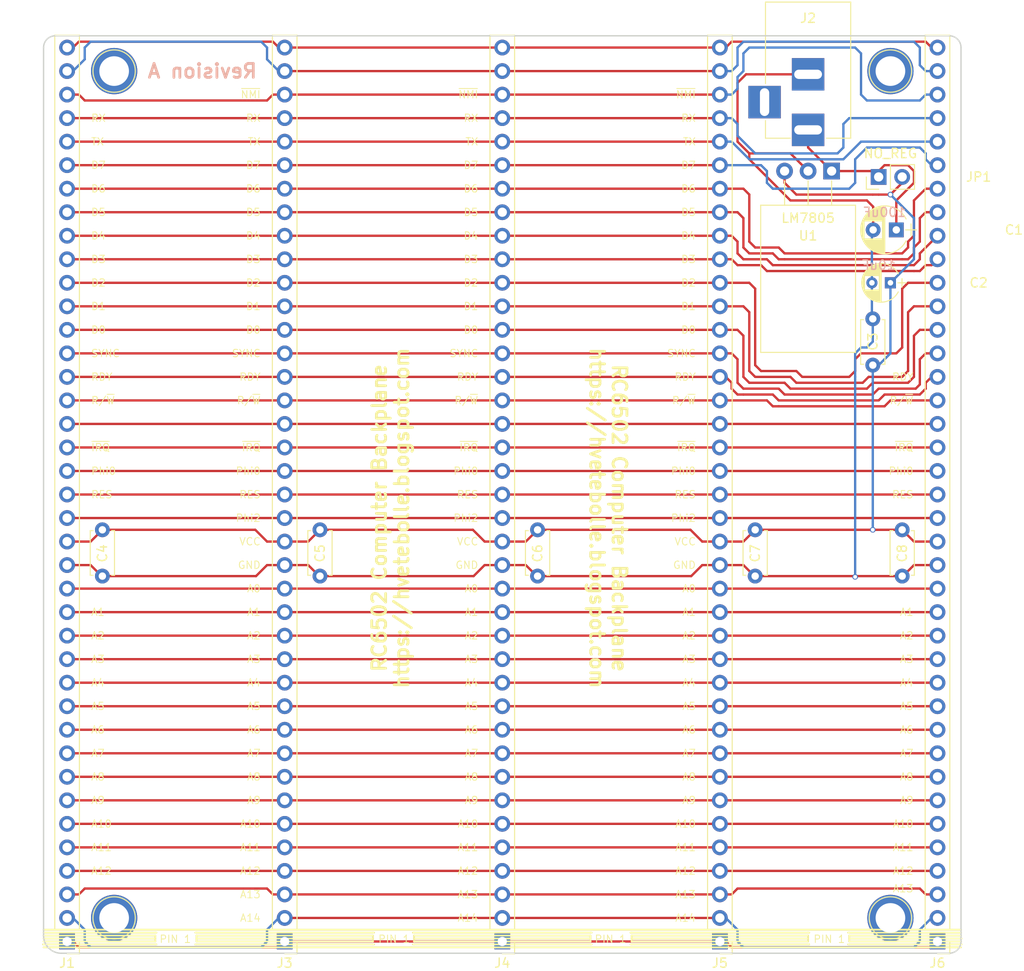
<source format=kicad_pcb>
(kicad_pcb (version 4) (host pcbnew 4.0.7)

  (general
    (links 178)
    (no_connects 0)
    (area 57.450952 54.354999 168.181191 159.615)
    (thickness 1.6)
    (drawings 217)
    (tracks 460)
    (zones 0)
    (modules 20)
    (nets 41)
  )

  (page A4)
  (layers
    (0 F.Cu signal)
    (31 B.Cu signal)
    (32 B.Adhes user)
    (33 F.Adhes user)
    (34 B.Paste user)
    (35 F.Paste user)
    (36 B.SilkS user)
    (37 F.SilkS user)
    (38 B.Mask user)
    (39 F.Mask user)
    (40 Dwgs.User user)
    (41 Cmts.User user)
    (42 Eco1.User user)
    (43 Eco2.User user)
    (44 Edge.Cuts user)
    (45 Margin user)
    (46 B.CrtYd user)
    (47 F.CrtYd user)
    (48 B.Fab user)
    (49 F.Fab user)
  )

  (setup
    (last_trace_width 0.25)
    (trace_clearance 0.2)
    (zone_clearance 0.508)
    (zone_45_only no)
    (trace_min 0.2)
    (segment_width 0.2)
    (edge_width 0.15)
    (via_size 0.6)
    (via_drill 0.4)
    (via_min_size 0.4)
    (via_min_drill 0.3)
    (uvia_size 0.3)
    (uvia_drill 0.1)
    (uvias_allowed no)
    (uvia_min_size 0.2)
    (uvia_min_drill 0.1)
    (pcb_text_width 0.3)
    (pcb_text_size 1.5 1.5)
    (mod_edge_width 0.15)
    (mod_text_size 1 1)
    (mod_text_width 0.15)
    (pad_size 1.524 1.524)
    (pad_drill 0.762)
    (pad_to_mask_clearance 0.2)
    (aux_axis_origin 0 0)
    (visible_elements 7FFFFFFF)
    (pcbplotparams
      (layerselection 0x011fc_80000001)
      (usegerberextensions true)
      (excludeedgelayer true)
      (linewidth 0.100000)
      (plotframeref false)
      (viasonmask false)
      (mode 1)
      (useauxorigin false)
      (hpglpennumber 1)
      (hpglpenspeed 20)
      (hpglpendiameter 15)
      (hpglpenoverlay 2)
      (psnegative false)
      (psa4output false)
      (plotreference true)
      (plotvalue true)
      (plotinvisibletext false)
      (padsonsilk false)
      (subtractmaskfromsilk false)
      (outputformat 1)
      (mirror false)
      (drillshape 0)
      (scaleselection 1)
      (outputdirectory export/))
  )

  (net 0 "")
  (net 1 "Net-(C1-Pad1)")
  (net 2 GND)
  (net 3 VCC)
  (net 4 /A15)
  (net 5 /A14)
  (net 6 /A13)
  (net 7 /A12)
  (net 8 /A11)
  (net 9 /A10)
  (net 10 /A9)
  (net 11 /A8)
  (net 12 /A7)
  (net 13 /A6)
  (net 14 /A5)
  (net 15 /A4)
  (net 16 /A3)
  (net 17 /A2)
  (net 18 /A1)
  (net 19 /A0)
  (net 20 /PHI2)
  (net 21 /RESET)
  (net 22 /PHI0)
  (net 23 /IRQ)
  (net 24 /SPARE0)
  (net 25 /R/~W)
  (net 26 /RDY)
  (net 27 /SYNC)
  (net 28 /D0)
  (net 29 /D1)
  (net 30 /D2)
  (net 31 /D3)
  (net 32 /D4)
  (net 33 /D5)
  (net 34 /D6)
  (net 35 /D7)
  (net 36 /TX)
  (net 37 /RX)
  (net 38 /NMI)
  (net 39 /SPARE1)
  (net 40 /SPARE2)

  (net_class Default "This is the default net class."
    (clearance 0.2)
    (trace_width 0.25)
    (via_dia 0.6)
    (via_drill 0.4)
    (uvia_dia 0.3)
    (uvia_drill 0.1)
    (add_net /A0)
    (add_net /A1)
    (add_net /A10)
    (add_net /A11)
    (add_net /A12)
    (add_net /A13)
    (add_net /A14)
    (add_net /A15)
    (add_net /A2)
    (add_net /A3)
    (add_net /A4)
    (add_net /A5)
    (add_net /A6)
    (add_net /A7)
    (add_net /A8)
    (add_net /A9)
    (add_net /D0)
    (add_net /D1)
    (add_net /D2)
    (add_net /D3)
    (add_net /D4)
    (add_net /D5)
    (add_net /D6)
    (add_net /D7)
    (add_net /IRQ)
    (add_net /NMI)
    (add_net /PHI0)
    (add_net /PHI2)
    (add_net /R/~W)
    (add_net /RDY)
    (add_net /RESET)
    (add_net /RX)
    (add_net /SPARE0)
    (add_net /SPARE1)
    (add_net /SPARE2)
    (add_net /SYNC)
    (add_net /TX)
    (add_net GND)
    (add_net "Net-(C1-Pad1)")
    (add_net VCC)
  )

  (module Pin_Headers:Pin_Header_Straight_1x39_Pitch2.54mm (layer F.Cu) (tedit 59650532) (tstamp 5C334988)
    (at 64.77 156.21 180)
    (descr "Through hole straight pin header, 1x39, 2.54mm pitch, single row")
    (tags "Through hole pin header THT 1x39 2.54mm single row")
    (path /5C2F510F)
    (fp_text reference J1 (at 0 -2.33 180) (layer F.SilkS)
      (effects (font (size 1 1) (thickness 0.15)))
    )
    (fp_text value RC6502_Backplane (at 0 98.85 180) (layer F.Fab)
      (effects (font (size 1 1) (thickness 0.15)))
    )
    (fp_line (start -0.635 -1.27) (end 1.27 -1.27) (layer F.Fab) (width 0.1))
    (fp_line (start 1.27 -1.27) (end 1.27 97.79) (layer F.Fab) (width 0.1))
    (fp_line (start 1.27 97.79) (end -1.27 97.79) (layer F.Fab) (width 0.1))
    (fp_line (start -1.27 97.79) (end -1.27 -0.635) (layer F.Fab) (width 0.1))
    (fp_line (start -1.27 -0.635) (end -0.635 -1.27) (layer F.Fab) (width 0.1))
    (fp_line (start -1.33 97.85) (end 1.33 97.85) (layer F.SilkS) (width 0.12))
    (fp_line (start -1.33 1.27) (end -1.33 97.85) (layer F.SilkS) (width 0.12))
    (fp_line (start 1.33 1.27) (end 1.33 97.85) (layer F.SilkS) (width 0.12))
    (fp_line (start -1.33 1.27) (end 1.33 1.27) (layer F.SilkS) (width 0.12))
    (fp_line (start -1.33 0) (end -1.33 -1.33) (layer F.SilkS) (width 0.12))
    (fp_line (start -1.33 -1.33) (end 0 -1.33) (layer F.SilkS) (width 0.12))
    (fp_line (start -1.8 -1.8) (end -1.8 98.3) (layer F.CrtYd) (width 0.05))
    (fp_line (start -1.8 98.3) (end 1.8 98.3) (layer F.CrtYd) (width 0.05))
    (fp_line (start 1.8 98.3) (end 1.8 -1.8) (layer F.CrtYd) (width 0.05))
    (fp_line (start 1.8 -1.8) (end -1.8 -1.8) (layer F.CrtYd) (width 0.05))
    (fp_text user %R (at 0 48.26 270) (layer F.Fab)
      (effects (font (size 1 1) (thickness 0.15)))
    )
    (pad 1 thru_hole rect (at 0 0 180) (size 1.7 1.7) (drill 1) (layers *.Cu *.Mask)
      (net 4 /A15))
    (pad 2 thru_hole oval (at 0 2.54 180) (size 1.7 1.7) (drill 1) (layers *.Cu *.Mask)
      (net 5 /A14))
    (pad 3 thru_hole oval (at 0 5.08 180) (size 1.7 1.7) (drill 1) (layers *.Cu *.Mask)
      (net 6 /A13))
    (pad 4 thru_hole oval (at 0 7.62 180) (size 1.7 1.7) (drill 1) (layers *.Cu *.Mask)
      (net 7 /A12))
    (pad 5 thru_hole oval (at 0 10.16 180) (size 1.7 1.7) (drill 1) (layers *.Cu *.Mask)
      (net 8 /A11))
    (pad 6 thru_hole oval (at 0 12.7 180) (size 1.7 1.7) (drill 1) (layers *.Cu *.Mask)
      (net 9 /A10))
    (pad 7 thru_hole oval (at 0 15.24 180) (size 1.7 1.7) (drill 1) (layers *.Cu *.Mask)
      (net 10 /A9))
    (pad 8 thru_hole oval (at 0 17.78 180) (size 1.7 1.7) (drill 1) (layers *.Cu *.Mask)
      (net 11 /A8))
    (pad 9 thru_hole oval (at 0 20.32 180) (size 1.7 1.7) (drill 1) (layers *.Cu *.Mask)
      (net 12 /A7))
    (pad 10 thru_hole oval (at 0 22.86 180) (size 1.7 1.7) (drill 1) (layers *.Cu *.Mask)
      (net 13 /A6))
    (pad 11 thru_hole oval (at 0 25.4 180) (size 1.7 1.7) (drill 1) (layers *.Cu *.Mask)
      (net 14 /A5))
    (pad 12 thru_hole oval (at 0 27.94 180) (size 1.7 1.7) (drill 1) (layers *.Cu *.Mask)
      (net 15 /A4))
    (pad 13 thru_hole oval (at 0 30.48 180) (size 1.7 1.7) (drill 1) (layers *.Cu *.Mask)
      (net 16 /A3))
    (pad 14 thru_hole oval (at 0 33.02 180) (size 1.7 1.7) (drill 1) (layers *.Cu *.Mask)
      (net 17 /A2))
    (pad 15 thru_hole oval (at 0 35.56 180) (size 1.7 1.7) (drill 1) (layers *.Cu *.Mask)
      (net 18 /A1))
    (pad 16 thru_hole oval (at 0 38.1 180) (size 1.7 1.7) (drill 1) (layers *.Cu *.Mask)
      (net 19 /A0))
    (pad 17 thru_hole oval (at 0 40.64 180) (size 1.7 1.7) (drill 1) (layers *.Cu *.Mask)
      (net 2 GND))
    (pad 18 thru_hole oval (at 0 43.18 180) (size 1.7 1.7) (drill 1) (layers *.Cu *.Mask)
      (net 3 VCC))
    (pad 19 thru_hole oval (at 0 45.72 180) (size 1.7 1.7) (drill 1) (layers *.Cu *.Mask)
      (net 20 /PHI2))
    (pad 20 thru_hole oval (at 0 48.26 180) (size 1.7 1.7) (drill 1) (layers *.Cu *.Mask)
      (net 21 /RESET))
    (pad 21 thru_hole oval (at 0 50.8 180) (size 1.7 1.7) (drill 1) (layers *.Cu *.Mask)
      (net 22 /PHI0))
    (pad 22 thru_hole oval (at 0 53.34 180) (size 1.7 1.7) (drill 1) (layers *.Cu *.Mask)
      (net 23 /IRQ))
    (pad 23 thru_hole oval (at 0 55.88 180) (size 1.7 1.7) (drill 1) (layers *.Cu *.Mask)
      (net 24 /SPARE0))
    (pad 24 thru_hole oval (at 0 58.42 180) (size 1.7 1.7) (drill 1) (layers *.Cu *.Mask)
      (net 25 /R/~W))
    (pad 25 thru_hole oval (at 0 60.96 180) (size 1.7 1.7) (drill 1) (layers *.Cu *.Mask)
      (net 26 /RDY))
    (pad 26 thru_hole oval (at 0 63.5 180) (size 1.7 1.7) (drill 1) (layers *.Cu *.Mask)
      (net 27 /SYNC))
    (pad 27 thru_hole oval (at 0 66.04 180) (size 1.7 1.7) (drill 1) (layers *.Cu *.Mask)
      (net 28 /D0))
    (pad 28 thru_hole oval (at 0 68.58 180) (size 1.7 1.7) (drill 1) (layers *.Cu *.Mask)
      (net 29 /D1))
    (pad 29 thru_hole oval (at 0 71.12 180) (size 1.7 1.7) (drill 1) (layers *.Cu *.Mask)
      (net 30 /D2))
    (pad 30 thru_hole oval (at 0 73.66 180) (size 1.7 1.7) (drill 1) (layers *.Cu *.Mask)
      (net 31 /D3))
    (pad 31 thru_hole oval (at 0 76.2 180) (size 1.7 1.7) (drill 1) (layers *.Cu *.Mask)
      (net 32 /D4))
    (pad 32 thru_hole oval (at 0 78.74 180) (size 1.7 1.7) (drill 1) (layers *.Cu *.Mask)
      (net 33 /D5))
    (pad 33 thru_hole oval (at 0 81.28 180) (size 1.7 1.7) (drill 1) (layers *.Cu *.Mask)
      (net 34 /D6))
    (pad 34 thru_hole oval (at 0 83.82 180) (size 1.7 1.7) (drill 1) (layers *.Cu *.Mask)
      (net 35 /D7))
    (pad 35 thru_hole oval (at 0 86.36 180) (size 1.7 1.7) (drill 1) (layers *.Cu *.Mask)
      (net 36 /TX))
    (pad 36 thru_hole oval (at 0 88.9 180) (size 1.7 1.7) (drill 1) (layers *.Cu *.Mask)
      (net 37 /RX))
    (pad 37 thru_hole oval (at 0 91.44 180) (size 1.7 1.7) (drill 1) (layers *.Cu *.Mask)
      (net 38 /NMI))
    (pad 38 thru_hole oval (at 0 93.98 180) (size 1.7 1.7) (drill 1) (layers *.Cu *.Mask)
      (net 39 /SPARE1))
    (pad 39 thru_hole oval (at 0 96.52 180) (size 1.7 1.7) (drill 1) (layers *.Cu *.Mask)
      (net 40 /SPARE2))
    (model ${KISYS3DMOD}/Pin_Headers.3dshapes/Pin_Header_Straight_1x39_Pitch2.54mm.wrl
      (at (xyz 0 0 0))
      (scale (xyz 1 1 1))
      (rotate (xyz 0 0 0))
    )
  )

  (module Capacitors_THT:CP_Radial_D5.0mm_P2.50mm (layer F.Cu) (tedit 5C3358C3) (tstamp 5C334933)
    (at 154.305 79.375 180)
    (descr "CP, Radial series, Radial, pin pitch=2.50mm, , diameter=5mm, Electrolytic Capacitor")
    (tags "CP Radial series Radial pin pitch 2.50mm  diameter 5mm Electrolytic Capacitor")
    (path /5C2F607E)
    (fp_text reference C1 (at -12.7 0 180) (layer F.SilkS)
      (effects (font (size 1 1) (thickness 0.15)))
    )
    (fp_text value 100uF (at 1.27 1.905 180) (layer B.SilkS)
      (effects (font (size 1 1) (thickness 0.15)) (justify mirror))
    )
    (fp_arc (start 1.25 0) (end -1.05558 -1.18) (angle 125.8) (layer F.SilkS) (width 0.12))
    (fp_arc (start 1.25 0) (end -1.05558 1.18) (angle -125.8) (layer F.SilkS) (width 0.12))
    (fp_arc (start 1.25 0) (end 3.55558 -1.18) (angle 54.2) (layer F.SilkS) (width 0.12))
    (fp_circle (center 1.25 0) (end 3.75 0) (layer F.Fab) (width 0.1))
    (fp_line (start -2.2 0) (end -1 0) (layer F.Fab) (width 0.1))
    (fp_line (start -1.6 -0.65) (end -1.6 0.65) (layer F.Fab) (width 0.1))
    (fp_line (start 1.25 -2.55) (end 1.25 2.55) (layer F.SilkS) (width 0.12))
    (fp_line (start 1.29 -2.55) (end 1.29 2.55) (layer F.SilkS) (width 0.12))
    (fp_line (start 1.33 -2.549) (end 1.33 2.549) (layer F.SilkS) (width 0.12))
    (fp_line (start 1.37 -2.548) (end 1.37 2.548) (layer F.SilkS) (width 0.12))
    (fp_line (start 1.41 -2.546) (end 1.41 2.546) (layer F.SilkS) (width 0.12))
    (fp_line (start 1.45 -2.543) (end 1.45 2.543) (layer F.SilkS) (width 0.12))
    (fp_line (start 1.49 -2.539) (end 1.49 2.539) (layer F.SilkS) (width 0.12))
    (fp_line (start 1.53 -2.535) (end 1.53 -0.98) (layer F.SilkS) (width 0.12))
    (fp_line (start 1.53 0.98) (end 1.53 2.535) (layer F.SilkS) (width 0.12))
    (fp_line (start 1.57 -2.531) (end 1.57 -0.98) (layer F.SilkS) (width 0.12))
    (fp_line (start 1.57 0.98) (end 1.57 2.531) (layer F.SilkS) (width 0.12))
    (fp_line (start 1.61 -2.525) (end 1.61 -0.98) (layer F.SilkS) (width 0.12))
    (fp_line (start 1.61 0.98) (end 1.61 2.525) (layer F.SilkS) (width 0.12))
    (fp_line (start 1.65 -2.519) (end 1.65 -0.98) (layer F.SilkS) (width 0.12))
    (fp_line (start 1.65 0.98) (end 1.65 2.519) (layer F.SilkS) (width 0.12))
    (fp_line (start 1.69 -2.513) (end 1.69 -0.98) (layer F.SilkS) (width 0.12))
    (fp_line (start 1.69 0.98) (end 1.69 2.513) (layer F.SilkS) (width 0.12))
    (fp_line (start 1.73 -2.506) (end 1.73 -0.98) (layer F.SilkS) (width 0.12))
    (fp_line (start 1.73 0.98) (end 1.73 2.506) (layer F.SilkS) (width 0.12))
    (fp_line (start 1.77 -2.498) (end 1.77 -0.98) (layer F.SilkS) (width 0.12))
    (fp_line (start 1.77 0.98) (end 1.77 2.498) (layer F.SilkS) (width 0.12))
    (fp_line (start 1.81 -2.489) (end 1.81 -0.98) (layer F.SilkS) (width 0.12))
    (fp_line (start 1.81 0.98) (end 1.81 2.489) (layer F.SilkS) (width 0.12))
    (fp_line (start 1.85 -2.48) (end 1.85 -0.98) (layer F.SilkS) (width 0.12))
    (fp_line (start 1.85 0.98) (end 1.85 2.48) (layer F.SilkS) (width 0.12))
    (fp_line (start 1.89 -2.47) (end 1.89 -0.98) (layer F.SilkS) (width 0.12))
    (fp_line (start 1.89 0.98) (end 1.89 2.47) (layer F.SilkS) (width 0.12))
    (fp_line (start 1.93 -2.46) (end 1.93 -0.98) (layer F.SilkS) (width 0.12))
    (fp_line (start 1.93 0.98) (end 1.93 2.46) (layer F.SilkS) (width 0.12))
    (fp_line (start 1.971 -2.448) (end 1.971 -0.98) (layer F.SilkS) (width 0.12))
    (fp_line (start 1.971 0.98) (end 1.971 2.448) (layer F.SilkS) (width 0.12))
    (fp_line (start 2.011 -2.436) (end 2.011 -0.98) (layer F.SilkS) (width 0.12))
    (fp_line (start 2.011 0.98) (end 2.011 2.436) (layer F.SilkS) (width 0.12))
    (fp_line (start 2.051 -2.424) (end 2.051 -0.98) (layer F.SilkS) (width 0.12))
    (fp_line (start 2.051 0.98) (end 2.051 2.424) (layer F.SilkS) (width 0.12))
    (fp_line (start 2.091 -2.41) (end 2.091 -0.98) (layer F.SilkS) (width 0.12))
    (fp_line (start 2.091 0.98) (end 2.091 2.41) (layer F.SilkS) (width 0.12))
    (fp_line (start 2.131 -2.396) (end 2.131 -0.98) (layer F.SilkS) (width 0.12))
    (fp_line (start 2.131 0.98) (end 2.131 2.396) (layer F.SilkS) (width 0.12))
    (fp_line (start 2.171 -2.382) (end 2.171 -0.98) (layer F.SilkS) (width 0.12))
    (fp_line (start 2.171 0.98) (end 2.171 2.382) (layer F.SilkS) (width 0.12))
    (fp_line (start 2.211 -2.366) (end 2.211 -0.98) (layer F.SilkS) (width 0.12))
    (fp_line (start 2.211 0.98) (end 2.211 2.366) (layer F.SilkS) (width 0.12))
    (fp_line (start 2.251 -2.35) (end 2.251 -0.98) (layer F.SilkS) (width 0.12))
    (fp_line (start 2.251 0.98) (end 2.251 2.35) (layer F.SilkS) (width 0.12))
    (fp_line (start 2.291 -2.333) (end 2.291 -0.98) (layer F.SilkS) (width 0.12))
    (fp_line (start 2.291 0.98) (end 2.291 2.333) (layer F.SilkS) (width 0.12))
    (fp_line (start 2.331 -2.315) (end 2.331 -0.98) (layer F.SilkS) (width 0.12))
    (fp_line (start 2.331 0.98) (end 2.331 2.315) (layer F.SilkS) (width 0.12))
    (fp_line (start 2.371 -2.296) (end 2.371 -0.98) (layer F.SilkS) (width 0.12))
    (fp_line (start 2.371 0.98) (end 2.371 2.296) (layer F.SilkS) (width 0.12))
    (fp_line (start 2.411 -2.276) (end 2.411 -0.98) (layer F.SilkS) (width 0.12))
    (fp_line (start 2.411 0.98) (end 2.411 2.276) (layer F.SilkS) (width 0.12))
    (fp_line (start 2.451 -2.256) (end 2.451 -0.98) (layer F.SilkS) (width 0.12))
    (fp_line (start 2.451 0.98) (end 2.451 2.256) (layer F.SilkS) (width 0.12))
    (fp_line (start 2.491 -2.234) (end 2.491 -0.98) (layer F.SilkS) (width 0.12))
    (fp_line (start 2.491 0.98) (end 2.491 2.234) (layer F.SilkS) (width 0.12))
    (fp_line (start 2.531 -2.212) (end 2.531 -0.98) (layer F.SilkS) (width 0.12))
    (fp_line (start 2.531 0.98) (end 2.531 2.212) (layer F.SilkS) (width 0.12))
    (fp_line (start 2.571 -2.189) (end 2.571 -0.98) (layer F.SilkS) (width 0.12))
    (fp_line (start 2.571 0.98) (end 2.571 2.189) (layer F.SilkS) (width 0.12))
    (fp_line (start 2.611 -2.165) (end 2.611 -0.98) (layer F.SilkS) (width 0.12))
    (fp_line (start 2.611 0.98) (end 2.611 2.165) (layer F.SilkS) (width 0.12))
    (fp_line (start 2.651 -2.14) (end 2.651 -0.98) (layer F.SilkS) (width 0.12))
    (fp_line (start 2.651 0.98) (end 2.651 2.14) (layer F.SilkS) (width 0.12))
    (fp_line (start 2.691 -2.113) (end 2.691 -0.98) (layer F.SilkS) (width 0.12))
    (fp_line (start 2.691 0.98) (end 2.691 2.113) (layer F.SilkS) (width 0.12))
    (fp_line (start 2.731 -2.086) (end 2.731 -0.98) (layer F.SilkS) (width 0.12))
    (fp_line (start 2.731 0.98) (end 2.731 2.086) (layer F.SilkS) (width 0.12))
    (fp_line (start 2.771 -2.058) (end 2.771 -0.98) (layer F.SilkS) (width 0.12))
    (fp_line (start 2.771 0.98) (end 2.771 2.058) (layer F.SilkS) (width 0.12))
    (fp_line (start 2.811 -2.028) (end 2.811 -0.98) (layer F.SilkS) (width 0.12))
    (fp_line (start 2.811 0.98) (end 2.811 2.028) (layer F.SilkS) (width 0.12))
    (fp_line (start 2.851 -1.997) (end 2.851 -0.98) (layer F.SilkS) (width 0.12))
    (fp_line (start 2.851 0.98) (end 2.851 1.997) (layer F.SilkS) (width 0.12))
    (fp_line (start 2.891 -1.965) (end 2.891 -0.98) (layer F.SilkS) (width 0.12))
    (fp_line (start 2.891 0.98) (end 2.891 1.965) (layer F.SilkS) (width 0.12))
    (fp_line (start 2.931 -1.932) (end 2.931 -0.98) (layer F.SilkS) (width 0.12))
    (fp_line (start 2.931 0.98) (end 2.931 1.932) (layer F.SilkS) (width 0.12))
    (fp_line (start 2.971 -1.897) (end 2.971 -0.98) (layer F.SilkS) (width 0.12))
    (fp_line (start 2.971 0.98) (end 2.971 1.897) (layer F.SilkS) (width 0.12))
    (fp_line (start 3.011 -1.861) (end 3.011 -0.98) (layer F.SilkS) (width 0.12))
    (fp_line (start 3.011 0.98) (end 3.011 1.861) (layer F.SilkS) (width 0.12))
    (fp_line (start 3.051 -1.823) (end 3.051 -0.98) (layer F.SilkS) (width 0.12))
    (fp_line (start 3.051 0.98) (end 3.051 1.823) (layer F.SilkS) (width 0.12))
    (fp_line (start 3.091 -1.783) (end 3.091 -0.98) (layer F.SilkS) (width 0.12))
    (fp_line (start 3.091 0.98) (end 3.091 1.783) (layer F.SilkS) (width 0.12))
    (fp_line (start 3.131 -1.742) (end 3.131 -0.98) (layer F.SilkS) (width 0.12))
    (fp_line (start 3.131 0.98) (end 3.131 1.742) (layer F.SilkS) (width 0.12))
    (fp_line (start 3.171 -1.699) (end 3.171 -0.98) (layer F.SilkS) (width 0.12))
    (fp_line (start 3.171 0.98) (end 3.171 1.699) (layer F.SilkS) (width 0.12))
    (fp_line (start 3.211 -1.654) (end 3.211 -0.98) (layer F.SilkS) (width 0.12))
    (fp_line (start 3.211 0.98) (end 3.211 1.654) (layer F.SilkS) (width 0.12))
    (fp_line (start 3.251 -1.606) (end 3.251 -0.98) (layer F.SilkS) (width 0.12))
    (fp_line (start 3.251 0.98) (end 3.251 1.606) (layer F.SilkS) (width 0.12))
    (fp_line (start 3.291 -1.556) (end 3.291 -0.98) (layer F.SilkS) (width 0.12))
    (fp_line (start 3.291 0.98) (end 3.291 1.556) (layer F.SilkS) (width 0.12))
    (fp_line (start 3.331 -1.504) (end 3.331 -0.98) (layer F.SilkS) (width 0.12))
    (fp_line (start 3.331 0.98) (end 3.331 1.504) (layer F.SilkS) (width 0.12))
    (fp_line (start 3.371 -1.448) (end 3.371 -0.98) (layer F.SilkS) (width 0.12))
    (fp_line (start 3.371 0.98) (end 3.371 1.448) (layer F.SilkS) (width 0.12))
    (fp_line (start 3.411 -1.39) (end 3.411 -0.98) (layer F.SilkS) (width 0.12))
    (fp_line (start 3.411 0.98) (end 3.411 1.39) (layer F.SilkS) (width 0.12))
    (fp_line (start 3.451 -1.327) (end 3.451 -0.98) (layer F.SilkS) (width 0.12))
    (fp_line (start 3.451 0.98) (end 3.451 1.327) (layer F.SilkS) (width 0.12))
    (fp_line (start 3.491 -1.261) (end 3.491 1.261) (layer F.SilkS) (width 0.12))
    (fp_line (start 3.531 -1.189) (end 3.531 1.189) (layer F.SilkS) (width 0.12))
    (fp_line (start 3.571 -1.112) (end 3.571 1.112) (layer F.SilkS) (width 0.12))
    (fp_line (start 3.611 -1.028) (end 3.611 1.028) (layer F.SilkS) (width 0.12))
    (fp_line (start 3.651 -0.934) (end 3.651 0.934) (layer F.SilkS) (width 0.12))
    (fp_line (start 3.691 -0.829) (end 3.691 0.829) (layer F.SilkS) (width 0.12))
    (fp_line (start 3.731 -0.707) (end 3.731 0.707) (layer F.SilkS) (width 0.12))
    (fp_line (start 3.771 -0.559) (end 3.771 0.559) (layer F.SilkS) (width 0.12))
    (fp_line (start 3.811 -0.354) (end 3.811 0.354) (layer F.SilkS) (width 0.12))
    (fp_line (start -2.2 0) (end -1 0) (layer F.SilkS) (width 0.12))
    (fp_line (start -1.6 -0.65) (end -1.6 0.65) (layer F.SilkS) (width 0.12))
    (fp_line (start -1.6 -2.85) (end -1.6 2.85) (layer F.CrtYd) (width 0.05))
    (fp_line (start -1.6 2.85) (end 4.1 2.85) (layer F.CrtYd) (width 0.05))
    (fp_line (start 4.1 2.85) (end 4.1 -2.85) (layer F.CrtYd) (width 0.05))
    (fp_line (start 4.1 -2.85) (end -1.6 -2.85) (layer F.CrtYd) (width 0.05))
    (fp_text user %R (at -12.7 0 180) (layer F.Fab)
      (effects (font (size 1 1) (thickness 0.15)))
    )
    (pad 1 thru_hole rect (at 0 0 180) (size 1.6 1.6) (drill 0.8) (layers *.Cu *.Mask)
      (net 1 "Net-(C1-Pad1)"))
    (pad 2 thru_hole circle (at 2.5 0 180) (size 1.6 1.6) (drill 0.8) (layers *.Cu *.Mask)
      (net 2 GND))
    (model ${KISYS3DMOD}/Capacitors_THT.3dshapes/CP_Radial_D5.0mm_P2.50mm.wrl
      (at (xyz 0 0 0))
      (scale (xyz 1 1 1))
      (rotate (xyz 0 0 0))
    )
  )

  (module Capacitors_THT:CP_Radial_D4.0mm_P2.00mm (layer F.Cu) (tedit 5C3358C9) (tstamp 5C334939)
    (at 153.67 85.09 180)
    (descr "CP, Radial series, Radial, pin pitch=2.00mm, , diameter=4mm, Electrolytic Capacitor")
    (tags "CP Radial series Radial pin pitch 2.00mm  diameter 4mm Electrolytic Capacitor")
    (path /5C2F6198)
    (fp_text reference C2 (at -9.525 0 180) (layer F.SilkS)
      (effects (font (size 1 1) (thickness 0.15)))
    )
    (fp_text value 10uF (at 1.27 1.905 180) (layer B.SilkS)
      (effects (font (size 1 1) (thickness 0.15)) (justify mirror))
    )
    (fp_arc (start 1 0) (end -0.845996 -0.98) (angle 124.1) (layer F.SilkS) (width 0.12))
    (fp_arc (start 1 0) (end -0.845996 0.98) (angle -124.1) (layer F.SilkS) (width 0.12))
    (fp_arc (start 1 0) (end 2.845996 -0.98) (angle 55.9) (layer F.SilkS) (width 0.12))
    (fp_circle (center 1 0) (end 3 0) (layer F.Fab) (width 0.1))
    (fp_line (start -1.7 0) (end -0.8 0) (layer F.Fab) (width 0.1))
    (fp_line (start -1.25 -0.45) (end -1.25 0.45) (layer F.Fab) (width 0.1))
    (fp_line (start 1 -2.05) (end 1 2.05) (layer F.SilkS) (width 0.12))
    (fp_line (start 1.04 -2.05) (end 1.04 2.05) (layer F.SilkS) (width 0.12))
    (fp_line (start 1.08 -2.049) (end 1.08 2.049) (layer F.SilkS) (width 0.12))
    (fp_line (start 1.12 -2.047) (end 1.12 2.047) (layer F.SilkS) (width 0.12))
    (fp_line (start 1.16 -2.044) (end 1.16 2.044) (layer F.SilkS) (width 0.12))
    (fp_line (start 1.2 -2.041) (end 1.2 2.041) (layer F.SilkS) (width 0.12))
    (fp_line (start 1.24 -2.037) (end 1.24 -0.78) (layer F.SilkS) (width 0.12))
    (fp_line (start 1.24 0.78) (end 1.24 2.037) (layer F.SilkS) (width 0.12))
    (fp_line (start 1.28 -2.032) (end 1.28 -0.78) (layer F.SilkS) (width 0.12))
    (fp_line (start 1.28 0.78) (end 1.28 2.032) (layer F.SilkS) (width 0.12))
    (fp_line (start 1.32 -2.026) (end 1.32 -0.78) (layer F.SilkS) (width 0.12))
    (fp_line (start 1.32 0.78) (end 1.32 2.026) (layer F.SilkS) (width 0.12))
    (fp_line (start 1.36 -2.019) (end 1.36 -0.78) (layer F.SilkS) (width 0.12))
    (fp_line (start 1.36 0.78) (end 1.36 2.019) (layer F.SilkS) (width 0.12))
    (fp_line (start 1.4 -2.012) (end 1.4 -0.78) (layer F.SilkS) (width 0.12))
    (fp_line (start 1.4 0.78) (end 1.4 2.012) (layer F.SilkS) (width 0.12))
    (fp_line (start 1.44 -2.004) (end 1.44 -0.78) (layer F.SilkS) (width 0.12))
    (fp_line (start 1.44 0.78) (end 1.44 2.004) (layer F.SilkS) (width 0.12))
    (fp_line (start 1.48 -1.995) (end 1.48 -0.78) (layer F.SilkS) (width 0.12))
    (fp_line (start 1.48 0.78) (end 1.48 1.995) (layer F.SilkS) (width 0.12))
    (fp_line (start 1.52 -1.985) (end 1.52 -0.78) (layer F.SilkS) (width 0.12))
    (fp_line (start 1.52 0.78) (end 1.52 1.985) (layer F.SilkS) (width 0.12))
    (fp_line (start 1.56 -1.974) (end 1.56 -0.78) (layer F.SilkS) (width 0.12))
    (fp_line (start 1.56 0.78) (end 1.56 1.974) (layer F.SilkS) (width 0.12))
    (fp_line (start 1.6 -1.963) (end 1.6 -0.78) (layer F.SilkS) (width 0.12))
    (fp_line (start 1.6 0.78) (end 1.6 1.963) (layer F.SilkS) (width 0.12))
    (fp_line (start 1.64 -1.95) (end 1.64 -0.78) (layer F.SilkS) (width 0.12))
    (fp_line (start 1.64 0.78) (end 1.64 1.95) (layer F.SilkS) (width 0.12))
    (fp_line (start 1.68 -1.937) (end 1.68 -0.78) (layer F.SilkS) (width 0.12))
    (fp_line (start 1.68 0.78) (end 1.68 1.937) (layer F.SilkS) (width 0.12))
    (fp_line (start 1.721 -1.923) (end 1.721 -0.78) (layer F.SilkS) (width 0.12))
    (fp_line (start 1.721 0.78) (end 1.721 1.923) (layer F.SilkS) (width 0.12))
    (fp_line (start 1.761 -1.907) (end 1.761 -0.78) (layer F.SilkS) (width 0.12))
    (fp_line (start 1.761 0.78) (end 1.761 1.907) (layer F.SilkS) (width 0.12))
    (fp_line (start 1.801 -1.891) (end 1.801 -0.78) (layer F.SilkS) (width 0.12))
    (fp_line (start 1.801 0.78) (end 1.801 1.891) (layer F.SilkS) (width 0.12))
    (fp_line (start 1.841 -1.874) (end 1.841 -0.78) (layer F.SilkS) (width 0.12))
    (fp_line (start 1.841 0.78) (end 1.841 1.874) (layer F.SilkS) (width 0.12))
    (fp_line (start 1.881 -1.856) (end 1.881 -0.78) (layer F.SilkS) (width 0.12))
    (fp_line (start 1.881 0.78) (end 1.881 1.856) (layer F.SilkS) (width 0.12))
    (fp_line (start 1.921 -1.837) (end 1.921 -0.78) (layer F.SilkS) (width 0.12))
    (fp_line (start 1.921 0.78) (end 1.921 1.837) (layer F.SilkS) (width 0.12))
    (fp_line (start 1.961 -1.817) (end 1.961 -0.78) (layer F.SilkS) (width 0.12))
    (fp_line (start 1.961 0.78) (end 1.961 1.817) (layer F.SilkS) (width 0.12))
    (fp_line (start 2.001 -1.796) (end 2.001 -0.78) (layer F.SilkS) (width 0.12))
    (fp_line (start 2.001 0.78) (end 2.001 1.796) (layer F.SilkS) (width 0.12))
    (fp_line (start 2.041 -1.773) (end 2.041 -0.78) (layer F.SilkS) (width 0.12))
    (fp_line (start 2.041 0.78) (end 2.041 1.773) (layer F.SilkS) (width 0.12))
    (fp_line (start 2.081 -1.75) (end 2.081 -0.78) (layer F.SilkS) (width 0.12))
    (fp_line (start 2.081 0.78) (end 2.081 1.75) (layer F.SilkS) (width 0.12))
    (fp_line (start 2.121 -1.725) (end 2.121 -0.78) (layer F.SilkS) (width 0.12))
    (fp_line (start 2.121 0.78) (end 2.121 1.725) (layer F.SilkS) (width 0.12))
    (fp_line (start 2.161 -1.699) (end 2.161 -0.78) (layer F.SilkS) (width 0.12))
    (fp_line (start 2.161 0.78) (end 2.161 1.699) (layer F.SilkS) (width 0.12))
    (fp_line (start 2.201 -1.672) (end 2.201 -0.78) (layer F.SilkS) (width 0.12))
    (fp_line (start 2.201 0.78) (end 2.201 1.672) (layer F.SilkS) (width 0.12))
    (fp_line (start 2.241 -1.643) (end 2.241 -0.78) (layer F.SilkS) (width 0.12))
    (fp_line (start 2.241 0.78) (end 2.241 1.643) (layer F.SilkS) (width 0.12))
    (fp_line (start 2.281 -1.613) (end 2.281 -0.78) (layer F.SilkS) (width 0.12))
    (fp_line (start 2.281 0.78) (end 2.281 1.613) (layer F.SilkS) (width 0.12))
    (fp_line (start 2.321 -1.581) (end 2.321 -0.78) (layer F.SilkS) (width 0.12))
    (fp_line (start 2.321 0.78) (end 2.321 1.581) (layer F.SilkS) (width 0.12))
    (fp_line (start 2.361 -1.547) (end 2.361 -0.78) (layer F.SilkS) (width 0.12))
    (fp_line (start 2.361 0.78) (end 2.361 1.547) (layer F.SilkS) (width 0.12))
    (fp_line (start 2.401 -1.512) (end 2.401 -0.78) (layer F.SilkS) (width 0.12))
    (fp_line (start 2.401 0.78) (end 2.401 1.512) (layer F.SilkS) (width 0.12))
    (fp_line (start 2.441 -1.475) (end 2.441 -0.78) (layer F.SilkS) (width 0.12))
    (fp_line (start 2.441 0.78) (end 2.441 1.475) (layer F.SilkS) (width 0.12))
    (fp_line (start 2.481 -1.436) (end 2.481 -0.78) (layer F.SilkS) (width 0.12))
    (fp_line (start 2.481 0.78) (end 2.481 1.436) (layer F.SilkS) (width 0.12))
    (fp_line (start 2.521 -1.395) (end 2.521 -0.78) (layer F.SilkS) (width 0.12))
    (fp_line (start 2.521 0.78) (end 2.521 1.395) (layer F.SilkS) (width 0.12))
    (fp_line (start 2.561 -1.351) (end 2.561 -0.78) (layer F.SilkS) (width 0.12))
    (fp_line (start 2.561 0.78) (end 2.561 1.351) (layer F.SilkS) (width 0.12))
    (fp_line (start 2.601 -1.305) (end 2.601 -0.78) (layer F.SilkS) (width 0.12))
    (fp_line (start 2.601 0.78) (end 2.601 1.305) (layer F.SilkS) (width 0.12))
    (fp_line (start 2.641 -1.256) (end 2.641 -0.78) (layer F.SilkS) (width 0.12))
    (fp_line (start 2.641 0.78) (end 2.641 1.256) (layer F.SilkS) (width 0.12))
    (fp_line (start 2.681 -1.204) (end 2.681 -0.78) (layer F.SilkS) (width 0.12))
    (fp_line (start 2.681 0.78) (end 2.681 1.204) (layer F.SilkS) (width 0.12))
    (fp_line (start 2.721 -1.148) (end 2.721 -0.78) (layer F.SilkS) (width 0.12))
    (fp_line (start 2.721 0.78) (end 2.721 1.148) (layer F.SilkS) (width 0.12))
    (fp_line (start 2.761 -1.088) (end 2.761 -0.78) (layer F.SilkS) (width 0.12))
    (fp_line (start 2.761 0.78) (end 2.761 1.088) (layer F.SilkS) (width 0.12))
    (fp_line (start 2.801 -1.023) (end 2.801 1.023) (layer F.SilkS) (width 0.12))
    (fp_line (start 2.841 -0.952) (end 2.841 0.952) (layer F.SilkS) (width 0.12))
    (fp_line (start 2.881 -0.874) (end 2.881 0.874) (layer F.SilkS) (width 0.12))
    (fp_line (start 2.921 -0.786) (end 2.921 0.786) (layer F.SilkS) (width 0.12))
    (fp_line (start 2.961 -0.686) (end 2.961 0.686) (layer F.SilkS) (width 0.12))
    (fp_line (start 3.001 -0.567) (end 3.001 0.567) (layer F.SilkS) (width 0.12))
    (fp_line (start 3.041 -0.415) (end 3.041 0.415) (layer F.SilkS) (width 0.12))
    (fp_line (start 3.081 -0.165) (end 3.081 0.165) (layer F.SilkS) (width 0.12))
    (fp_line (start -1.7 0) (end -0.8 0) (layer F.SilkS) (width 0.12))
    (fp_line (start -1.25 -0.45) (end -1.25 0.45) (layer F.SilkS) (width 0.12))
    (fp_line (start -1.35 -2.35) (end -1.35 2.35) (layer F.CrtYd) (width 0.05))
    (fp_line (start -1.35 2.35) (end 3.35 2.35) (layer F.CrtYd) (width 0.05))
    (fp_line (start 3.35 2.35) (end 3.35 -2.35) (layer F.CrtYd) (width 0.05))
    (fp_line (start 3.35 -2.35) (end -1.35 -2.35) (layer F.CrtYd) (width 0.05))
    (fp_text user %R (at -9.525 0 180) (layer F.Fab)
      (effects (font (size 1 1) (thickness 0.15)))
    )
    (pad 1 thru_hole rect (at 0 0 180) (size 1.2 1.2) (drill 0.6) (layers *.Cu *.Mask)
      (net 3 VCC))
    (pad 2 thru_hole circle (at 2 0 180) (size 1.2 1.2) (drill 0.6) (layers *.Cu *.Mask)
      (net 2 GND))
    (model ${KISYS3DMOD}/Capacitors_THT.3dshapes/CP_Radial_D4.0mm_P2.00mm.wrl
      (at (xyz 0 0 0))
      (scale (xyz 1 1 1))
      (rotate (xyz 0 0 0))
    )
  )

  (module Capacitors_THT:C_Disc_D4.7mm_W2.5mm_P5.00mm (layer F.Cu) (tedit 5C33507E) (tstamp 5C33493F)
    (at 151.765 93.98 90)
    (descr "C, Disc series, Radial, pin pitch=5.00mm, , diameter*width=4.7*2.5mm^2, Capacitor, http://www.vishay.com/docs/45233/krseries.pdf")
    (tags "C Disc series Radial pin pitch 5.00mm  diameter 4.7mm width 2.5mm Capacitor")
    (path /5C2F4692)
    (fp_text reference C3 (at 2.54 0 90) (layer F.SilkS)
      (effects (font (size 1 1) (thickness 0.15)))
    )
    (fp_text value 100nF (at 2.5 2.56 90) (layer F.Fab)
      (effects (font (size 1 1) (thickness 0.15)))
    )
    (fp_line (start 0.15 -1.25) (end 0.15 1.25) (layer F.Fab) (width 0.1))
    (fp_line (start 0.15 1.25) (end 4.85 1.25) (layer F.Fab) (width 0.1))
    (fp_line (start 4.85 1.25) (end 4.85 -1.25) (layer F.Fab) (width 0.1))
    (fp_line (start 4.85 -1.25) (end 0.15 -1.25) (layer F.Fab) (width 0.1))
    (fp_line (start 0.09 -1.31) (end 4.91 -1.31) (layer F.SilkS) (width 0.12))
    (fp_line (start 0.09 1.31) (end 4.91 1.31) (layer F.SilkS) (width 0.12))
    (fp_line (start 0.09 -1.31) (end 0.09 -0.996) (layer F.SilkS) (width 0.12))
    (fp_line (start 0.09 0.996) (end 0.09 1.31) (layer F.SilkS) (width 0.12))
    (fp_line (start 4.91 -1.31) (end 4.91 -0.996) (layer F.SilkS) (width 0.12))
    (fp_line (start 4.91 0.996) (end 4.91 1.31) (layer F.SilkS) (width 0.12))
    (fp_line (start -1.05 -1.6) (end -1.05 1.6) (layer F.CrtYd) (width 0.05))
    (fp_line (start -1.05 1.6) (end 6.05 1.6) (layer F.CrtYd) (width 0.05))
    (fp_line (start 6.05 1.6) (end 6.05 -1.6) (layer F.CrtYd) (width 0.05))
    (fp_line (start 6.05 -1.6) (end -1.05 -1.6) (layer F.CrtYd) (width 0.05))
    (fp_text user %R (at 2.5 0 90) (layer F.Fab)
      (effects (font (size 1 1) (thickness 0.15)))
    )
    (pad 1 thru_hole circle (at 0 0 90) (size 1.6 1.6) (drill 0.8) (layers *.Cu *.Mask)
      (net 3 VCC))
    (pad 2 thru_hole circle (at 5 0 90) (size 1.6 1.6) (drill 0.8) (layers *.Cu *.Mask)
      (net 2 GND))
    (model ${KISYS3DMOD}/Capacitors_THT.3dshapes/C_Disc_D4.7mm_W2.5mm_P5.00mm.wrl
      (at (xyz 0 0 0))
      (scale (xyz 1 1 1))
      (rotate (xyz 0 0 0))
    )
  )

  (module Capacitors_THT:C_Disc_D4.7mm_W2.5mm_P5.00mm (layer F.Cu) (tedit 5C335110) (tstamp 5C334945)
    (at 68.58 111.76 270)
    (descr "C, Disc series, Radial, pin pitch=5.00mm, , diameter*width=4.7*2.5mm^2, Capacitor, http://www.vishay.com/docs/45233/krseries.pdf")
    (tags "C Disc series Radial pin pitch 5.00mm  diameter 4.7mm width 2.5mm Capacitor")
    (path /5C2F4437)
    (fp_text reference C4 (at 2.54 0 270) (layer F.SilkS)
      (effects (font (size 1 1) (thickness 0.15)))
    )
    (fp_text value 100nF (at 2.5 2.56 270) (layer F.Fab)
      (effects (font (size 1 1) (thickness 0.15)))
    )
    (fp_line (start 0.15 -1.25) (end 0.15 1.25) (layer F.Fab) (width 0.1))
    (fp_line (start 0.15 1.25) (end 4.85 1.25) (layer F.Fab) (width 0.1))
    (fp_line (start 4.85 1.25) (end 4.85 -1.25) (layer F.Fab) (width 0.1))
    (fp_line (start 4.85 -1.25) (end 0.15 -1.25) (layer F.Fab) (width 0.1))
    (fp_line (start 0.09 -1.31) (end 4.91 -1.31) (layer F.SilkS) (width 0.12))
    (fp_line (start 0.09 1.31) (end 4.91 1.31) (layer F.SilkS) (width 0.12))
    (fp_line (start 0.09 -1.31) (end 0.09 -0.996) (layer F.SilkS) (width 0.12))
    (fp_line (start 0.09 0.996) (end 0.09 1.31) (layer F.SilkS) (width 0.12))
    (fp_line (start 4.91 -1.31) (end 4.91 -0.996) (layer F.SilkS) (width 0.12))
    (fp_line (start 4.91 0.996) (end 4.91 1.31) (layer F.SilkS) (width 0.12))
    (fp_line (start -1.05 -1.6) (end -1.05 1.6) (layer F.CrtYd) (width 0.05))
    (fp_line (start -1.05 1.6) (end 6.05 1.6) (layer F.CrtYd) (width 0.05))
    (fp_line (start 6.05 1.6) (end 6.05 -1.6) (layer F.CrtYd) (width 0.05))
    (fp_line (start 6.05 -1.6) (end -1.05 -1.6) (layer F.CrtYd) (width 0.05))
    (fp_text user %R (at 2.5 0 270) (layer F.Fab)
      (effects (font (size 1 1) (thickness 0.15)))
    )
    (pad 1 thru_hole circle (at 0 0 270) (size 1.6 1.6) (drill 0.8) (layers *.Cu *.Mask)
      (net 3 VCC))
    (pad 2 thru_hole circle (at 5 0 270) (size 1.6 1.6) (drill 0.8) (layers *.Cu *.Mask)
      (net 2 GND))
    (model ${KISYS3DMOD}/Capacitors_THT.3dshapes/C_Disc_D4.7mm_W2.5mm_P5.00mm.wrl
      (at (xyz 0 0 0))
      (scale (xyz 1 1 1))
      (rotate (xyz 0 0 0))
    )
  )

  (module Capacitors_THT:C_Disc_D4.7mm_W2.5mm_P5.00mm (layer F.Cu) (tedit 5C335117) (tstamp 5C33494B)
    (at 92.075 111.76 270)
    (descr "C, Disc series, Radial, pin pitch=5.00mm, , diameter*width=4.7*2.5mm^2, Capacitor, http://www.vishay.com/docs/45233/krseries.pdf")
    (tags "C Disc series Radial pin pitch 5.00mm  diameter 4.7mm width 2.5mm Capacitor")
    (path /5C2F4504)
    (fp_text reference C5 (at 2.54 0 270) (layer F.SilkS)
      (effects (font (size 1 1) (thickness 0.15)))
    )
    (fp_text value 100nF (at 2.5 2.56 270) (layer F.Fab)
      (effects (font (size 1 1) (thickness 0.15)))
    )
    (fp_line (start 0.15 -1.25) (end 0.15 1.25) (layer F.Fab) (width 0.1))
    (fp_line (start 0.15 1.25) (end 4.85 1.25) (layer F.Fab) (width 0.1))
    (fp_line (start 4.85 1.25) (end 4.85 -1.25) (layer F.Fab) (width 0.1))
    (fp_line (start 4.85 -1.25) (end 0.15 -1.25) (layer F.Fab) (width 0.1))
    (fp_line (start 0.09 -1.31) (end 4.91 -1.31) (layer F.SilkS) (width 0.12))
    (fp_line (start 0.09 1.31) (end 4.91 1.31) (layer F.SilkS) (width 0.12))
    (fp_line (start 0.09 -1.31) (end 0.09 -0.996) (layer F.SilkS) (width 0.12))
    (fp_line (start 0.09 0.996) (end 0.09 1.31) (layer F.SilkS) (width 0.12))
    (fp_line (start 4.91 -1.31) (end 4.91 -0.996) (layer F.SilkS) (width 0.12))
    (fp_line (start 4.91 0.996) (end 4.91 1.31) (layer F.SilkS) (width 0.12))
    (fp_line (start -1.05 -1.6) (end -1.05 1.6) (layer F.CrtYd) (width 0.05))
    (fp_line (start -1.05 1.6) (end 6.05 1.6) (layer F.CrtYd) (width 0.05))
    (fp_line (start 6.05 1.6) (end 6.05 -1.6) (layer F.CrtYd) (width 0.05))
    (fp_line (start 6.05 -1.6) (end -1.05 -1.6) (layer F.CrtYd) (width 0.05))
    (fp_text user %R (at 2.5 0 270) (layer F.Fab)
      (effects (font (size 1 1) (thickness 0.15)))
    )
    (pad 1 thru_hole circle (at 0 0 270) (size 1.6 1.6) (drill 0.8) (layers *.Cu *.Mask)
      (net 3 VCC))
    (pad 2 thru_hole circle (at 5 0 270) (size 1.6 1.6) (drill 0.8) (layers *.Cu *.Mask)
      (net 2 GND))
    (model ${KISYS3DMOD}/Capacitors_THT.3dshapes/C_Disc_D4.7mm_W2.5mm_P5.00mm.wrl
      (at (xyz 0 0 0))
      (scale (xyz 1 1 1))
      (rotate (xyz 0 0 0))
    )
  )

  (module Capacitors_THT:C_Disc_D4.7mm_W2.5mm_P5.00mm (layer F.Cu) (tedit 5C335860) (tstamp 5C334951)
    (at 115.57 111.76 270)
    (descr "C, Disc series, Radial, pin pitch=5.00mm, , diameter*width=4.7*2.5mm^2, Capacitor, http://www.vishay.com/docs/45233/krseries.pdf")
    (tags "C Disc series Radial pin pitch 5.00mm  diameter 4.7mm width 2.5mm Capacitor")
    (path /5C2F4527)
    (fp_text reference C6 (at 2.54 0 270) (layer F.SilkS)
      (effects (font (size 1 1) (thickness 0.15)))
    )
    (fp_text value 100nF (at 2.5 2.56 270) (layer F.Fab)
      (effects (font (size 1 1) (thickness 0.15)))
    )
    (fp_line (start 0.15 -1.25) (end 0.15 1.25) (layer F.Fab) (width 0.1))
    (fp_line (start 0.15 1.25) (end 4.85 1.25) (layer F.Fab) (width 0.1))
    (fp_line (start 4.85 1.25) (end 4.85 -1.25) (layer F.Fab) (width 0.1))
    (fp_line (start 4.85 -1.25) (end 0.15 -1.25) (layer F.Fab) (width 0.1))
    (fp_line (start 0.09 -1.31) (end 4.91 -1.31) (layer F.SilkS) (width 0.12))
    (fp_line (start 0.09 1.31) (end 4.91 1.31) (layer F.SilkS) (width 0.12))
    (fp_line (start 0.09 -1.31) (end 0.09 -0.996) (layer F.SilkS) (width 0.12))
    (fp_line (start 0.09 0.996) (end 0.09 1.31) (layer F.SilkS) (width 0.12))
    (fp_line (start 4.91 -1.31) (end 4.91 -0.996) (layer F.SilkS) (width 0.12))
    (fp_line (start 4.91 0.996) (end 4.91 1.31) (layer F.SilkS) (width 0.12))
    (fp_line (start -1.05 -1.6) (end -1.05 1.6) (layer F.CrtYd) (width 0.05))
    (fp_line (start -1.05 1.6) (end 6.05 1.6) (layer F.CrtYd) (width 0.05))
    (fp_line (start 6.05 1.6) (end 6.05 -1.6) (layer F.CrtYd) (width 0.05))
    (fp_line (start 6.05 -1.6) (end -1.05 -1.6) (layer F.CrtYd) (width 0.05))
    (fp_text user %R (at 2.5 0 270) (layer F.Fab)
      (effects (font (size 1 1) (thickness 0.15)))
    )
    (pad 1 thru_hole circle (at 0 0 270) (size 1.6 1.6) (drill 0.8) (layers *.Cu *.Mask)
      (net 3 VCC))
    (pad 2 thru_hole circle (at 5 0 270) (size 1.6 1.6) (drill 0.8) (layers *.Cu *.Mask)
      (net 2 GND))
    (model ${KISYS3DMOD}/Capacitors_THT.3dshapes/C_Disc_D4.7mm_W2.5mm_P5.00mm.wrl
      (at (xyz 0 0 0))
      (scale (xyz 1 1 1))
      (rotate (xyz 0 0 0))
    )
  )

  (module Capacitors_THT:C_Disc_D4.7mm_W2.5mm_P5.00mm (layer F.Cu) (tedit 5C335172) (tstamp 5C334957)
    (at 139.065 111.76 270)
    (descr "C, Disc series, Radial, pin pitch=5.00mm, , diameter*width=4.7*2.5mm^2, Capacitor, http://www.vishay.com/docs/45233/krseries.pdf")
    (tags "C Disc series Radial pin pitch 5.00mm  diameter 4.7mm width 2.5mm Capacitor")
    (path /5C2F454F)
    (fp_text reference C7 (at 2.54 0 270) (layer F.SilkS)
      (effects (font (size 1 1) (thickness 0.15)))
    )
    (fp_text value 100nF (at 2.5 2.56 270) (layer F.Fab)
      (effects (font (size 1 1) (thickness 0.15)))
    )
    (fp_line (start 0.15 -1.25) (end 0.15 1.25) (layer F.Fab) (width 0.1))
    (fp_line (start 0.15 1.25) (end 4.85 1.25) (layer F.Fab) (width 0.1))
    (fp_line (start 4.85 1.25) (end 4.85 -1.25) (layer F.Fab) (width 0.1))
    (fp_line (start 4.85 -1.25) (end 0.15 -1.25) (layer F.Fab) (width 0.1))
    (fp_line (start 0.09 -1.31) (end 4.91 -1.31) (layer F.SilkS) (width 0.12))
    (fp_line (start 0.09 1.31) (end 4.91 1.31) (layer F.SilkS) (width 0.12))
    (fp_line (start 0.09 -1.31) (end 0.09 -0.996) (layer F.SilkS) (width 0.12))
    (fp_line (start 0.09 0.996) (end 0.09 1.31) (layer F.SilkS) (width 0.12))
    (fp_line (start 4.91 -1.31) (end 4.91 -0.996) (layer F.SilkS) (width 0.12))
    (fp_line (start 4.91 0.996) (end 4.91 1.31) (layer F.SilkS) (width 0.12))
    (fp_line (start -1.05 -1.6) (end -1.05 1.6) (layer F.CrtYd) (width 0.05))
    (fp_line (start -1.05 1.6) (end 6.05 1.6) (layer F.CrtYd) (width 0.05))
    (fp_line (start 6.05 1.6) (end 6.05 -1.6) (layer F.CrtYd) (width 0.05))
    (fp_line (start 6.05 -1.6) (end -1.05 -1.6) (layer F.CrtYd) (width 0.05))
    (fp_text user %R (at 2.54 0 270) (layer F.Fab)
      (effects (font (size 1 1) (thickness 0.15)))
    )
    (pad 1 thru_hole circle (at 0 0 270) (size 1.6 1.6) (drill 0.8) (layers *.Cu *.Mask)
      (net 3 VCC))
    (pad 2 thru_hole circle (at 5 0 270) (size 1.6 1.6) (drill 0.8) (layers *.Cu *.Mask)
      (net 2 GND))
    (model ${KISYS3DMOD}/Capacitors_THT.3dshapes/C_Disc_D4.7mm_W2.5mm_P5.00mm.wrl
      (at (xyz 0 0 0))
      (scale (xyz 1 1 1))
      (rotate (xyz 0 0 0))
    )
  )

  (module Capacitors_THT:C_Disc_D4.7mm_W2.5mm_P5.00mm (layer F.Cu) (tedit 5C33514D) (tstamp 5C33495D)
    (at 154.94 111.76 270)
    (descr "C, Disc series, Radial, pin pitch=5.00mm, , diameter*width=4.7*2.5mm^2, Capacitor, http://www.vishay.com/docs/45233/krseries.pdf")
    (tags "C Disc series Radial pin pitch 5.00mm  diameter 4.7mm width 2.5mm Capacitor")
    (path /5C2F4586)
    (fp_text reference C8 (at 2.54 0 270) (layer F.SilkS)
      (effects (font (size 1 1) (thickness 0.15)))
    )
    (fp_text value 100nF (at 2.5 2.56 270) (layer F.Fab)
      (effects (font (size 1 1) (thickness 0.15)))
    )
    (fp_line (start 0.15 -1.25) (end 0.15 1.25) (layer F.Fab) (width 0.1))
    (fp_line (start 0.15 1.25) (end 4.85 1.25) (layer F.Fab) (width 0.1))
    (fp_line (start 4.85 1.25) (end 4.85 -1.25) (layer F.Fab) (width 0.1))
    (fp_line (start 4.85 -1.25) (end 0.15 -1.25) (layer F.Fab) (width 0.1))
    (fp_line (start 0.09 -1.31) (end 4.91 -1.31) (layer F.SilkS) (width 0.12))
    (fp_line (start 0.09 1.31) (end 4.91 1.31) (layer F.SilkS) (width 0.12))
    (fp_line (start 0.09 -1.31) (end 0.09 -0.996) (layer F.SilkS) (width 0.12))
    (fp_line (start 0.09 0.996) (end 0.09 1.31) (layer F.SilkS) (width 0.12))
    (fp_line (start 4.91 -1.31) (end 4.91 -0.996) (layer F.SilkS) (width 0.12))
    (fp_line (start 4.91 0.996) (end 4.91 1.31) (layer F.SilkS) (width 0.12))
    (fp_line (start -1.05 -1.6) (end -1.05 1.6) (layer F.CrtYd) (width 0.05))
    (fp_line (start -1.05 1.6) (end 6.05 1.6) (layer F.CrtYd) (width 0.05))
    (fp_line (start 6.05 1.6) (end 6.05 -1.6) (layer F.CrtYd) (width 0.05))
    (fp_line (start 6.05 -1.6) (end -1.05 -1.6) (layer F.CrtYd) (width 0.05))
    (fp_text user %R (at 2.5 0 270) (layer F.Fab)
      (effects (font (size 1 1) (thickness 0.15)))
    )
    (pad 1 thru_hole circle (at 0 0 270) (size 1.6 1.6) (drill 0.8) (layers *.Cu *.Mask)
      (net 3 VCC))
    (pad 2 thru_hole circle (at 5 0 270) (size 1.6 1.6) (drill 0.8) (layers *.Cu *.Mask)
      (net 2 GND))
    (model ${KISYS3DMOD}/Capacitors_THT.3dshapes/C_Disc_D4.7mm_W2.5mm_P5.00mm.wrl
      (at (xyz 0 0 0))
      (scale (xyz 1 1 1))
      (rotate (xyz 0 0 0))
    )
  )

  (module Connectors:BARREL_JACK (layer F.Cu) (tedit 5C335840) (tstamp 5C33498F)
    (at 144.78 68.58 270)
    (descr "DC Barrel Jack")
    (tags "Power Jack")
    (path /5C2F5BA8)
    (fp_text reference J2 (at -12.065 0 540) (layer F.SilkS)
      (effects (font (size 1 1) (thickness 0.15)))
    )
    (fp_text value Barrel_Jack (at -6.2 -5.5 270) (layer F.Fab) hide
      (effects (font (size 1 1) (thickness 0.15)))
    )
    (fp_line (start 1 -4.5) (end 1 -4.75) (layer F.CrtYd) (width 0.05))
    (fp_line (start 1 -4.75) (end -14 -4.75) (layer F.CrtYd) (width 0.05))
    (fp_line (start 1 -4.5) (end 1 -2) (layer F.CrtYd) (width 0.05))
    (fp_line (start 1 -2) (end 2 -2) (layer F.CrtYd) (width 0.05))
    (fp_line (start 2 -2) (end 2 2) (layer F.CrtYd) (width 0.05))
    (fp_line (start 2 2) (end 1 2) (layer F.CrtYd) (width 0.05))
    (fp_line (start 1 2) (end 1 4.75) (layer F.CrtYd) (width 0.05))
    (fp_line (start 1 4.75) (end -1 4.75) (layer F.CrtYd) (width 0.05))
    (fp_line (start -1 4.75) (end -1 6.75) (layer F.CrtYd) (width 0.05))
    (fp_line (start -1 6.75) (end -5 6.75) (layer F.CrtYd) (width 0.05))
    (fp_line (start -5 6.75) (end -5 4.75) (layer F.CrtYd) (width 0.05))
    (fp_line (start -5 4.75) (end -14 4.75) (layer F.CrtYd) (width 0.05))
    (fp_line (start -14 4.75) (end -14 -4.75) (layer F.CrtYd) (width 0.05))
    (fp_line (start -5 4.6) (end -13.8 4.6) (layer F.SilkS) (width 0.12))
    (fp_line (start -13.8 4.6) (end -13.8 -4.6) (layer F.SilkS) (width 0.12))
    (fp_line (start 0.9 1.9) (end 0.9 4.6) (layer F.SilkS) (width 0.12))
    (fp_line (start 0.9 4.6) (end -1 4.6) (layer F.SilkS) (width 0.12))
    (fp_line (start -13.8 -4.6) (end 0.9 -4.6) (layer F.SilkS) (width 0.12))
    (fp_line (start 0.9 -4.6) (end 0.9 -2) (layer F.SilkS) (width 0.12))
    (fp_line (start -10.2 -4.5) (end -10.2 4.5) (layer F.Fab) (width 0.1))
    (fp_line (start -13.7 -4.5) (end -13.7 4.5) (layer F.Fab) (width 0.1))
    (fp_line (start -13.7 4.5) (end 0.8 4.5) (layer F.Fab) (width 0.1))
    (fp_line (start 0.8 4.5) (end 0.8 -4.5) (layer F.Fab) (width 0.1))
    (fp_line (start 0.8 -4.5) (end -13.7 -4.5) (layer F.Fab) (width 0.1))
    (pad 1 thru_hole rect (at 0 0 270) (size 3.5 3.5) (drill oval 1 3) (layers *.Cu *.Mask)
      (net 1 "Net-(C1-Pad1)"))
    (pad 2 thru_hole rect (at -6 0 270) (size 3.5 3.5) (drill oval 1 3) (layers *.Cu *.Mask)
      (net 2 GND))
    (pad 3 thru_hole rect (at -3 4.7 270) (size 3.5 3.5) (drill oval 3 1) (layers *.Cu *.Mask))
  )

  (module Pin_Headers:Pin_Header_Straight_1x39_Pitch2.54mm (layer F.Cu) (tedit 59650532) (tstamp 5C3349BA)
    (at 88.265 156.21 180)
    (descr "Through hole straight pin header, 1x39, 2.54mm pitch, single row")
    (tags "Through hole pin header THT 1x39 2.54mm single row")
    (path /5C2F4F1A)
    (fp_text reference J3 (at 0 -2.33 180) (layer F.SilkS)
      (effects (font (size 1 1) (thickness 0.15)))
    )
    (fp_text value RC6502_Backplane (at 0 98.85 180) (layer F.Fab)
      (effects (font (size 1 1) (thickness 0.15)))
    )
    (fp_line (start -0.635 -1.27) (end 1.27 -1.27) (layer F.Fab) (width 0.1))
    (fp_line (start 1.27 -1.27) (end 1.27 97.79) (layer F.Fab) (width 0.1))
    (fp_line (start 1.27 97.79) (end -1.27 97.79) (layer F.Fab) (width 0.1))
    (fp_line (start -1.27 97.79) (end -1.27 -0.635) (layer F.Fab) (width 0.1))
    (fp_line (start -1.27 -0.635) (end -0.635 -1.27) (layer F.Fab) (width 0.1))
    (fp_line (start -1.33 97.85) (end 1.33 97.85) (layer F.SilkS) (width 0.12))
    (fp_line (start -1.33 1.27) (end -1.33 97.85) (layer F.SilkS) (width 0.12))
    (fp_line (start 1.33 1.27) (end 1.33 97.85) (layer F.SilkS) (width 0.12))
    (fp_line (start -1.33 1.27) (end 1.33 1.27) (layer F.SilkS) (width 0.12))
    (fp_line (start -1.33 0) (end -1.33 -1.33) (layer F.SilkS) (width 0.12))
    (fp_line (start -1.33 -1.33) (end 0 -1.33) (layer F.SilkS) (width 0.12))
    (fp_line (start -1.8 -1.8) (end -1.8 98.3) (layer F.CrtYd) (width 0.05))
    (fp_line (start -1.8 98.3) (end 1.8 98.3) (layer F.CrtYd) (width 0.05))
    (fp_line (start 1.8 98.3) (end 1.8 -1.8) (layer F.CrtYd) (width 0.05))
    (fp_line (start 1.8 -1.8) (end -1.8 -1.8) (layer F.CrtYd) (width 0.05))
    (fp_text user %R (at 0 48.26 270) (layer F.Fab)
      (effects (font (size 1 1) (thickness 0.15)))
    )
    (pad 1 thru_hole rect (at 0 0 180) (size 1.7 1.7) (drill 1) (layers *.Cu *.Mask)
      (net 4 /A15))
    (pad 2 thru_hole oval (at 0 2.54 180) (size 1.7 1.7) (drill 1) (layers *.Cu *.Mask)
      (net 5 /A14))
    (pad 3 thru_hole oval (at 0 5.08 180) (size 1.7 1.7) (drill 1) (layers *.Cu *.Mask)
      (net 6 /A13))
    (pad 4 thru_hole oval (at 0 7.62 180) (size 1.7 1.7) (drill 1) (layers *.Cu *.Mask)
      (net 7 /A12))
    (pad 5 thru_hole oval (at 0 10.16 180) (size 1.7 1.7) (drill 1) (layers *.Cu *.Mask)
      (net 8 /A11))
    (pad 6 thru_hole oval (at 0 12.7 180) (size 1.7 1.7) (drill 1) (layers *.Cu *.Mask)
      (net 9 /A10))
    (pad 7 thru_hole oval (at 0 15.24 180) (size 1.7 1.7) (drill 1) (layers *.Cu *.Mask)
      (net 10 /A9))
    (pad 8 thru_hole oval (at 0 17.78 180) (size 1.7 1.7) (drill 1) (layers *.Cu *.Mask)
      (net 11 /A8))
    (pad 9 thru_hole oval (at 0 20.32 180) (size 1.7 1.7) (drill 1) (layers *.Cu *.Mask)
      (net 12 /A7))
    (pad 10 thru_hole oval (at 0 22.86 180) (size 1.7 1.7) (drill 1) (layers *.Cu *.Mask)
      (net 13 /A6))
    (pad 11 thru_hole oval (at 0 25.4 180) (size 1.7 1.7) (drill 1) (layers *.Cu *.Mask)
      (net 14 /A5))
    (pad 12 thru_hole oval (at 0 27.94 180) (size 1.7 1.7) (drill 1) (layers *.Cu *.Mask)
      (net 15 /A4))
    (pad 13 thru_hole oval (at 0 30.48 180) (size 1.7 1.7) (drill 1) (layers *.Cu *.Mask)
      (net 16 /A3))
    (pad 14 thru_hole oval (at 0 33.02 180) (size 1.7 1.7) (drill 1) (layers *.Cu *.Mask)
      (net 17 /A2))
    (pad 15 thru_hole oval (at 0 35.56 180) (size 1.7 1.7) (drill 1) (layers *.Cu *.Mask)
      (net 18 /A1))
    (pad 16 thru_hole oval (at 0 38.1 180) (size 1.7 1.7) (drill 1) (layers *.Cu *.Mask)
      (net 19 /A0))
    (pad 17 thru_hole oval (at 0 40.64 180) (size 1.7 1.7) (drill 1) (layers *.Cu *.Mask)
      (net 2 GND))
    (pad 18 thru_hole oval (at 0 43.18 180) (size 1.7 1.7) (drill 1) (layers *.Cu *.Mask)
      (net 3 VCC))
    (pad 19 thru_hole oval (at 0 45.72 180) (size 1.7 1.7) (drill 1) (layers *.Cu *.Mask)
      (net 20 /PHI2))
    (pad 20 thru_hole oval (at 0 48.26 180) (size 1.7 1.7) (drill 1) (layers *.Cu *.Mask)
      (net 21 /RESET))
    (pad 21 thru_hole oval (at 0 50.8 180) (size 1.7 1.7) (drill 1) (layers *.Cu *.Mask)
      (net 22 /PHI0))
    (pad 22 thru_hole oval (at 0 53.34 180) (size 1.7 1.7) (drill 1) (layers *.Cu *.Mask)
      (net 23 /IRQ))
    (pad 23 thru_hole oval (at 0 55.88 180) (size 1.7 1.7) (drill 1) (layers *.Cu *.Mask)
      (net 24 /SPARE0))
    (pad 24 thru_hole oval (at 0 58.42 180) (size 1.7 1.7) (drill 1) (layers *.Cu *.Mask)
      (net 25 /R/~W))
    (pad 25 thru_hole oval (at 0 60.96 180) (size 1.7 1.7) (drill 1) (layers *.Cu *.Mask)
      (net 26 /RDY))
    (pad 26 thru_hole oval (at 0 63.5 180) (size 1.7 1.7) (drill 1) (layers *.Cu *.Mask)
      (net 27 /SYNC))
    (pad 27 thru_hole oval (at 0 66.04 180) (size 1.7 1.7) (drill 1) (layers *.Cu *.Mask)
      (net 28 /D0))
    (pad 28 thru_hole oval (at 0 68.58 180) (size 1.7 1.7) (drill 1) (layers *.Cu *.Mask)
      (net 29 /D1))
    (pad 29 thru_hole oval (at 0 71.12 180) (size 1.7 1.7) (drill 1) (layers *.Cu *.Mask)
      (net 30 /D2))
    (pad 30 thru_hole oval (at 0 73.66 180) (size 1.7 1.7) (drill 1) (layers *.Cu *.Mask)
      (net 31 /D3))
    (pad 31 thru_hole oval (at 0 76.2 180) (size 1.7 1.7) (drill 1) (layers *.Cu *.Mask)
      (net 32 /D4))
    (pad 32 thru_hole oval (at 0 78.74 180) (size 1.7 1.7) (drill 1) (layers *.Cu *.Mask)
      (net 33 /D5))
    (pad 33 thru_hole oval (at 0 81.28 180) (size 1.7 1.7) (drill 1) (layers *.Cu *.Mask)
      (net 34 /D6))
    (pad 34 thru_hole oval (at 0 83.82 180) (size 1.7 1.7) (drill 1) (layers *.Cu *.Mask)
      (net 35 /D7))
    (pad 35 thru_hole oval (at 0 86.36 180) (size 1.7 1.7) (drill 1) (layers *.Cu *.Mask)
      (net 36 /TX))
    (pad 36 thru_hole oval (at 0 88.9 180) (size 1.7 1.7) (drill 1) (layers *.Cu *.Mask)
      (net 37 /RX))
    (pad 37 thru_hole oval (at 0 91.44 180) (size 1.7 1.7) (drill 1) (layers *.Cu *.Mask)
      (net 38 /NMI))
    (pad 38 thru_hole oval (at 0 93.98 180) (size 1.7 1.7) (drill 1) (layers *.Cu *.Mask)
      (net 39 /SPARE1))
    (pad 39 thru_hole oval (at 0 96.52 180) (size 1.7 1.7) (drill 1) (layers *.Cu *.Mask)
      (net 40 /SPARE2))
    (model ${KISYS3DMOD}/Pin_Headers.3dshapes/Pin_Header_Straight_1x39_Pitch2.54mm.wrl
      (at (xyz 0 0 0))
      (scale (xyz 1 1 1))
      (rotate (xyz 0 0 0))
    )
  )

  (module Pin_Headers:Pin_Header_Straight_1x39_Pitch2.54mm (layer F.Cu) (tedit 59650532) (tstamp 5C3349E5)
    (at 111.76 156.21 180)
    (descr "Through hole straight pin header, 1x39, 2.54mm pitch, single row")
    (tags "Through hole pin header THT 1x39 2.54mm single row")
    (path /5C2F4E90)
    (fp_text reference J4 (at 0 -2.33 180) (layer F.SilkS)
      (effects (font (size 1 1) (thickness 0.15)))
    )
    (fp_text value RC6502_Backplane (at 0 98.85 180) (layer F.Fab)
      (effects (font (size 1 1) (thickness 0.15)))
    )
    (fp_line (start -0.635 -1.27) (end 1.27 -1.27) (layer F.Fab) (width 0.1))
    (fp_line (start 1.27 -1.27) (end 1.27 97.79) (layer F.Fab) (width 0.1))
    (fp_line (start 1.27 97.79) (end -1.27 97.79) (layer F.Fab) (width 0.1))
    (fp_line (start -1.27 97.79) (end -1.27 -0.635) (layer F.Fab) (width 0.1))
    (fp_line (start -1.27 -0.635) (end -0.635 -1.27) (layer F.Fab) (width 0.1))
    (fp_line (start -1.33 97.85) (end 1.33 97.85) (layer F.SilkS) (width 0.12))
    (fp_line (start -1.33 1.27) (end -1.33 97.85) (layer F.SilkS) (width 0.12))
    (fp_line (start 1.33 1.27) (end 1.33 97.85) (layer F.SilkS) (width 0.12))
    (fp_line (start -1.33 1.27) (end 1.33 1.27) (layer F.SilkS) (width 0.12))
    (fp_line (start -1.33 0) (end -1.33 -1.33) (layer F.SilkS) (width 0.12))
    (fp_line (start -1.33 -1.33) (end 0 -1.33) (layer F.SilkS) (width 0.12))
    (fp_line (start -1.8 -1.8) (end -1.8 98.3) (layer F.CrtYd) (width 0.05))
    (fp_line (start -1.8 98.3) (end 1.8 98.3) (layer F.CrtYd) (width 0.05))
    (fp_line (start 1.8 98.3) (end 1.8 -1.8) (layer F.CrtYd) (width 0.05))
    (fp_line (start 1.8 -1.8) (end -1.8 -1.8) (layer F.CrtYd) (width 0.05))
    (fp_text user %R (at 0 48.26 270) (layer F.Fab)
      (effects (font (size 1 1) (thickness 0.15)))
    )
    (pad 1 thru_hole rect (at 0 0 180) (size 1.7 1.7) (drill 1) (layers *.Cu *.Mask)
      (net 4 /A15))
    (pad 2 thru_hole oval (at 0 2.54 180) (size 1.7 1.7) (drill 1) (layers *.Cu *.Mask)
      (net 5 /A14))
    (pad 3 thru_hole oval (at 0 5.08 180) (size 1.7 1.7) (drill 1) (layers *.Cu *.Mask)
      (net 6 /A13))
    (pad 4 thru_hole oval (at 0 7.62 180) (size 1.7 1.7) (drill 1) (layers *.Cu *.Mask)
      (net 7 /A12))
    (pad 5 thru_hole oval (at 0 10.16 180) (size 1.7 1.7) (drill 1) (layers *.Cu *.Mask)
      (net 8 /A11))
    (pad 6 thru_hole oval (at 0 12.7 180) (size 1.7 1.7) (drill 1) (layers *.Cu *.Mask)
      (net 9 /A10))
    (pad 7 thru_hole oval (at 0 15.24 180) (size 1.7 1.7) (drill 1) (layers *.Cu *.Mask)
      (net 10 /A9))
    (pad 8 thru_hole oval (at 0 17.78 180) (size 1.7 1.7) (drill 1) (layers *.Cu *.Mask)
      (net 11 /A8))
    (pad 9 thru_hole oval (at 0 20.32 180) (size 1.7 1.7) (drill 1) (layers *.Cu *.Mask)
      (net 12 /A7))
    (pad 10 thru_hole oval (at 0 22.86 180) (size 1.7 1.7) (drill 1) (layers *.Cu *.Mask)
      (net 13 /A6))
    (pad 11 thru_hole oval (at 0 25.4 180) (size 1.7 1.7) (drill 1) (layers *.Cu *.Mask)
      (net 14 /A5))
    (pad 12 thru_hole oval (at 0 27.94 180) (size 1.7 1.7) (drill 1) (layers *.Cu *.Mask)
      (net 15 /A4))
    (pad 13 thru_hole oval (at 0 30.48 180) (size 1.7 1.7) (drill 1) (layers *.Cu *.Mask)
      (net 16 /A3))
    (pad 14 thru_hole oval (at 0 33.02 180) (size 1.7 1.7) (drill 1) (layers *.Cu *.Mask)
      (net 17 /A2))
    (pad 15 thru_hole oval (at 0 35.56 180) (size 1.7 1.7) (drill 1) (layers *.Cu *.Mask)
      (net 18 /A1))
    (pad 16 thru_hole oval (at 0 38.1 180) (size 1.7 1.7) (drill 1) (layers *.Cu *.Mask)
      (net 19 /A0))
    (pad 17 thru_hole oval (at 0 40.64 180) (size 1.7 1.7) (drill 1) (layers *.Cu *.Mask)
      (net 2 GND))
    (pad 18 thru_hole oval (at 0 43.18 180) (size 1.7 1.7) (drill 1) (layers *.Cu *.Mask)
      (net 3 VCC))
    (pad 19 thru_hole oval (at 0 45.72 180) (size 1.7 1.7) (drill 1) (layers *.Cu *.Mask)
      (net 20 /PHI2))
    (pad 20 thru_hole oval (at 0 48.26 180) (size 1.7 1.7) (drill 1) (layers *.Cu *.Mask)
      (net 21 /RESET))
    (pad 21 thru_hole oval (at 0 50.8 180) (size 1.7 1.7) (drill 1) (layers *.Cu *.Mask)
      (net 22 /PHI0))
    (pad 22 thru_hole oval (at 0 53.34 180) (size 1.7 1.7) (drill 1) (layers *.Cu *.Mask)
      (net 23 /IRQ))
    (pad 23 thru_hole oval (at 0 55.88 180) (size 1.7 1.7) (drill 1) (layers *.Cu *.Mask)
      (net 24 /SPARE0))
    (pad 24 thru_hole oval (at 0 58.42 180) (size 1.7 1.7) (drill 1) (layers *.Cu *.Mask)
      (net 25 /R/~W))
    (pad 25 thru_hole oval (at 0 60.96 180) (size 1.7 1.7) (drill 1) (layers *.Cu *.Mask)
      (net 26 /RDY))
    (pad 26 thru_hole oval (at 0 63.5 180) (size 1.7 1.7) (drill 1) (layers *.Cu *.Mask)
      (net 27 /SYNC))
    (pad 27 thru_hole oval (at 0 66.04 180) (size 1.7 1.7) (drill 1) (layers *.Cu *.Mask)
      (net 28 /D0))
    (pad 28 thru_hole oval (at 0 68.58 180) (size 1.7 1.7) (drill 1) (layers *.Cu *.Mask)
      (net 29 /D1))
    (pad 29 thru_hole oval (at 0 71.12 180) (size 1.7 1.7) (drill 1) (layers *.Cu *.Mask)
      (net 30 /D2))
    (pad 30 thru_hole oval (at 0 73.66 180) (size 1.7 1.7) (drill 1) (layers *.Cu *.Mask)
      (net 31 /D3))
    (pad 31 thru_hole oval (at 0 76.2 180) (size 1.7 1.7) (drill 1) (layers *.Cu *.Mask)
      (net 32 /D4))
    (pad 32 thru_hole oval (at 0 78.74 180) (size 1.7 1.7) (drill 1) (layers *.Cu *.Mask)
      (net 33 /D5))
    (pad 33 thru_hole oval (at 0 81.28 180) (size 1.7 1.7) (drill 1) (layers *.Cu *.Mask)
      (net 34 /D6))
    (pad 34 thru_hole oval (at 0 83.82 180) (size 1.7 1.7) (drill 1) (layers *.Cu *.Mask)
      (net 35 /D7))
    (pad 35 thru_hole oval (at 0 86.36 180) (size 1.7 1.7) (drill 1) (layers *.Cu *.Mask)
      (net 36 /TX))
    (pad 36 thru_hole oval (at 0 88.9 180) (size 1.7 1.7) (drill 1) (layers *.Cu *.Mask)
      (net 37 /RX))
    (pad 37 thru_hole oval (at 0 91.44 180) (size 1.7 1.7) (drill 1) (layers *.Cu *.Mask)
      (net 38 /NMI))
    (pad 38 thru_hole oval (at 0 93.98 180) (size 1.7 1.7) (drill 1) (layers *.Cu *.Mask)
      (net 39 /SPARE1))
    (pad 39 thru_hole oval (at 0 96.52 180) (size 1.7 1.7) (drill 1) (layers *.Cu *.Mask)
      (net 40 /SPARE2))
    (model ${KISYS3DMOD}/Pin_Headers.3dshapes/Pin_Header_Straight_1x39_Pitch2.54mm.wrl
      (at (xyz 0 0 0))
      (scale (xyz 1 1 1))
      (rotate (xyz 0 0 0))
    )
  )

  (module Pin_Headers:Pin_Header_Straight_1x39_Pitch2.54mm (layer F.Cu) (tedit 59650532) (tstamp 5C334A10)
    (at 135.255 156.21 180)
    (descr "Through hole straight pin header, 1x39, 2.54mm pitch, single row")
    (tags "Through hole pin header THT 1x39 2.54mm single row")
    (path /5C2F4D1E)
    (fp_text reference J5 (at 0 -2.33 180) (layer F.SilkS)
      (effects (font (size 1 1) (thickness 0.15)))
    )
    (fp_text value RC6502_Backplane (at 0 98.85 180) (layer F.Fab)
      (effects (font (size 1 1) (thickness 0.15)))
    )
    (fp_line (start -0.635 -1.27) (end 1.27 -1.27) (layer F.Fab) (width 0.1))
    (fp_line (start 1.27 -1.27) (end 1.27 97.79) (layer F.Fab) (width 0.1))
    (fp_line (start 1.27 97.79) (end -1.27 97.79) (layer F.Fab) (width 0.1))
    (fp_line (start -1.27 97.79) (end -1.27 -0.635) (layer F.Fab) (width 0.1))
    (fp_line (start -1.27 -0.635) (end -0.635 -1.27) (layer F.Fab) (width 0.1))
    (fp_line (start -1.33 97.85) (end 1.33 97.85) (layer F.SilkS) (width 0.12))
    (fp_line (start -1.33 1.27) (end -1.33 97.85) (layer F.SilkS) (width 0.12))
    (fp_line (start 1.33 1.27) (end 1.33 97.85) (layer F.SilkS) (width 0.12))
    (fp_line (start -1.33 1.27) (end 1.33 1.27) (layer F.SilkS) (width 0.12))
    (fp_line (start -1.33 0) (end -1.33 -1.33) (layer F.SilkS) (width 0.12))
    (fp_line (start -1.33 -1.33) (end 0 -1.33) (layer F.SilkS) (width 0.12))
    (fp_line (start -1.8 -1.8) (end -1.8 98.3) (layer F.CrtYd) (width 0.05))
    (fp_line (start -1.8 98.3) (end 1.8 98.3) (layer F.CrtYd) (width 0.05))
    (fp_line (start 1.8 98.3) (end 1.8 -1.8) (layer F.CrtYd) (width 0.05))
    (fp_line (start 1.8 -1.8) (end -1.8 -1.8) (layer F.CrtYd) (width 0.05))
    (fp_text user %R (at 0 48.26 270) (layer F.Fab)
      (effects (font (size 1 1) (thickness 0.15)))
    )
    (pad 1 thru_hole rect (at 0 0 180) (size 1.7 1.7) (drill 1) (layers *.Cu *.Mask)
      (net 4 /A15))
    (pad 2 thru_hole oval (at 0 2.54 180) (size 1.7 1.7) (drill 1) (layers *.Cu *.Mask)
      (net 5 /A14))
    (pad 3 thru_hole oval (at 0 5.08 180) (size 1.7 1.7) (drill 1) (layers *.Cu *.Mask)
      (net 6 /A13))
    (pad 4 thru_hole oval (at 0 7.62 180) (size 1.7 1.7) (drill 1) (layers *.Cu *.Mask)
      (net 7 /A12))
    (pad 5 thru_hole oval (at 0 10.16 180) (size 1.7 1.7) (drill 1) (layers *.Cu *.Mask)
      (net 8 /A11))
    (pad 6 thru_hole oval (at 0 12.7 180) (size 1.7 1.7) (drill 1) (layers *.Cu *.Mask)
      (net 9 /A10))
    (pad 7 thru_hole oval (at 0 15.24 180) (size 1.7 1.7) (drill 1) (layers *.Cu *.Mask)
      (net 10 /A9))
    (pad 8 thru_hole oval (at 0 17.78 180) (size 1.7 1.7) (drill 1) (layers *.Cu *.Mask)
      (net 11 /A8))
    (pad 9 thru_hole oval (at 0 20.32 180) (size 1.7 1.7) (drill 1) (layers *.Cu *.Mask)
      (net 12 /A7))
    (pad 10 thru_hole oval (at 0 22.86 180) (size 1.7 1.7) (drill 1) (layers *.Cu *.Mask)
      (net 13 /A6))
    (pad 11 thru_hole oval (at 0 25.4 180) (size 1.7 1.7) (drill 1) (layers *.Cu *.Mask)
      (net 14 /A5))
    (pad 12 thru_hole oval (at 0 27.94 180) (size 1.7 1.7) (drill 1) (layers *.Cu *.Mask)
      (net 15 /A4))
    (pad 13 thru_hole oval (at 0 30.48 180) (size 1.7 1.7) (drill 1) (layers *.Cu *.Mask)
      (net 16 /A3))
    (pad 14 thru_hole oval (at 0 33.02 180) (size 1.7 1.7) (drill 1) (layers *.Cu *.Mask)
      (net 17 /A2))
    (pad 15 thru_hole oval (at 0 35.56 180) (size 1.7 1.7) (drill 1) (layers *.Cu *.Mask)
      (net 18 /A1))
    (pad 16 thru_hole oval (at 0 38.1 180) (size 1.7 1.7) (drill 1) (layers *.Cu *.Mask)
      (net 19 /A0))
    (pad 17 thru_hole oval (at 0 40.64 180) (size 1.7 1.7) (drill 1) (layers *.Cu *.Mask)
      (net 2 GND))
    (pad 18 thru_hole oval (at 0 43.18 180) (size 1.7 1.7) (drill 1) (layers *.Cu *.Mask)
      (net 3 VCC))
    (pad 19 thru_hole oval (at 0 45.72 180) (size 1.7 1.7) (drill 1) (layers *.Cu *.Mask)
      (net 20 /PHI2))
    (pad 20 thru_hole oval (at 0 48.26 180) (size 1.7 1.7) (drill 1) (layers *.Cu *.Mask)
      (net 21 /RESET))
    (pad 21 thru_hole oval (at 0 50.8 180) (size 1.7 1.7) (drill 1) (layers *.Cu *.Mask)
      (net 22 /PHI0))
    (pad 22 thru_hole oval (at 0 53.34 180) (size 1.7 1.7) (drill 1) (layers *.Cu *.Mask)
      (net 23 /IRQ))
    (pad 23 thru_hole oval (at 0 55.88 180) (size 1.7 1.7) (drill 1) (layers *.Cu *.Mask)
      (net 24 /SPARE0))
    (pad 24 thru_hole oval (at 0 58.42 180) (size 1.7 1.7) (drill 1) (layers *.Cu *.Mask)
      (net 25 /R/~W))
    (pad 25 thru_hole oval (at 0 60.96 180) (size 1.7 1.7) (drill 1) (layers *.Cu *.Mask)
      (net 26 /RDY))
    (pad 26 thru_hole oval (at 0 63.5 180) (size 1.7 1.7) (drill 1) (layers *.Cu *.Mask)
      (net 27 /SYNC))
    (pad 27 thru_hole oval (at 0 66.04 180) (size 1.7 1.7) (drill 1) (layers *.Cu *.Mask)
      (net 28 /D0))
    (pad 28 thru_hole oval (at 0 68.58 180) (size 1.7 1.7) (drill 1) (layers *.Cu *.Mask)
      (net 29 /D1))
    (pad 29 thru_hole oval (at 0 71.12 180) (size 1.7 1.7) (drill 1) (layers *.Cu *.Mask)
      (net 30 /D2))
    (pad 30 thru_hole oval (at 0 73.66 180) (size 1.7 1.7) (drill 1) (layers *.Cu *.Mask)
      (net 31 /D3))
    (pad 31 thru_hole oval (at 0 76.2 180) (size 1.7 1.7) (drill 1) (layers *.Cu *.Mask)
      (net 32 /D4))
    (pad 32 thru_hole oval (at 0 78.74 180) (size 1.7 1.7) (drill 1) (layers *.Cu *.Mask)
      (net 33 /D5))
    (pad 33 thru_hole oval (at 0 81.28 180) (size 1.7 1.7) (drill 1) (layers *.Cu *.Mask)
      (net 34 /D6))
    (pad 34 thru_hole oval (at 0 83.82 180) (size 1.7 1.7) (drill 1) (layers *.Cu *.Mask)
      (net 35 /D7))
    (pad 35 thru_hole oval (at 0 86.36 180) (size 1.7 1.7) (drill 1) (layers *.Cu *.Mask)
      (net 36 /TX))
    (pad 36 thru_hole oval (at 0 88.9 180) (size 1.7 1.7) (drill 1) (layers *.Cu *.Mask)
      (net 37 /RX))
    (pad 37 thru_hole oval (at 0 91.44 180) (size 1.7 1.7) (drill 1) (layers *.Cu *.Mask)
      (net 38 /NMI))
    (pad 38 thru_hole oval (at 0 93.98 180) (size 1.7 1.7) (drill 1) (layers *.Cu *.Mask)
      (net 39 /SPARE1))
    (pad 39 thru_hole oval (at 0 96.52 180) (size 1.7 1.7) (drill 1) (layers *.Cu *.Mask)
      (net 40 /SPARE2))
    (model ${KISYS3DMOD}/Pin_Headers.3dshapes/Pin_Header_Straight_1x39_Pitch2.54mm.wrl
      (at (xyz 0 0 0))
      (scale (xyz 1 1 1))
      (rotate (xyz 0 0 0))
    )
  )

  (module Pin_Headers:Pin_Header_Straight_1x39_Pitch2.54mm (layer F.Cu) (tedit 59650532) (tstamp 5C334A3B)
    (at 158.75 156.21 180)
    (descr "Through hole straight pin header, 1x39, 2.54mm pitch, single row")
    (tags "Through hole pin header THT 1x39 2.54mm single row")
    (path /5C2E0F5B)
    (fp_text reference J6 (at 0 -2.33 180) (layer F.SilkS)
      (effects (font (size 1 1) (thickness 0.15)))
    )
    (fp_text value RC6502_Backplane (at 0 98.85 180) (layer F.Fab)
      (effects (font (size 1 1) (thickness 0.15)))
    )
    (fp_line (start -0.635 -1.27) (end 1.27 -1.27) (layer F.Fab) (width 0.1))
    (fp_line (start 1.27 -1.27) (end 1.27 97.79) (layer F.Fab) (width 0.1))
    (fp_line (start 1.27 97.79) (end -1.27 97.79) (layer F.Fab) (width 0.1))
    (fp_line (start -1.27 97.79) (end -1.27 -0.635) (layer F.Fab) (width 0.1))
    (fp_line (start -1.27 -0.635) (end -0.635 -1.27) (layer F.Fab) (width 0.1))
    (fp_line (start -1.33 97.85) (end 1.33 97.85) (layer F.SilkS) (width 0.12))
    (fp_line (start -1.33 1.27) (end -1.33 97.85) (layer F.SilkS) (width 0.12))
    (fp_line (start 1.33 1.27) (end 1.33 97.85) (layer F.SilkS) (width 0.12))
    (fp_line (start -1.33 1.27) (end 1.33 1.27) (layer F.SilkS) (width 0.12))
    (fp_line (start -1.33 0) (end -1.33 -1.33) (layer F.SilkS) (width 0.12))
    (fp_line (start -1.33 -1.33) (end 0 -1.33) (layer F.SilkS) (width 0.12))
    (fp_line (start -1.8 -1.8) (end -1.8 98.3) (layer F.CrtYd) (width 0.05))
    (fp_line (start -1.8 98.3) (end 1.8 98.3) (layer F.CrtYd) (width 0.05))
    (fp_line (start 1.8 98.3) (end 1.8 -1.8) (layer F.CrtYd) (width 0.05))
    (fp_line (start 1.8 -1.8) (end -1.8 -1.8) (layer F.CrtYd) (width 0.05))
    (fp_text user %R (at 0 48.26 270) (layer F.Fab)
      (effects (font (size 1 1) (thickness 0.15)))
    )
    (pad 1 thru_hole rect (at 0 0 180) (size 1.7 1.7) (drill 1) (layers *.Cu *.Mask)
      (net 4 /A15))
    (pad 2 thru_hole oval (at 0 2.54 180) (size 1.7 1.7) (drill 1) (layers *.Cu *.Mask)
      (net 5 /A14))
    (pad 3 thru_hole oval (at 0 5.08 180) (size 1.7 1.7) (drill 1) (layers *.Cu *.Mask)
      (net 6 /A13))
    (pad 4 thru_hole oval (at 0 7.62 180) (size 1.7 1.7) (drill 1) (layers *.Cu *.Mask)
      (net 7 /A12))
    (pad 5 thru_hole oval (at 0 10.16 180) (size 1.7 1.7) (drill 1) (layers *.Cu *.Mask)
      (net 8 /A11))
    (pad 6 thru_hole oval (at 0 12.7 180) (size 1.7 1.7) (drill 1) (layers *.Cu *.Mask)
      (net 9 /A10))
    (pad 7 thru_hole oval (at 0 15.24 180) (size 1.7 1.7) (drill 1) (layers *.Cu *.Mask)
      (net 10 /A9))
    (pad 8 thru_hole oval (at 0 17.78 180) (size 1.7 1.7) (drill 1) (layers *.Cu *.Mask)
      (net 11 /A8))
    (pad 9 thru_hole oval (at 0 20.32 180) (size 1.7 1.7) (drill 1) (layers *.Cu *.Mask)
      (net 12 /A7))
    (pad 10 thru_hole oval (at 0 22.86 180) (size 1.7 1.7) (drill 1) (layers *.Cu *.Mask)
      (net 13 /A6))
    (pad 11 thru_hole oval (at 0 25.4 180) (size 1.7 1.7) (drill 1) (layers *.Cu *.Mask)
      (net 14 /A5))
    (pad 12 thru_hole oval (at 0 27.94 180) (size 1.7 1.7) (drill 1) (layers *.Cu *.Mask)
      (net 15 /A4))
    (pad 13 thru_hole oval (at 0 30.48 180) (size 1.7 1.7) (drill 1) (layers *.Cu *.Mask)
      (net 16 /A3))
    (pad 14 thru_hole oval (at 0 33.02 180) (size 1.7 1.7) (drill 1) (layers *.Cu *.Mask)
      (net 17 /A2))
    (pad 15 thru_hole oval (at 0 35.56 180) (size 1.7 1.7) (drill 1) (layers *.Cu *.Mask)
      (net 18 /A1))
    (pad 16 thru_hole oval (at 0 38.1 180) (size 1.7 1.7) (drill 1) (layers *.Cu *.Mask)
      (net 19 /A0))
    (pad 17 thru_hole oval (at 0 40.64 180) (size 1.7 1.7) (drill 1) (layers *.Cu *.Mask)
      (net 2 GND))
    (pad 18 thru_hole oval (at 0 43.18 180) (size 1.7 1.7) (drill 1) (layers *.Cu *.Mask)
      (net 3 VCC))
    (pad 19 thru_hole oval (at 0 45.72 180) (size 1.7 1.7) (drill 1) (layers *.Cu *.Mask)
      (net 20 /PHI2))
    (pad 20 thru_hole oval (at 0 48.26 180) (size 1.7 1.7) (drill 1) (layers *.Cu *.Mask)
      (net 21 /RESET))
    (pad 21 thru_hole oval (at 0 50.8 180) (size 1.7 1.7) (drill 1) (layers *.Cu *.Mask)
      (net 22 /PHI0))
    (pad 22 thru_hole oval (at 0 53.34 180) (size 1.7 1.7) (drill 1) (layers *.Cu *.Mask)
      (net 23 /IRQ))
    (pad 23 thru_hole oval (at 0 55.88 180) (size 1.7 1.7) (drill 1) (layers *.Cu *.Mask)
      (net 24 /SPARE0))
    (pad 24 thru_hole oval (at 0 58.42 180) (size 1.7 1.7) (drill 1) (layers *.Cu *.Mask)
      (net 25 /R/~W))
    (pad 25 thru_hole oval (at 0 60.96 180) (size 1.7 1.7) (drill 1) (layers *.Cu *.Mask)
      (net 26 /RDY))
    (pad 26 thru_hole oval (at 0 63.5 180) (size 1.7 1.7) (drill 1) (layers *.Cu *.Mask)
      (net 27 /SYNC))
    (pad 27 thru_hole oval (at 0 66.04 180) (size 1.7 1.7) (drill 1) (layers *.Cu *.Mask)
      (net 28 /D0))
    (pad 28 thru_hole oval (at 0 68.58 180) (size 1.7 1.7) (drill 1) (layers *.Cu *.Mask)
      (net 29 /D1))
    (pad 29 thru_hole oval (at 0 71.12 180) (size 1.7 1.7) (drill 1) (layers *.Cu *.Mask)
      (net 30 /D2))
    (pad 30 thru_hole oval (at 0 73.66 180) (size 1.7 1.7) (drill 1) (layers *.Cu *.Mask)
      (net 31 /D3))
    (pad 31 thru_hole oval (at 0 76.2 180) (size 1.7 1.7) (drill 1) (layers *.Cu *.Mask)
      (net 32 /D4))
    (pad 32 thru_hole oval (at 0 78.74 180) (size 1.7 1.7) (drill 1) (layers *.Cu *.Mask)
      (net 33 /D5))
    (pad 33 thru_hole oval (at 0 81.28 180) (size 1.7 1.7) (drill 1) (layers *.Cu *.Mask)
      (net 34 /D6))
    (pad 34 thru_hole oval (at 0 83.82 180) (size 1.7 1.7) (drill 1) (layers *.Cu *.Mask)
      (net 35 /D7))
    (pad 35 thru_hole oval (at 0 86.36 180) (size 1.7 1.7) (drill 1) (layers *.Cu *.Mask)
      (net 36 /TX))
    (pad 36 thru_hole oval (at 0 88.9 180) (size 1.7 1.7) (drill 1) (layers *.Cu *.Mask)
      (net 37 /RX))
    (pad 37 thru_hole oval (at 0 91.44 180) (size 1.7 1.7) (drill 1) (layers *.Cu *.Mask)
      (net 38 /NMI))
    (pad 38 thru_hole oval (at 0 93.98 180) (size 1.7 1.7) (drill 1) (layers *.Cu *.Mask)
      (net 39 /SPARE1))
    (pad 39 thru_hole oval (at 0 96.52 180) (size 1.7 1.7) (drill 1) (layers *.Cu *.Mask)
      (net 40 /SPARE2))
    (model ${KISYS3DMOD}/Pin_Headers.3dshapes/Pin_Header_Straight_1x39_Pitch2.54mm.wrl
      (at (xyz 0 0 0))
      (scale (xyz 1 1 1))
      (rotate (xyz 0 0 0))
    )
  )

  (module mounting:Mounting (layer F.Cu) (tedit 594143BA) (tstamp 5C334B40)
    (at 69.85 153.67)
    (descr "module 1 pin (ou trou mecanique de percage)")
    (tags DEV)
    (path /5C334F92)
    (fp_text reference J7 (at 0 -3.81) (layer F.SilkS) hide
      (effects (font (size 1 1) (thickness 0.15)))
    )
    (fp_text value Mounting (at 0 3.81) (layer F.Fab) hide
      (effects (font (size 1 1) (thickness 0.15)))
    )
    (fp_circle (center 0 0) (end 2 0.8) (layer F.Fab) (width 0.1))
    (fp_circle (center 0 0) (end 2.6 0) (layer F.CrtYd) (width 0.05))
    (fp_circle (center 0 0) (end 0 -2.286) (layer F.SilkS) (width 0.12))
    (pad 1 thru_hole circle (at 0 0) (size 5 5) (drill 3.2) (layers *.Cu *.Mask))
  )

  (module mounting:Mounting (layer F.Cu) (tedit 594143BA) (tstamp 5C334B45)
    (at 153.67 153.67)
    (descr "module 1 pin (ou trou mecanique de percage)")
    (tags DEV)
    (path /5C3350AD)
    (fp_text reference J8 (at 0 -3.81) (layer F.SilkS) hide
      (effects (font (size 1 1) (thickness 0.15)))
    )
    (fp_text value Mounting (at 0 3.81) (layer F.Fab) hide
      (effects (font (size 1 1) (thickness 0.15)))
    )
    (fp_circle (center 0 0) (end 2 0.8) (layer F.Fab) (width 0.1))
    (fp_circle (center 0 0) (end 2.6 0) (layer F.CrtYd) (width 0.05))
    (fp_circle (center 0 0) (end 0 -2.286) (layer F.SilkS) (width 0.12))
    (pad 1 thru_hole circle (at 0 0) (size 5 5) (drill 3.2) (layers *.Cu *.Mask))
  )

  (module mounting:Mounting (layer F.Cu) (tedit 594143BA) (tstamp 5C334B4A)
    (at 153.67 62.23)
    (descr "module 1 pin (ou trou mecanique de percage)")
    (tags DEV)
    (path /5C3350FF)
    (fp_text reference J9 (at 0 -3.81) (layer F.SilkS) hide
      (effects (font (size 1 1) (thickness 0.15)))
    )
    (fp_text value Mounting (at 0 3.81) (layer F.Fab) hide
      (effects (font (size 1 1) (thickness 0.15)))
    )
    (fp_circle (center 0 0) (end 2 0.8) (layer F.Fab) (width 0.1))
    (fp_circle (center 0 0) (end 2.6 0) (layer F.CrtYd) (width 0.05))
    (fp_circle (center 0 0) (end 0 -2.286) (layer F.SilkS) (width 0.12))
    (pad 1 thru_hole circle (at 0 0) (size 5 5) (drill 3.2) (layers *.Cu *.Mask))
  )

  (module mounting:Mounting (layer F.Cu) (tedit 594143BA) (tstamp 5C334B4F)
    (at 69.85 62.23)
    (descr "module 1 pin (ou trou mecanique de percage)")
    (tags DEV)
    (path /5C33514E)
    (fp_text reference J10 (at 0 -3.81) (layer F.SilkS) hide
      (effects (font (size 1 1) (thickness 0.15)))
    )
    (fp_text value Mounting (at 0 3.81) (layer F.Fab) hide
      (effects (font (size 1 1) (thickness 0.15)))
    )
    (fp_circle (center 0 0) (end 2 0.8) (layer F.Fab) (width 0.1))
    (fp_circle (center 0 0) (end 2.6 0) (layer F.CrtYd) (width 0.05))
    (fp_circle (center 0 0) (end 0 -2.286) (layer F.SilkS) (width 0.12))
    (pad 1 thru_hole circle (at 0 0) (size 5 5) (drill 3.2) (layers *.Cu *.Mask))
  )

  (module TO_SOT_Packages_THT:TO-220-3_Horizontal (layer F.Cu) (tedit 5C335821) (tstamp 5C334B57)
    (at 147.32 73.025 180)
    (descr "TO-220-3, Horizontal, RM 2.54mm")
    (tags "TO-220-3 Horizontal RM 2.54mm")
    (path /5C2F5C17)
    (fp_text reference U1 (at 2.54 -6.985 180) (layer F.SilkS)
      (effects (font (size 1 1) (thickness 0.15)))
    )
    (fp_text value LM7805 (at 2.54 -5.08 180) (layer F.SilkS)
      (effects (font (size 1 1) (thickness 0.15)))
    )
    (fp_text user %R (at 2.54 -6.985 180) (layer F.Fab)
      (effects (font (size 1 1) (thickness 0.15)))
    )
    (fp_line (start -2.46 -13.06) (end -2.46 -19.46) (layer F.Fab) (width 0.1))
    (fp_line (start -2.46 -19.46) (end 7.54 -19.46) (layer F.Fab) (width 0.1))
    (fp_line (start 7.54 -19.46) (end 7.54 -13.06) (layer F.Fab) (width 0.1))
    (fp_line (start 7.54 -13.06) (end -2.46 -13.06) (layer F.Fab) (width 0.1))
    (fp_line (start -2.46 -3.81) (end -2.46 -13.06) (layer F.Fab) (width 0.1))
    (fp_line (start -2.46 -13.06) (end 7.54 -13.06) (layer F.Fab) (width 0.1))
    (fp_line (start 7.54 -13.06) (end 7.54 -3.81) (layer F.Fab) (width 0.1))
    (fp_line (start 7.54 -3.81) (end -2.46 -3.81) (layer F.Fab) (width 0.1))
    (fp_line (start 0 -3.81) (end 0 0) (layer F.Fab) (width 0.1))
    (fp_line (start 2.54 -3.81) (end 2.54 0) (layer F.Fab) (width 0.1))
    (fp_line (start 5.08 -3.81) (end 5.08 0) (layer F.Fab) (width 0.1))
    (fp_line (start -2.58 -3.69) (end 7.66 -3.69) (layer F.SilkS) (width 0.12))
    (fp_line (start -2.58 -19.58) (end 7.66 -19.58) (layer F.SilkS) (width 0.12))
    (fp_line (start -2.58 -19.58) (end -2.58 -3.69) (layer F.SilkS) (width 0.12))
    (fp_line (start 7.66 -19.58) (end 7.66 -3.69) (layer F.SilkS) (width 0.12))
    (fp_line (start 0 -3.69) (end 0 -1.05) (layer F.SilkS) (width 0.12))
    (fp_line (start 2.54 -3.69) (end 2.54 -1.066) (layer F.SilkS) (width 0.12))
    (fp_line (start 5.08 -3.69) (end 5.08 -1.066) (layer F.SilkS) (width 0.12))
    (fp_line (start -2.71 -19.71) (end -2.71 1.15) (layer F.CrtYd) (width 0.05))
    (fp_line (start -2.71 1.15) (end 7.79 1.15) (layer F.CrtYd) (width 0.05))
    (fp_line (start 7.79 1.15) (end 7.79 -19.71) (layer F.CrtYd) (width 0.05))
    (fp_line (start 7.79 -19.71) (end -2.71 -19.71) (layer F.CrtYd) (width 0.05))
    (fp_circle (center 2.54 -16.66) (end 4.39 -16.66) (layer F.Fab) (width 0.1))
    (pad 0 np_thru_hole oval (at 2.54 -16.66 180) (size 3.5 3.5) (drill 3.5) (layers *.Cu *.Mask))
    (pad 1 thru_hole rect (at 0 0 180) (size 1.8 1.8) (drill 1) (layers *.Cu *.Mask)
      (net 1 "Net-(C1-Pad1)"))
    (pad 2 thru_hole oval (at 2.54 0 180) (size 1.8 1.8) (drill 1) (layers *.Cu *.Mask)
      (net 2 GND))
    (pad 3 thru_hole oval (at 5.08 0 180) (size 1.8 1.8) (drill 1) (layers *.Cu *.Mask)
      (net 3 VCC))
    (model ${KISYS3DMOD}/TO_SOT_Packages_THT.3dshapes/TO-220-3_Horizontal.wrl
      (at (xyz 0.1 0 0))
      (scale (xyz 0.393701 0.393701 0.393701))
      (rotate (xyz 0 0 0))
    )
  )

  (module Pin_Headers:Pin_Header_Straight_1x02_Pitch2.54mm (layer F.Cu) (tedit 5C3358F3) (tstamp 5C335092)
    (at 152.4 73.66 90)
    (descr "Through hole straight pin header, 1x02, 2.54mm pitch, single row")
    (tags "Through hole pin header THT 1x02 2.54mm single row")
    (path /5C2F5CB9)
    (fp_text reference JP1 (at 0 10.795 180) (layer F.SilkS)
      (effects (font (size 1 1) (thickness 0.15)))
    )
    (fp_text value NO_REG (at 2.54 1.27 180) (layer F.SilkS)
      (effects (font (size 1 1) (thickness 0.15)))
    )
    (fp_line (start -0.635 -1.27) (end 1.27 -1.27) (layer F.Fab) (width 0.1))
    (fp_line (start 1.27 -1.27) (end 1.27 3.81) (layer F.Fab) (width 0.1))
    (fp_line (start 1.27 3.81) (end -1.27 3.81) (layer F.Fab) (width 0.1))
    (fp_line (start -1.27 3.81) (end -1.27 -0.635) (layer F.Fab) (width 0.1))
    (fp_line (start -1.27 -0.635) (end -0.635 -1.27) (layer F.Fab) (width 0.1))
    (fp_line (start -1.33 3.87) (end 1.33 3.87) (layer F.SilkS) (width 0.12))
    (fp_line (start -1.33 1.27) (end -1.33 3.87) (layer F.SilkS) (width 0.12))
    (fp_line (start 1.33 1.27) (end 1.33 3.87) (layer F.SilkS) (width 0.12))
    (fp_line (start -1.33 1.27) (end 1.33 1.27) (layer F.SilkS) (width 0.12))
    (fp_line (start -1.33 0) (end -1.33 -1.33) (layer F.SilkS) (width 0.12))
    (fp_line (start -1.33 -1.33) (end 0 -1.33) (layer F.SilkS) (width 0.12))
    (fp_line (start -1.8 -1.8) (end -1.8 4.35) (layer F.CrtYd) (width 0.05))
    (fp_line (start -1.8 4.35) (end 1.8 4.35) (layer F.CrtYd) (width 0.05))
    (fp_line (start 1.8 4.35) (end 1.8 -1.8) (layer F.CrtYd) (width 0.05))
    (fp_line (start 1.8 -1.8) (end -1.8 -1.8) (layer F.CrtYd) (width 0.05))
    (fp_text user %R (at 0 1.27 180) (layer F.Fab)
      (effects (font (size 1 1) (thickness 0.15)))
    )
    (pad 1 thru_hole rect (at 0 0 90) (size 1.7 1.7) (drill 1) (layers *.Cu *.Mask)
      (net 1 "Net-(C1-Pad1)"))
    (pad 2 thru_hole oval (at 0 2.54 90) (size 1.7 1.7) (drill 1) (layers *.Cu *.Mask)
      (net 3 VCC))
    (model ${KISYS3DMOD}/Pin_Headers.3dshapes/Pin_Header_Straight_1x02_Pitch2.54mm.wrl
      (at (xyz 0 0 0))
      (scale (xyz 1 1 1))
      (rotate (xyz 0 0 0))
    )
  )

  (gr_text "Revision A" (at 79.375 62.23) (layer B.SilkS)
    (effects (font (size 1.5 1.5) (thickness 0.3)) (justify mirror))
  )
  (gr_text "RC6502 Computer Backplane\nhttps://hvetebolle.blogspot.com" (at 123.19 110.49 270) (layer F.SilkS)
    (effects (font (size 1.5 1.5) (thickness 0.3)))
  )
  (gr_text "RC6502 Computer Backplane\nhttps://hvetebolle.blogspot.com" (at 99.695 110.49 90) (layer F.SilkS)
    (effects (font (size 1.5 1.5) (thickness 0.3)))
  )
  (gr_line (start 149.225 155.2575) (end 149.098 155.2575) (angle 90) (layer F.SilkS) (width 0.2))
  (gr_line (start 149.225 156.5275) (end 149.098 156.5275) (angle 90) (layer F.SilkS) (width 0.2))
  (gr_line (start 144.78 156.5275) (end 144.907 156.5275) (angle 90) (layer F.SilkS) (width 0.2))
  (gr_line (start 144.78 155.2575) (end 144.907 155.2575) (angle 90) (layer F.SilkS) (width 0.2))
  (gr_line (start 125.73 156.5275) (end 125.603 156.5275) (angle 90) (layer F.SilkS) (width 0.2))
  (gr_line (start 125.73 155.2575) (end 125.603 155.2575) (angle 90) (layer F.SilkS) (width 0.2))
  (gr_line (start 121.285 156.5275) (end 121.412 156.5275) (angle 90) (layer F.SilkS) (width 0.2))
  (gr_line (start 121.285 155.2575) (end 121.412 155.2575) (angle 90) (layer F.SilkS) (width 0.2))
  (gr_line (start 102.235 155.2575) (end 102.108 155.2575) (angle 90) (layer F.SilkS) (width 0.2))
  (gr_line (start 102.235 156.5275) (end 102.108 156.5275) (angle 90) (layer F.SilkS) (width 0.2))
  (gr_line (start 97.79 156.5275) (end 97.917 156.5275) (angle 90) (layer F.SilkS) (width 0.2))
  (gr_line (start 97.79 155.2575) (end 97.917 155.2575) (angle 90) (layer F.SilkS) (width 0.2))
  (gr_line (start 78.74 156.5275) (end 78.613 156.5275) (angle 90) (layer F.SilkS) (width 0.2))
  (gr_line (start 78.74 155.2575) (end 78.613 155.2575) (angle 90) (layer F.SilkS) (width 0.2))
  (gr_line (start 74.295 156.5275) (end 74.422 156.5275) (angle 90) (layer F.SilkS) (width 0.2))
  (gr_line (start 74.295 155.2575) (end 74.422 155.2575) (angle 90) (layer F.SilkS) (width 0.2))
  (gr_line (start 62.1665 156.5275) (end 74.295 156.5275) (angle 90) (layer F.SilkS) (width 0.2))
  (gr_line (start 62.23 155.2575) (end 74.295 155.2575) (angle 90) (layer F.SilkS) (width 0.2))
  (gr_line (start 149.225 155.2575) (end 161.29 155.2575) (angle 90) (layer F.SilkS) (width 0.2))
  (gr_line (start 149.225 156.5275) (end 161.3535 156.5275) (angle 90) (layer F.SilkS) (width 0.2))
  (gr_line (start 125.73 156.5275) (end 144.78 156.5275) (angle 90) (layer F.SilkS) (width 0.2))
  (gr_line (start 125.73 155.2575) (end 144.78 155.2575) (angle 90) (layer F.SilkS) (width 0.2))
  (gr_line (start 121.285 156.5275) (end 102.235 156.5275) (angle 90) (layer F.SilkS) (width 0.2))
  (gr_line (start 102.235 155.2575) (end 121.285 155.2575) (angle 90) (layer F.SilkS) (width 0.2))
  (gr_line (start 78.74 156.5275) (end 97.79 156.5275) (angle 90) (layer F.SilkS) (width 0.2))
  (gr_line (start 97.79 155.2575) (end 78.74 155.2575) (angle 90) (layer F.SilkS) (width 0.2))
  (gr_line (start 74.295 155.8925) (end 62.23 155.8925) (angle 90) (layer F.SilkS) (width 0.2))
  (gr_line (start 97.79 155.8925) (end 78.74 155.8925) (angle 90) (layer F.SilkS) (width 0.2))
  (gr_line (start 149.225 155.8925) (end 161.3535 155.8925) (angle 90) (layer F.SilkS) (width 0.2))
  (gr_line (start 125.73 155.8925) (end 144.78 155.8925) (angle 90) (layer F.SilkS) (width 0.2))
  (gr_line (start 102.235 155.8925) (end 121.285 155.8925) (angle 90) (layer F.SilkS) (width 0.2))
  (gr_line (start 149.225 155.575) (end 149.225 156.21) (angle 90) (layer F.SilkS) (width 0.2))
  (gr_line (start 144.78 156.21) (end 144.78 155.575) (angle 90) (layer F.SilkS) (width 0.2))
  (gr_line (start 125.73 156.21) (end 125.73 155.575) (angle 90) (layer F.SilkS) (width 0.2))
  (gr_line (start 121.285 156.21) (end 121.285 155.575) (angle 90) (layer F.SilkS) (width 0.2))
  (gr_line (start 102.235 155.575) (end 102.235 156.21) (angle 90) (layer F.SilkS) (width 0.2))
  (gr_line (start 97.79 156.21) (end 97.79 155.575) (angle 90) (layer F.SilkS) (width 0.2))
  (gr_line (start 78.74 156.21) (end 78.74 155.575) (angle 90) (layer F.SilkS) (width 0.2))
  (gr_line (start 74.295 156.21) (end 74.295 155.575) (angle 90) (layer F.SilkS) (width 0.2))
  (gr_line (start 62.23 156.21) (end 74.295 156.21) (angle 90) (layer F.SilkS) (width 0.2))
  (gr_line (start 74.295 155.575) (end 62.23 155.575) (angle 90) (layer F.SilkS) (width 0.2))
  (gr_line (start 78.74 156.21) (end 97.79 156.21) (angle 90) (layer F.SilkS) (width 0.2))
  (gr_line (start 97.79 155.575) (end 78.74 155.575) (angle 90) (layer F.SilkS) (width 0.2))
  (gr_line (start 102.235 156.21) (end 121.285 156.21) (angle 90) (layer F.SilkS) (width 0.2))
  (gr_line (start 121.285 155.575) (end 102.235 155.575) (angle 90) (layer F.SilkS) (width 0.2))
  (gr_line (start 125.73 156.21) (end 144.78 156.21) (angle 90) (layer F.SilkS) (width 0.2))
  (gr_line (start 144.78 155.575) (end 125.73 155.575) (angle 90) (layer F.SilkS) (width 0.2))
  (gr_line (start 149.225 156.21) (end 161.29 156.21) (angle 90) (layer F.SilkS) (width 0.2))
  (gr_line (start 161.29 155.575) (end 149.225 155.575) (angle 90) (layer F.SilkS) (width 0.2))
  (gr_text "PIN 1" (at 147.066 155.956) (layer F.SilkS)
    (effects (font (size 0.8 0.8) (thickness 0.1)))
  )
  (gr_text "PIN 1" (at 76.454 155.956) (layer F.SilkS)
    (effects (font (size 0.8 0.8) (thickness 0.1)))
  )
  (gr_text "PIN 1" (at 123.444 155.956) (layer F.SilkS)
    (effects (font (size 0.8 0.8) (thickness 0.1)))
  )
  (gr_text "PIN 1" (at 100.076 155.956) (layer F.SilkS)
    (effects (font (size 0.8 0.8) (thickness 0.1)))
  )
  (gr_text RX (at 67.31 67.31) (layer F.SilkS)
    (effects (font (size 0.8 0.8) (thickness 0.1)) (justify left))
  )
  (gr_text TX (at 67.31 69.85) (layer F.SilkS)
    (effects (font (size 0.8 0.8) (thickness 0.1)) (justify left))
  )
  (gr_text D7 (at 67.31 72.39) (layer F.SilkS)
    (effects (font (size 0.8 0.8) (thickness 0.1)) (justify left))
  )
  (gr_text D6 (at 67.31 74.93) (layer F.SilkS)
    (effects (font (size 0.8 0.8) (thickness 0.1)) (justify left))
  )
  (gr_text D5 (at 67.31 77.47) (layer F.SilkS)
    (effects (font (size 0.8 0.8) (thickness 0.1)) (justify left))
  )
  (gr_text D4 (at 67.31 80.01) (layer F.SilkS)
    (effects (font (size 0.8 0.8) (thickness 0.1)) (justify left))
  )
  (gr_text D3 (at 67.31 82.55) (layer F.SilkS)
    (effects (font (size 0.8 0.8) (thickness 0.1)) (justify left))
  )
  (gr_text D2 (at 67.31 85.09) (layer F.SilkS)
    (effects (font (size 0.8 0.8) (thickness 0.1)) (justify left))
  )
  (gr_text D1 (at 67.31 87.63) (layer F.SilkS)
    (effects (font (size 0.8 0.8) (thickness 0.1)) (justify left))
  )
  (gr_text D0 (at 67.31 90.17) (layer F.SilkS)
    (effects (font (size 0.8 0.8) (thickness 0.1)) (justify left))
  )
  (gr_text SYNC (at 67.31 92.71) (layer F.SilkS)
    (effects (font (size 0.8 0.8) (thickness 0.1)) (justify left))
  )
  (gr_text RDY (at 67.31 95.25) (layer F.SilkS)
    (effects (font (size 0.8 0.8) (thickness 0.1)) (justify left))
  )
  (gr_text R/~W (at 67.31 97.79) (layer F.SilkS)
    (effects (font (size 0.8 0.8) (thickness 0.1)) (justify left))
  )
  (gr_text ~IRQ (at 67.31 102.87) (layer F.SilkS)
    (effects (font (size 0.8 0.8) (thickness 0.1)) (justify left))
  )
  (gr_text Phi0 (at 67.31 105.41) (layer F.SilkS)
    (effects (font (size 0.8 0.8) (thickness 0.1)) (justify left))
  )
  (gr_text RES (at 67.31 107.95) (layer F.SilkS)
    (effects (font (size 0.8 0.8) (thickness 0.1)) (justify left))
  )
  (gr_text A1 (at 67.31 120.65) (layer F.SilkS)
    (effects (font (size 0.8 0.8) (thickness 0.1)) (justify left))
  )
  (gr_text A2 (at 67.31 123.19) (layer F.SilkS)
    (effects (font (size 0.8 0.8) (thickness 0.1)) (justify left))
  )
  (gr_text A3 (at 67.31 125.73) (layer F.SilkS)
    (effects (font (size 0.8 0.8) (thickness 0.1)) (justify left))
  )
  (gr_text A4 (at 67.31 128.27) (layer F.SilkS)
    (effects (font (size 0.8 0.8) (thickness 0.1)) (justify left))
  )
  (gr_text A5 (at 67.31 130.81) (layer F.SilkS)
    (effects (font (size 0.8 0.8) (thickness 0.1)) (justify left))
  )
  (gr_text A6 (at 67.31 133.35) (layer F.SilkS)
    (effects (font (size 0.8 0.8) (thickness 0.1)) (justify left))
  )
  (gr_text A7 (at 67.31 135.89) (layer F.SilkS)
    (effects (font (size 0.8 0.8) (thickness 0.1)) (justify left))
  )
  (gr_text A9 (at 85.725 140.97) (layer F.SilkS)
    (effects (font (size 0.8 0.8) (thickness 0.1)) (justify right))
  )
  (gr_text A8 (at 67.31 138.43) (layer F.SilkS)
    (effects (font (size 0.8 0.8) (thickness 0.1)) (justify left))
  )
  (gr_text A10 (at 67.31 143.51) (layer F.SilkS)
    (effects (font (size 0.8 0.8) (thickness 0.1)) (justify left))
  )
  (gr_text A11 (at 67.31 146.05) (layer F.SilkS)
    (effects (font (size 0.8 0.8) (thickness 0.1)) (justify left))
  )
  (gr_text A12 (at 67.31 148.59) (layer F.SilkS)
    (effects (font (size 0.8 0.8) (thickness 0.1)) (justify left))
  )
  (gr_text A14 (at 85.725 153.67) (layer F.SilkS)
    (effects (font (size 0.8 0.8) (thickness 0.1)) (justify right))
  )
  (gr_text A13 (at 85.725 151.13) (layer F.SilkS)
    (effects (font (size 0.8 0.8) (thickness 0.1)) (justify right))
  )
  (gr_text A12 (at 85.725 148.59) (layer F.SilkS)
    (effects (font (size 0.8 0.8) (thickness 0.1)) (justify right))
  )
  (gr_text A11 (at 85.725 146.05) (layer F.SilkS)
    (effects (font (size 0.8 0.8) (thickness 0.1)) (justify right))
  )
  (gr_text A10 (at 85.725 143.51) (layer F.SilkS)
    (effects (font (size 0.8 0.8) (thickness 0.1)) (justify right))
  )
  (gr_text A9 (at 67.31 140.97) (layer F.SilkS)
    (effects (font (size 0.8 0.8) (thickness 0.1)) (justify left))
  )
  (gr_text A8 (at 85.725 138.43) (layer F.SilkS)
    (effects (font (size 0.8 0.8) (thickness 0.1)) (justify right))
  )
  (gr_text A7 (at 85.725 135.89) (layer F.SilkS)
    (effects (font (size 0.8 0.8) (thickness 0.1)) (justify right))
  )
  (gr_text A6 (at 85.725 133.35) (layer F.SilkS)
    (effects (font (size 0.8 0.8) (thickness 0.1)) (justify right))
  )
  (gr_text A5 (at 85.725 130.81) (layer F.SilkS)
    (effects (font (size 0.8 0.8) (thickness 0.1)) (justify right))
  )
  (gr_text A4 (at 85.725 128.27) (layer F.SilkS)
    (effects (font (size 0.8 0.8) (thickness 0.1)) (justify right))
  )
  (gr_text A3 (at 85.725 125.73) (layer F.SilkS)
    (effects (font (size 0.8 0.8) (thickness 0.1)) (justify right))
  )
  (gr_text A2 (at 85.725 123.19) (layer F.SilkS)
    (effects (font (size 0.8 0.8) (thickness 0.1)) (justify right))
  )
  (gr_text A1 (at 85.725 120.65) (layer F.SilkS)
    (effects (font (size 0.8 0.8) (thickness 0.1)) (justify right))
  )
  (gr_text A0 (at 85.725 118.11) (layer F.SilkS)
    (effects (font (size 0.8 0.8) (thickness 0.1)) (justify right))
  )
  (gr_text ~NMI (at 132.715 64.77) (layer F.SilkS)
    (effects (font (size 0.8 0.8) (thickness 0.1)) (justify right))
  )
  (gr_text RX (at 132.715 67.31) (layer F.SilkS)
    (effects (font (size 0.8 0.8) (thickness 0.1)) (justify right))
  )
  (gr_text TX (at 132.715 69.85) (layer F.SilkS)
    (effects (font (size 0.8 0.8) (thickness 0.1)) (justify right))
  )
  (gr_text D7 (at 132.715 72.39) (layer F.SilkS)
    (effects (font (size 0.8 0.8) (thickness 0.1)) (justify right))
  )
  (gr_text D6 (at 132.715 74.93) (layer F.SilkS)
    (effects (font (size 0.8 0.8) (thickness 0.1)) (justify right))
  )
  (gr_text D5 (at 132.715 77.47) (layer F.SilkS)
    (effects (font (size 0.8 0.8) (thickness 0.1)) (justify right))
  )
  (gr_text D4 (at 132.715 80.01) (layer F.SilkS)
    (effects (font (size 0.8 0.8) (thickness 0.1)) (justify right))
  )
  (gr_text D3 (at 132.715 82.55) (layer F.SilkS)
    (effects (font (size 0.8 0.8) (thickness 0.1)) (justify right))
  )
  (gr_text D2 (at 132.715 85.09) (layer F.SilkS)
    (effects (font (size 0.8 0.8) (thickness 0.1)) (justify right))
  )
  (gr_text D1 (at 132.715 87.63) (layer F.SilkS)
    (effects (font (size 0.8 0.8) (thickness 0.1)) (justify right))
  )
  (gr_text D0 (at 132.715 90.17) (layer F.SilkS)
    (effects (font (size 0.8 0.8) (thickness 0.1)) (justify right))
  )
  (gr_text SYNC (at 132.715 92.71) (layer F.SilkS)
    (effects (font (size 0.8 0.8) (thickness 0.1)) (justify right))
  )
  (gr_text RDY (at 156.21 95.25) (layer F.SilkS)
    (effects (font (size 0.8 0.8) (thickness 0.1)) (justify right))
  )
  (gr_text RDY (at 132.715 95.25) (layer F.SilkS)
    (effects (font (size 0.8 0.8) (thickness 0.1)) (justify right))
  )
  (gr_text R/~W (at 156.21 97.79) (layer F.SilkS)
    (effects (font (size 0.8 0.8) (thickness 0.1)) (justify right))
  )
  (gr_text R/~W (at 132.715 97.79) (layer F.SilkS)
    (effects (font (size 0.8 0.8) (thickness 0.1)) (justify right))
  )
  (gr_text ~NMI (at 85.725 64.77) (layer F.SilkS)
    (effects (font (size 0.8 0.8) (thickness 0.1)) (justify right))
  )
  (gr_text RX (at 85.725 67.31) (layer F.SilkS)
    (effects (font (size 0.8 0.8) (thickness 0.1)) (justify right))
  )
  (gr_text TX (at 85.725 69.85) (layer F.SilkS)
    (effects (font (size 0.8 0.8) (thickness 0.1)) (justify right))
  )
  (gr_text D7 (at 85.725 72.39) (layer F.SilkS)
    (effects (font (size 0.8 0.8) (thickness 0.1)) (justify right))
  )
  (gr_text D6 (at 85.725 74.93) (layer F.SilkS)
    (effects (font (size 0.8 0.8) (thickness 0.1)) (justify right))
  )
  (gr_text D5 (at 85.725 77.47) (layer F.SilkS)
    (effects (font (size 0.8 0.8) (thickness 0.1)) (justify right))
  )
  (gr_text D4 (at 85.725 80.01) (layer F.SilkS)
    (effects (font (size 0.8 0.8) (thickness 0.1)) (justify right))
  )
  (gr_text D3 (at 85.725 82.55) (layer F.SilkS)
    (effects (font (size 0.8 0.8) (thickness 0.1)) (justify right))
  )
  (gr_text D2 (at 85.725 85.09) (layer F.SilkS)
    (effects (font (size 0.8 0.8) (thickness 0.1)) (justify right))
  )
  (gr_text D1 (at 85.725 87.63) (layer F.SilkS)
    (effects (font (size 0.8 0.8) (thickness 0.1)) (justify right))
  )
  (gr_text D0 (at 85.725 90.17) (layer F.SilkS)
    (effects (font (size 0.8 0.8) (thickness 0.1)) (justify right))
  )
  (gr_text SYNC (at 85.725 92.71) (layer F.SilkS)
    (effects (font (size 0.8 0.8) (thickness 0.1)) (justify right))
  )
  (gr_text RDY (at 85.725 95.25) (layer F.SilkS)
    (effects (font (size 0.8 0.8) (thickness 0.1)) (justify right))
  )
  (gr_text R/~W (at 85.725 97.79) (layer F.SilkS)
    (effects (font (size 0.8 0.8) (thickness 0.1)) (justify right))
  )
  (gr_text ~IRQ (at 85.725 102.87) (layer F.SilkS)
    (effects (font (size 0.8 0.8) (thickness 0.1)) (justify right))
  )
  (gr_text Phi0 (at 85.725 105.41) (layer F.SilkS)
    (effects (font (size 0.8 0.8) (thickness 0.1)) (justify right))
  )
  (gr_text RES (at 85.725 107.95) (layer F.SilkS)
    (effects (font (size 0.8 0.8) (thickness 0.1)) (justify right))
  )
  (gr_text Phi2 (at 85.725 110.49) (layer F.SilkS)
    (effects (font (size 0.8 0.8) (thickness 0.1)) (justify right))
  )
  (gr_text GND (at 85.725 115.57) (layer F.SilkS)
    (effects (font (size 0.8 0.8) (thickness 0.1)) (justify right))
  )
  (gr_text VCC (at 85.725 113.03) (layer F.SilkS)
    (effects (font (size 0.8 0.8) (thickness 0.1)) (justify right))
  )
  (gr_text GND (at 132.715 115.57) (layer F.SilkS)
    (effects (font (size 0.8 0.8) (thickness 0.1)) (justify right))
  )
  (gr_text VCC (at 132.715 113.03) (layer F.SilkS)
    (effects (font (size 0.8 0.8) (thickness 0.1)) (justify right))
  )
  (gr_text Phi2 (at 132.715 110.49) (layer F.SilkS)
    (effects (font (size 0.8 0.8) (thickness 0.1)) (justify right))
  )
  (gr_text RES (at 156.21 107.95) (layer F.SilkS)
    (effects (font (size 0.8 0.8) (thickness 0.1)) (justify right))
  )
  (gr_text RES (at 132.715 107.95) (layer F.SilkS)
    (effects (font (size 0.8 0.8) (thickness 0.1)) (justify right))
  )
  (gr_text Phi0 (at 156.21 105.41) (layer F.SilkS)
    (effects (font (size 0.8 0.8) (thickness 0.1)) (justify right))
  )
  (gr_text Phi0 (at 132.715 105.41) (layer F.SilkS)
    (effects (font (size 0.8 0.8) (thickness 0.1)) (justify right))
  )
  (gr_text ~IRQ (at 156.21 102.87) (layer F.SilkS)
    (effects (font (size 0.8 0.8) (thickness 0.1)) (justify right))
  )
  (gr_text ~IRQ (at 132.715 102.87) (layer F.SilkS)
    (effects (font (size 0.8 0.8) (thickness 0.1)) (justify right))
  )
  (gr_text A14 (at 132.715 153.67) (layer F.SilkS)
    (effects (font (size 0.8 0.8) (thickness 0.1)) (justify right))
  )
  (gr_text A13 (at 156.21 150.495) (layer F.SilkS)
    (effects (font (size 0.8 0.8) (thickness 0.1)) (justify right))
  )
  (gr_text A13 (at 132.715 151.13) (layer F.SilkS)
    (effects (font (size 0.8 0.8) (thickness 0.1)) (justify right))
  )
  (gr_text A12 (at 156.21 148.59) (layer F.SilkS)
    (effects (font (size 0.8 0.8) (thickness 0.1)) (justify right))
  )
  (gr_text A12 (at 132.715 148.59) (layer F.SilkS)
    (effects (font (size 0.8 0.8) (thickness 0.1)) (justify right))
  )
  (gr_text A11 (at 156.21 146.05) (layer F.SilkS)
    (effects (font (size 0.8 0.8) (thickness 0.1)) (justify right))
  )
  (gr_text A11 (at 132.715 146.05) (layer F.SilkS)
    (effects (font (size 0.8 0.8) (thickness 0.1)) (justify right))
  )
  (gr_text A10 (at 156.21 143.51) (layer F.SilkS)
    (effects (font (size 0.8 0.8) (thickness 0.1)) (justify right))
  )
  (gr_text A10 (at 132.715 143.51) (layer F.SilkS)
    (effects (font (size 0.8 0.8) (thickness 0.1)) (justify right))
  )
  (gr_text A9 (at 156.21 140.97) (layer F.SilkS)
    (effects (font (size 0.8 0.8) (thickness 0.1)) (justify right))
  )
  (gr_text A9 (at 132.715 140.97) (layer F.SilkS)
    (effects (font (size 0.8 0.8) (thickness 0.1)) (justify right))
  )
  (gr_text A8 (at 156.21 138.43) (layer F.SilkS)
    (effects (font (size 0.8 0.8) (thickness 0.1)) (justify right))
  )
  (gr_text A8 (at 132.715 138.43) (layer F.SilkS)
    (effects (font (size 0.8 0.8) (thickness 0.1)) (justify right))
  )
  (gr_text A7 (at 156.21 135.89) (layer F.SilkS)
    (effects (font (size 0.8 0.8) (thickness 0.1)) (justify right))
  )
  (gr_text A7 (at 132.715 135.89) (layer F.SilkS)
    (effects (font (size 0.8 0.8) (thickness 0.1)) (justify right))
  )
  (gr_text A6 (at 156.21 133.35) (layer F.SilkS)
    (effects (font (size 0.8 0.8) (thickness 0.1)) (justify right))
  )
  (gr_text A6 (at 132.715 133.35) (layer F.SilkS)
    (effects (font (size 0.8 0.8) (thickness 0.1)) (justify right))
  )
  (gr_text A5 (at 156.21 130.81) (layer F.SilkS)
    (effects (font (size 0.8 0.8) (thickness 0.1)) (justify right))
  )
  (gr_text A5 (at 132.715 130.81) (layer F.SilkS)
    (effects (font (size 0.8 0.8) (thickness 0.1)) (justify right))
  )
  (gr_text A4 (at 156.21 128.27) (layer F.SilkS)
    (effects (font (size 0.8 0.8) (thickness 0.1)) (justify right))
  )
  (gr_text A4 (at 132.715 128.27) (layer F.SilkS)
    (effects (font (size 0.8 0.8) (thickness 0.1)) (justify right))
  )
  (gr_text A3 (at 156.21 125.73) (layer F.SilkS)
    (effects (font (size 0.8 0.8) (thickness 0.1)) (justify right))
  )
  (gr_text A3 (at 132.715 125.73) (layer F.SilkS)
    (effects (font (size 0.8 0.8) (thickness 0.1)) (justify right))
  )
  (gr_text A2 (at 156.21 123.19) (layer F.SilkS)
    (effects (font (size 0.8 0.8) (thickness 0.1)) (justify right))
  )
  (gr_text A2 (at 132.715 123.19) (layer F.SilkS)
    (effects (font (size 0.8 0.8) (thickness 0.1)) (justify right))
  )
  (gr_text A1 (at 156.21 120.65) (layer F.SilkS)
    (effects (font (size 0.8 0.8) (thickness 0.1)) (justify right))
  )
  (gr_text A1 (at 132.715 120.65) (layer F.SilkS)
    (effects (font (size 0.8 0.8) (thickness 0.1)) (justify right))
  )
  (gr_text A0 (at 132.715 118.11) (layer F.SilkS)
    (effects (font (size 0.8 0.8) (thickness 0.1)) (justify right))
  )
  (gr_text A14 (at 109.22 153.67) (layer F.SilkS)
    (effects (font (size 0.8 0.8) (thickness 0.1)) (justify right))
  )
  (gr_text A13 (at 109.22 151.13) (layer F.SilkS)
    (effects (font (size 0.8 0.8) (thickness 0.1)) (justify right))
  )
  (gr_text A12 (at 109.22 148.59) (layer F.SilkS)
    (effects (font (size 0.8 0.8) (thickness 0.1)) (justify right))
  )
  (gr_text A11 (at 109.22 146.05) (layer F.SilkS)
    (effects (font (size 0.8 0.8) (thickness 0.1)) (justify right))
  )
  (gr_text A10 (at 109.22 143.51) (layer F.SilkS)
    (effects (font (size 0.8 0.8) (thickness 0.1)) (justify right))
  )
  (gr_text A9 (at 109.22 140.97) (layer F.SilkS)
    (effects (font (size 0.8 0.8) (thickness 0.1)) (justify right))
  )
  (gr_text A8 (at 109.22 138.43) (layer F.SilkS)
    (effects (font (size 0.8 0.8) (thickness 0.1)) (justify right))
  )
  (gr_text A7 (at 109.22 135.89) (layer F.SilkS)
    (effects (font (size 0.8 0.8) (thickness 0.1)) (justify right))
  )
  (gr_text A6 (at 109.22 133.35) (layer F.SilkS)
    (effects (font (size 0.8 0.8) (thickness 0.1)) (justify right))
  )
  (gr_text A5 (at 109.22 130.81) (layer F.SilkS)
    (effects (font (size 0.8 0.8) (thickness 0.1)) (justify right))
  )
  (gr_text A4 (at 109.22 128.27) (layer F.SilkS)
    (effects (font (size 0.8 0.8) (thickness 0.1)) (justify right))
  )
  (gr_text A3 (at 109.22 125.73) (layer F.SilkS)
    (effects (font (size 0.8 0.8) (thickness 0.1)) (justify right))
  )
  (gr_text A2 (at 109.22 123.19) (layer F.SilkS)
    (effects (font (size 0.8 0.8) (thickness 0.1)) (justify right))
  )
  (gr_text A1 (at 109.22 120.65) (layer F.SilkS)
    (effects (font (size 0.8 0.8) (thickness 0.1)) (justify right))
  )
  (gr_text A0 (at 109.22 118.11) (layer F.SilkS)
    (effects (font (size 0.8 0.8) (thickness 0.1)) (justify right))
  )
  (gr_text GND (at 109.22 115.57) (layer F.SilkS)
    (effects (font (size 0.8 0.8) (thickness 0.1)) (justify right))
  )
  (gr_text VCC (at 109.22 113.03) (layer F.SilkS)
    (effects (font (size 0.8 0.8) (thickness 0.1)) (justify right))
  )
  (gr_text Phi2 (at 109.22 110.49) (layer F.SilkS)
    (effects (font (size 0.8 0.8) (thickness 0.1)) (justify right))
  )
  (gr_text RES (at 109.22 107.95) (layer F.SilkS)
    (effects (font (size 0.8 0.8) (thickness 0.1)) (justify right))
  )
  (gr_text Phi0 (at 109.22 105.41) (layer F.SilkS)
    (effects (font (size 0.8 0.8) (thickness 0.1)) (justify right))
  )
  (gr_text ~IRQ (at 109.22 102.87) (layer F.SilkS)
    (effects (font (size 0.8 0.8) (thickness 0.1)) (justify right))
  )
  (gr_text R/~W (at 109.22 97.79) (layer F.SilkS)
    (effects (font (size 0.8 0.8) (thickness 0.1)) (justify right))
  )
  (gr_text RDY (at 109.22 95.25) (layer F.SilkS)
    (effects (font (size 0.8 0.8) (thickness 0.1)) (justify right))
  )
  (gr_text SYNC (at 109.22 92.71) (layer F.SilkS)
    (effects (font (size 0.8 0.8) (thickness 0.1)) (justify right))
  )
  (gr_text D0 (at 109.22 90.17) (layer F.SilkS)
    (effects (font (size 0.8 0.8) (thickness 0.1)) (justify right))
  )
  (gr_text D1 (at 109.22 87.63) (layer F.SilkS)
    (effects (font (size 0.8 0.8) (thickness 0.1)) (justify right))
  )
  (gr_text D2 (at 109.22 85.09) (layer F.SilkS)
    (effects (font (size 0.8 0.8) (thickness 0.1)) (justify right))
  )
  (gr_text D3 (at 109.22 82.55) (layer F.SilkS)
    (effects (font (size 0.8 0.8) (thickness 0.1)) (justify right))
  )
  (gr_text D4 (at 109.22 80.01) (layer F.SilkS)
    (effects (font (size 0.8 0.8) (thickness 0.1)) (justify right))
  )
  (gr_text D5 (at 109.22 77.47) (layer F.SilkS)
    (effects (font (size 0.8 0.8) (thickness 0.1)) (justify right))
  )
  (gr_text D6 (at 109.22 74.93) (layer F.SilkS)
    (effects (font (size 0.8 0.8) (thickness 0.1)) (justify right))
  )
  (gr_text D7 (at 109.22 72.39) (layer F.SilkS)
    (effects (font (size 0.8 0.8) (thickness 0.1)) (justify right))
  )
  (gr_text TX (at 109.22 69.85) (layer F.SilkS)
    (effects (font (size 0.8 0.8) (thickness 0.1)) (justify right))
  )
  (gr_text RX (at 109.22 67.31) (layer F.SilkS)
    (effects (font (size 0.8 0.8) (thickness 0.1)) (justify right))
  )
  (gr_text ~NMI (at 109.22 64.77) (layer F.SilkS)
    (effects (font (size 0.8 0.8) (thickness 0.1)) (justify right))
  )
  (gr_line (start 62.23 156.845) (end 161.29 156.845) (angle 90) (layer F.SilkS) (width 0.2))
  (gr_line (start 62.23 154.94) (end 161.29 154.94) (angle 90) (layer F.SilkS) (width 0.2))
  (gr_line (start 62.23 59.69) (end 62.23 155.575) (angle 90) (layer Edge.Cuts) (width 0.15))
  (gr_line (start 160.02 58.42) (end 63.5 58.42) (angle 90) (layer Edge.Cuts) (width 0.15))
  (gr_line (start 161.29 156.21) (end 161.29 59.69) (angle 90) (layer Edge.Cuts) (width 0.15))
  (gr_line (start 64.135 157.48) (end 160.02 157.48) (angle 90) (layer Edge.Cuts) (width 0.15))
  (gr_arc (start 160.02 156.21) (end 161.29 156.21) (angle 90) (layer Edge.Cuts) (width 0.15))
  (gr_arc (start 64.135 155.575) (end 64.135 157.48) (angle 90) (layer Edge.Cuts) (width 0.15))
  (gr_arc (start 63.5 59.69) (end 62.23 59.69) (angle 90) (layer Edge.Cuts) (width 0.15))
  (gr_arc (start 160.02 59.69) (end 160.02 58.42) (angle 90) (layer Edge.Cuts) (width 0.15))

  (segment (start 152.4 73.66) (end 152.4 73.025) (width 0.25) (layer F.Cu) (net 1))
  (segment (start 152.4 73.025) (end 153.035 72.39) (width 0.25) (layer F.Cu) (net 1) (tstamp 5C33521C))
  (segment (start 154.305 76.2) (end 154.305 79.375) (width 0.25) (layer F.Cu) (net 1) (tstamp 5C335222))
  (segment (start 156.21 74.295) (end 154.305 76.2) (width 0.25) (layer F.Cu) (net 1) (tstamp 5C335220))
  (segment (start 156.21 73.025) (end 156.21 74.295) (width 0.25) (layer F.Cu) (net 1) (tstamp 5C33521F))
  (segment (start 155.575 72.39) (end 156.21 73.025) (width 0.25) (layer F.Cu) (net 1) (tstamp 5C33521E))
  (segment (start 153.035 72.39) (end 155.575 72.39) (width 0.25) (layer F.Cu) (net 1) (tstamp 5C33521D))
  (segment (start 147.32 73.025) (end 151.765 73.025) (width 0.25) (layer F.Cu) (net 1))
  (segment (start 151.765 73.025) (end 152.4 73.66) (width 0.25) (layer F.Cu) (net 1) (tstamp 5C3350FB))
  (segment (start 144.78 68.58) (end 144.78 70.485) (width 0.25) (layer F.Cu) (net 1))
  (segment (start 144.78 70.485) (end 147.32 73.025) (width 0.25) (layer F.Cu) (net 1) (tstamp 5C3350F7))
  (segment (start 149.86 116.84) (end 149.86 95.25) (width 0.25) (layer B.Cu) (net 2))
  (segment (start 149.86 93.345) (end 149.86 95.25) (width 0.25) (layer B.Cu) (net 2) (tstamp 5C33556B))
  (segment (start 151.765 90.805) (end 151.765 88.98) (width 0.25) (layer B.Cu) (net 2))
  (segment (start 149.86 92.71) (end 150.495 92.075) (width 0.25) (layer B.Cu) (net 2) (tstamp 5C33557D))
  (segment (start 149.86 93.345) (end 149.86 92.71) (width 0.25) (layer B.Cu) (net 2))
  (segment (start 151.13 92.075) (end 151.765 91.44) (width 0.25) (layer B.Cu) (net 2) (tstamp 5C335585))
  (segment (start 151.765 91.44) (end 151.765 90.805) (width 0.25) (layer B.Cu) (net 2) (tstamp 5C335586))
  (segment (start 150.495 92.075) (end 151.13 92.075) (width 0.25) (layer B.Cu) (net 2))
  (via (at 149.86 116.84) (size 0.6) (drill 0.4) (layers F.Cu B.Cu) (net 2))
  (segment (start 149.86 116.84) (end 149.86 116.76) (width 0.25) (layer F.Cu) (net 2) (tstamp 5C336140))
  (segment (start 149.86 116.76) (end 149.86 116.84) (width 0.25) (layer F.Cu) (net 2) (tstamp 5C336141))
  (segment (start 149.86 116.84) (end 149.86 116.76) (width 0.25) (layer F.Cu) (net 2) (tstamp 5C336143))
  (segment (start 139.065 116.76) (end 149.86 116.76) (width 0.25) (layer F.Cu) (net 2))
  (segment (start 149.86 116.76) (end 154.94 116.76) (width 0.25) (layer F.Cu) (net 2) (tstamp 5C336144))
  (segment (start 115.57 116.76) (end 132.16 116.76) (width 0.25) (layer F.Cu) (net 2))
  (segment (start 133.35 115.57) (end 135.255 115.57) (width 0.25) (layer F.Cu) (net 2) (tstamp 5C336126))
  (segment (start 132.16 116.76) (end 133.35 115.57) (width 0.25) (layer F.Cu) (net 2) (tstamp 5C336124))
  (segment (start 92.075 116.76) (end 108.665 116.76) (width 0.25) (layer F.Cu) (net 2))
  (segment (start 109.855 115.57) (end 111.76 115.57) (width 0.25) (layer F.Cu) (net 2) (tstamp 5C336120))
  (segment (start 108.665 116.76) (end 109.855 115.57) (width 0.25) (layer F.Cu) (net 2) (tstamp 5C33611E))
  (segment (start 68.58 116.76) (end 85.17 116.76) (width 0.25) (layer F.Cu) (net 2))
  (segment (start 86.36 115.57) (end 88.265 115.57) (width 0.25) (layer F.Cu) (net 2) (tstamp 5C336114))
  (segment (start 85.17 116.76) (end 86.36 115.57) (width 0.25) (layer F.Cu) (net 2) (tstamp 5C336112))
  (segment (start 68.58 116.76) (end 68.5 116.76) (width 0.25) (layer F.Cu) (net 2))
  (segment (start 68.5 116.76) (end 67.31 115.57) (width 0.25) (layer F.Cu) (net 2) (tstamp 5C3360D8))
  (segment (start 67.31 115.57) (end 64.77 115.57) (width 0.25) (layer F.Cu) (net 2) (tstamp 5C3360D9))
  (segment (start 92.075 116.76) (end 91.995 116.76) (width 0.25) (layer F.Cu) (net 2))
  (segment (start 91.995 116.76) (end 90.805 115.57) (width 0.25) (layer F.Cu) (net 2) (tstamp 5C3360CD))
  (segment (start 90.805 115.57) (end 88.265 115.57) (width 0.25) (layer F.Cu) (net 2) (tstamp 5C3360CE))
  (segment (start 115.57 116.76) (end 115.49 116.76) (width 0.25) (layer F.Cu) (net 2))
  (segment (start 115.49 116.76) (end 114.3 115.57) (width 0.25) (layer F.Cu) (net 2) (tstamp 5C3360C8))
  (segment (start 114.3 115.57) (end 111.76 115.57) (width 0.25) (layer F.Cu) (net 2) (tstamp 5C3360C9))
  (segment (start 139.065 116.76) (end 138.985 116.76) (width 0.25) (layer F.Cu) (net 2))
  (segment (start 138.985 116.76) (end 137.795 115.57) (width 0.25) (layer F.Cu) (net 2) (tstamp 5C3360C0))
  (segment (start 137.795 115.57) (end 135.255 115.57) (width 0.25) (layer F.Cu) (net 2) (tstamp 5C3360C1))
  (segment (start 154.94 116.76) (end 155.02 116.76) (width 0.25) (layer F.Cu) (net 2))
  (segment (start 155.02 116.76) (end 156.21 115.57) (width 0.25) (layer F.Cu) (net 2) (tstamp 5C33605C))
  (segment (start 156.21 115.57) (end 158.75 115.57) (width 0.25) (layer F.Cu) (net 2) (tstamp 5C33605D))
  (segment (start 151.67 85.09) (end 151.67 88.885) (width 0.25) (layer B.Cu) (net 2))
  (segment (start 151.67 88.885) (end 151.765 88.98) (width 0.25) (layer B.Cu) (net 2) (tstamp 5C33555F))
  (segment (start 151.805 79.375) (end 151.805 76.875) (width 0.25) (layer F.Cu) (net 2))
  (segment (start 138.43 71.755) (end 142.875 76.2) (width 0.25) (layer F.Cu) (net 2) (tstamp 5C335215))
  (segment (start 142.875 76.2) (end 151.13 76.2) (width 0.25) (layer F.Cu) (net 2) (tstamp 5C335216))
  (segment (start 138.43 71.755) (end 138.43 71.12) (width 0.25) (layer F.Cu) (net 2))
  (segment (start 151.805 76.875) (end 151.13 76.2) (width 0.25) (layer F.Cu) (net 2) (tstamp 5C33555B))
  (segment (start 151.67 85.09) (end 151.67 79.51) (width 0.25) (layer B.Cu) (net 2))
  (segment (start 151.67 79.51) (end 151.805 79.375) (width 0.25) (layer B.Cu) (net 2) (tstamp 5C335558))
  (segment (start 144.78 62.58) (end 138.08 62.58) (width 0.25) (layer F.Cu) (net 2))
  (segment (start 138.08 62.58) (end 137.16 63.5) (width 0.25) (layer F.Cu) (net 2) (tstamp 5C3350E8))
  (segment (start 137.16 63.5) (end 137.16 69.85) (width 0.25) (layer F.Cu) (net 2) (tstamp 5C3350E9))
  (segment (start 137.16 69.85) (end 138.43 71.12) (width 0.25) (layer F.Cu) (net 2) (tstamp 5C3350EA))
  (segment (start 142.875 71.12) (end 144.78 73.025) (width 0.25) (layer F.Cu) (net 2) (tstamp 5C3350EE))
  (segment (start 138.43 71.12) (end 142.875 71.12) (width 0.25) (layer F.Cu) (net 2) (tstamp 5C3350EC))
  (via (at 153.67 75.565) (size 0.6) (drill 0.4) (layers F.Cu B.Cu) (net 3))
  (segment (start 153.67 85.09) (end 156.21 82.55) (width 0.25) (layer B.Cu) (net 3) (tstamp 5C336151))
  (segment (start 156.21 78.105) (end 156.21 82.55) (width 0.25) (layer B.Cu) (net 3) (tstamp 5C33614F))
  (segment (start 156.21 78.105) (end 153.67 75.565) (width 0.25) (layer B.Cu) (net 3) (tstamp 5C33614E))
  (segment (start 151.765 93.98) (end 151.765 111.76) (width 0.25) (layer B.Cu) (net 3))
  (via (at 151.765 111.76) (size 0.6) (drill 0.4) (layers F.Cu B.Cu) (net 3))
  (segment (start 139.065 111.76) (end 151.765 111.76) (width 0.25) (layer F.Cu) (net 3))
  (segment (start 151.765 111.76) (end 154.94 111.76) (width 0.25) (layer F.Cu) (net 3) (tstamp 5C33614A))
  (segment (start 115.57 111.76) (end 132.08 111.76) (width 0.25) (layer F.Cu) (net 3))
  (segment (start 133.35 113.03) (end 135.255 113.03) (width 0.25) (layer F.Cu) (net 3) (tstamp 5C33612C))
  (segment (start 132.08 111.76) (end 133.35 113.03) (width 0.25) (layer F.Cu) (net 3) (tstamp 5C33612A))
  (segment (start 92.075 111.76) (end 108.585 111.76) (width 0.25) (layer F.Cu) (net 3))
  (segment (start 109.855 113.03) (end 111.76 113.03) (width 0.25) (layer F.Cu) (net 3) (tstamp 5C33611A))
  (segment (start 108.585 111.76) (end 109.855 113.03) (width 0.25) (layer F.Cu) (net 3) (tstamp 5C336118))
  (segment (start 68.58 111.76) (end 85.09 111.76) (width 0.25) (layer F.Cu) (net 3))
  (segment (start 86.36 113.03) (end 88.265 113.03) (width 0.25) (layer F.Cu) (net 3) (tstamp 5C33610E))
  (segment (start 85.09 111.76) (end 86.36 113.03) (width 0.25) (layer F.Cu) (net 3) (tstamp 5C33610C))
  (segment (start 68.58 111.76) (end 67.31 113.03) (width 0.25) (layer F.Cu) (net 3))
  (segment (start 67.31 113.03) (end 64.77 113.03) (width 0.25) (layer F.Cu) (net 3) (tstamp 5C3360D5))
  (segment (start 92.075 111.76) (end 90.805 113.03) (width 0.25) (layer F.Cu) (net 3))
  (segment (start 90.805 113.03) (end 88.265 113.03) (width 0.25) (layer F.Cu) (net 3) (tstamp 5C3360D2))
  (segment (start 115.57 111.76) (end 114.3 113.03) (width 0.25) (layer F.Cu) (net 3))
  (segment (start 114.3 113.03) (end 111.76 113.03) (width 0.25) (layer F.Cu) (net 3) (tstamp 5C3360C5))
  (segment (start 139.065 111.76) (end 137.795 113.03) (width 0.25) (layer F.Cu) (net 3))
  (segment (start 137.795 113.03) (end 135.255 113.03) (width 0.25) (layer F.Cu) (net 3) (tstamp 5C3360BD))
  (segment (start 154.94 111.76) (end 156.21 113.03) (width 0.25) (layer F.Cu) (net 3))
  (segment (start 156.21 113.03) (end 158.75 113.03) (width 0.25) (layer F.Cu) (net 3) (tstamp 5C336061))
  (segment (start 151.765 93.98) (end 152.4 93.98) (width 0.25) (layer B.Cu) (net 3))
  (segment (start 152.4 93.98) (end 153.035 93.345) (width 0.25) (layer B.Cu) (net 3) (tstamp 5C335564))
  (segment (start 153.035 93.345) (end 153.67 92.71) (width 0.25) (layer B.Cu) (net 3) (tstamp 5C33557B))
  (segment (start 153.67 92.71) (end 153.67 85.09) (width 0.25) (layer B.Cu) (net 3) (tstamp 5C335565))
  (segment (start 142.24 73.025) (end 142.24 74.295) (width 0.25) (layer F.Cu) (net 3))
  (segment (start 142.24 74.295) (end 143.51 75.565) (width 0.25) (layer F.Cu) (net 3) (tstamp 5C3350FE))
  (segment (start 151.765 75.565) (end 152.4 75.565) (width 0.25) (layer F.Cu) (net 3) (tstamp 5C33529C))
  (segment (start 143.51 75.565) (end 151.765 75.565) (width 0.25) (layer F.Cu) (net 3) (tstamp 5C3350FF))
  (segment (start 153.67 75.565) (end 154.94 74.295) (width 0.25) (layer F.Cu) (net 3) (tstamp 5C335101))
  (segment (start 152.4 75.565) (end 153.67 75.565) (width 0.25) (layer F.Cu) (net 3) (tstamp 5C335541))
  (segment (start 154.94 74.295) (end 154.94 73.66) (width 0.25) (layer F.Cu) (net 3) (tstamp 5C335103))
  (segment (start 135.255 156.21) (end 135.89 156.21) (width 0.25) (layer F.Cu) (net 4))
  (segment (start 135.89 156.21) (end 136.525 156.845) (width 0.25) (layer F.Cu) (net 4) (tstamp 5C334FB4))
  (segment (start 158.115 156.845) (end 158.75 156.21) (width 0.25) (layer F.Cu) (net 4) (tstamp 5C334FB6))
  (segment (start 136.525 156.845) (end 158.115 156.845) (width 0.25) (layer F.Cu) (net 4) (tstamp 5C334FB5))
  (segment (start 111.76 156.21) (end 135.255 156.21) (width 0.25) (layer F.Cu) (net 4))
  (segment (start 88.265 156.21) (end 111.76 156.21) (width 0.25) (layer F.Cu) (net 4))
  (segment (start 64.77 156.21) (end 65.405 156.21) (width 0.25) (layer F.Cu) (net 4))
  (segment (start 65.405 156.21) (end 66.04 156.845) (width 0.25) (layer F.Cu) (net 4) (tstamp 5C334FAB))
  (segment (start 66.04 156.845) (end 87.63 156.845) (width 0.25) (layer F.Cu) (net 4) (tstamp 5C334FAC))
  (segment (start 87.63 156.845) (end 88.265 156.21) (width 0.25) (layer F.Cu) (net 4) (tstamp 5C334FAD))
  (segment (start 88.265 153.67) (end 111.76 153.67) (width 0.25) (layer F.Cu) (net 5))
  (segment (start 111.76 153.67) (end 135.255 153.67) (width 0.25) (layer F.Cu) (net 5))
  (segment (start 158.75 153.67) (end 158.115 153.67) (width 0.25) (layer B.Cu) (net 5))
  (segment (start 158.115 153.67) (end 156.845 154.94) (width 0.25) (layer B.Cu) (net 5) (tstamp 5C334FC5))
  (segment (start 156.845 154.94) (end 156.845 156.21) (width 0.25) (layer B.Cu) (net 5) (tstamp 5C334FC6))
  (segment (start 156.845 156.21) (end 156.21 156.845) (width 0.25) (layer B.Cu) (net 5) (tstamp 5C334FC7))
  (segment (start 156.21 156.845) (end 137.795 156.845) (width 0.25) (layer B.Cu) (net 5) (tstamp 5C334FC8))
  (segment (start 137.795 156.845) (end 137.16 156.21) (width 0.25) (layer B.Cu) (net 5) (tstamp 5C334FC9))
  (segment (start 137.16 156.21) (end 137.16 154.94) (width 0.25) (layer B.Cu) (net 5) (tstamp 5C334FCA))
  (segment (start 137.16 154.94) (end 135.89 153.67) (width 0.25) (layer B.Cu) (net 5) (tstamp 5C334FCB))
  (segment (start 135.89 153.67) (end 135.255 153.67) (width 0.25) (layer B.Cu) (net 5) (tstamp 5C334FCC))
  (segment (start 87.63 153.67) (end 86.36 154.94) (width 0.25) (layer B.Cu) (net 5))
  (segment (start 86.36 156.21) (end 86.36 154.94) (width 0.25) (layer B.Cu) (net 5) (tstamp 5C334FBF))
  (segment (start 85.725 156.845) (end 86.36 156.21) (width 0.25) (layer B.Cu) (net 5) (tstamp 5C334FBE))
  (segment (start 67.31 156.845) (end 85.725 156.845) (width 0.25) (layer B.Cu) (net 5) (tstamp 5C334FBD))
  (segment (start 66.675 156.21) (end 67.31 156.845) (width 0.25) (layer B.Cu) (net 5) (tstamp 5C334FBC))
  (segment (start 66.675 154.94) (end 66.675 156.21) (width 0.25) (layer B.Cu) (net 5) (tstamp 5C334FBA))
  (segment (start 66.675 154.94) (end 65.405 153.67) (width 0.25) (layer B.Cu) (net 5) (tstamp 5C334FB9))
  (segment (start 87.63 153.67) (end 88.265 153.67) (width 0.25) (layer B.Cu) (net 5) (tstamp 5C334FC2))
  (segment (start 64.77 153.67) (end 65.405 153.67) (width 0.25) (layer B.Cu) (net 5))
  (segment (start 111.76 151.13) (end 135.255 151.13) (width 0.25) (layer F.Cu) (net 6))
  (segment (start 88.265 151.13) (end 111.76 151.13) (width 0.25) (layer F.Cu) (net 6))
  (segment (start 156.845 150.495) (end 157.48 151.13) (width 0.25) (layer F.Cu) (net 6))
  (segment (start 136.525 151.13) (end 135.255 151.13) (width 0.25) (layer F.Cu) (net 6) (tstamp 5C334FDC))
  (segment (start 137.16 150.495) (end 136.525 151.13) (width 0.25) (layer F.Cu) (net 6) (tstamp 5C334FDB))
  (segment (start 156.845 150.495) (end 137.16 150.495) (width 0.25) (layer F.Cu) (net 6) (tstamp 5C334FE4))
  (segment (start 157.48 151.13) (end 158.75 151.13) (width 0.25) (layer F.Cu) (net 6) (tstamp 5C334FE6))
  (segment (start 64.77 151.13) (end 66.04 151.13) (width 0.25) (layer F.Cu) (net 6))
  (segment (start 66.04 151.13) (end 66.675 150.495) (width 0.25) (layer F.Cu) (net 6) (tstamp 5C334FD3))
  (segment (start 66.675 150.495) (end 86.36 150.495) (width 0.25) (layer F.Cu) (net 6) (tstamp 5C334FD4))
  (segment (start 86.36 150.495) (end 86.995 151.13) (width 0.25) (layer F.Cu) (net 6) (tstamp 5C334FD5))
  (segment (start 86.995 151.13) (end 88.265 151.13) (width 0.25) (layer F.Cu) (net 6) (tstamp 5C334FD6))
  (segment (start 135.255 148.59) (end 158.75 148.59) (width 0.25) (layer F.Cu) (net 7))
  (segment (start 111.76 148.59) (end 135.255 148.59) (width 0.25) (layer F.Cu) (net 7))
  (segment (start 88.265 148.59) (end 111.76 148.59) (width 0.25) (layer F.Cu) (net 7))
  (segment (start 64.77 148.59) (end 88.265 148.59) (width 0.25) (layer F.Cu) (net 7))
  (segment (start 135.255 146.05) (end 158.75 146.05) (width 0.25) (layer F.Cu) (net 8))
  (segment (start 111.76 146.05) (end 135.255 146.05) (width 0.25) (layer F.Cu) (net 8))
  (segment (start 88.265 146.05) (end 111.76 146.05) (width 0.25) (layer F.Cu) (net 8))
  (segment (start 64.77 146.05) (end 88.265 146.05) (width 0.25) (layer F.Cu) (net 8))
  (segment (start 135.255 143.51) (end 158.75 143.51) (width 0.25) (layer F.Cu) (net 9))
  (segment (start 135.255 143.51) (end 111.76 143.51) (width 0.25) (layer F.Cu) (net 9))
  (segment (start 88.265 143.51) (end 111.76 143.51) (width 0.25) (layer F.Cu) (net 9))
  (segment (start 88.265 143.51) (end 64.77 143.51) (width 0.25) (layer F.Cu) (net 9))
  (segment (start 135.255 140.97) (end 158.75 140.97) (width 0.25) (layer F.Cu) (net 10))
  (segment (start 111.76 140.97) (end 135.255 140.97) (width 0.25) (layer F.Cu) (net 10))
  (segment (start 88.265 140.97) (end 111.76 140.97) (width 0.25) (layer F.Cu) (net 10))
  (segment (start 64.77 140.97) (end 88.265 140.97) (width 0.25) (layer F.Cu) (net 10))
  (segment (start 135.255 138.43) (end 158.75 138.43) (width 0.25) (layer F.Cu) (net 11))
  (segment (start 111.76 138.43) (end 135.255 138.43) (width 0.25) (layer F.Cu) (net 11))
  (segment (start 88.265 138.43) (end 111.76 138.43) (width 0.25) (layer F.Cu) (net 11))
  (segment (start 64.77 138.43) (end 88.265 138.43) (width 0.25) (layer F.Cu) (net 11))
  (segment (start 135.255 135.89) (end 158.75 135.89) (width 0.25) (layer F.Cu) (net 12))
  (segment (start 135.255 135.89) (end 111.76 135.89) (width 0.25) (layer F.Cu) (net 12))
  (segment (start 88.265 135.89) (end 111.76 135.89) (width 0.25) (layer F.Cu) (net 12))
  (segment (start 64.77 135.89) (end 88.265 135.89) (width 0.25) (layer F.Cu) (net 12))
  (segment (start 135.255 133.35) (end 158.75 133.35) (width 0.25) (layer F.Cu) (net 13))
  (segment (start 111.76 133.35) (end 135.255 133.35) (width 0.25) (layer F.Cu) (net 13))
  (segment (start 88.265 133.35) (end 111.76 133.35) (width 0.25) (layer F.Cu) (net 13))
  (segment (start 64.77 133.35) (end 88.265 133.35) (width 0.25) (layer F.Cu) (net 13))
  (segment (start 64.77 130.81) (end 88.265 130.81) (width 0.25) (layer F.Cu) (net 14))
  (segment (start 88.265 130.81) (end 111.76 130.81) (width 0.25) (layer F.Cu) (net 14))
  (segment (start 111.76 130.81) (end 135.255 130.81) (width 0.25) (layer F.Cu) (net 14))
  (segment (start 135.255 130.81) (end 158.75 130.81) (width 0.25) (layer F.Cu) (net 14))
  (segment (start 88.265 128.27) (end 64.77 128.27) (width 0.25) (layer F.Cu) (net 15))
  (segment (start 111.76 128.27) (end 88.265 128.27) (width 0.25) (layer F.Cu) (net 15))
  (segment (start 135.255 128.27) (end 111.76 128.27) (width 0.25) (layer F.Cu) (net 15))
  (segment (start 158.75 128.27) (end 135.255 128.27) (width 0.25) (layer F.Cu) (net 15))
  (segment (start 64.77 125.73) (end 88.265 125.73) (width 0.25) (layer F.Cu) (net 16))
  (segment (start 88.265 125.73) (end 111.76 125.73) (width 0.25) (layer F.Cu) (net 16))
  (segment (start 111.76 125.73) (end 135.255 125.73) (width 0.25) (layer F.Cu) (net 16))
  (segment (start 135.255 125.73) (end 158.75 125.73) (width 0.25) (layer F.Cu) (net 16))
  (segment (start 88.265 123.19) (end 64.77 123.19) (width 0.25) (layer F.Cu) (net 17))
  (segment (start 111.76 123.19) (end 88.265 123.19) (width 0.25) (layer F.Cu) (net 17))
  (segment (start 111.76 123.19) (end 135.255 123.19) (width 0.25) (layer F.Cu) (net 17))
  (segment (start 158.75 123.19) (end 135.255 123.19) (width 0.25) (layer F.Cu) (net 17))
  (segment (start 64.77 120.65) (end 88.265 120.65) (width 0.25) (layer F.Cu) (net 18))
  (segment (start 88.265 120.65) (end 111.76 120.65) (width 0.25) (layer F.Cu) (net 18))
  (segment (start 111.76 120.65) (end 135.255 120.65) (width 0.25) (layer F.Cu) (net 18))
  (segment (start 135.255 120.65) (end 158.75 120.65) (width 0.25) (layer F.Cu) (net 18))
  (segment (start 88.265 118.11) (end 64.77 118.11) (width 0.25) (layer F.Cu) (net 19))
  (segment (start 111.76 118.11) (end 88.265 118.11) (width 0.25) (layer F.Cu) (net 19))
  (segment (start 135.255 118.11) (end 111.76 118.11) (width 0.25) (layer F.Cu) (net 19))
  (segment (start 158.75 118.11) (end 135.255 118.11) (width 0.25) (layer F.Cu) (net 19))
  (segment (start 111.76 110.49) (end 135.255 110.49) (width 0.25) (layer F.Cu) (net 20))
  (segment (start 135.255 110.49) (end 158.75 110.49) (width 0.25) (layer F.Cu) (net 20))
  (segment (start 88.265 110.49) (end 111.76 110.49) (width 0.25) (layer F.Cu) (net 20))
  (segment (start 64.77 110.49) (end 88.265 110.49) (width 0.25) (layer F.Cu) (net 20))
  (segment (start 135.255 107.95) (end 158.75 107.95) (width 0.25) (layer F.Cu) (net 21))
  (segment (start 111.76 107.95) (end 135.255 107.95) (width 0.25) (layer F.Cu) (net 21))
  (segment (start 88.265 107.95) (end 111.76 107.95) (width 0.25) (layer F.Cu) (net 21))
  (segment (start 64.77 107.95) (end 88.265 107.95) (width 0.25) (layer F.Cu) (net 21))
  (segment (start 135.255 105.41) (end 158.75 105.41) (width 0.25) (layer F.Cu) (net 22))
  (segment (start 135.255 105.41) (end 111.76 105.41) (width 0.25) (layer F.Cu) (net 22))
  (segment (start 88.265 105.41) (end 111.76 105.41) (width 0.25) (layer F.Cu) (net 22))
  (segment (start 88.265 105.41) (end 64.77 105.41) (width 0.25) (layer F.Cu) (net 22))
  (segment (start 135.255 102.87) (end 158.75 102.87) (width 0.25) (layer F.Cu) (net 23))
  (segment (start 111.76 102.87) (end 135.255 102.87) (width 0.25) (layer F.Cu) (net 23))
  (segment (start 111.76 102.87) (end 88.265 102.87) (width 0.25) (layer F.Cu) (net 23))
  (segment (start 64.77 102.87) (end 88.265 102.87) (width 0.25) (layer F.Cu) (net 23))
  (segment (start 87.63 102.87) (end 88.265 102.87) (width 0.25) (layer F.Cu) (net 23) (tstamp 5C335416))
  (segment (start 135.255 100.33) (end 158.75 100.33) (width 0.25) (layer F.Cu) (net 24))
  (segment (start 135.255 100.33) (end 111.76 100.33) (width 0.25) (layer F.Cu) (net 24))
  (segment (start 88.265 100.33) (end 111.76 100.33) (width 0.25) (layer F.Cu) (net 24))
  (segment (start 64.77 100.33) (end 88.265 100.33) (width 0.25) (layer F.Cu) (net 24))
  (segment (start 87.47 100.33) (end 88.265 100.33) (width 0.25) (layer F.Cu) (net 24) (tstamp 5C33541A))
  (segment (start 140.335 97.79) (end 140.97 98.425) (width 0.25) (layer F.Cu) (net 25))
  (segment (start 140.97 98.425) (end 141.605 98.425) (width 0.25) (layer F.Cu) (net 25) (tstamp 5C33551B))
  (segment (start 153.67 97.79) (end 153.035 98.425) (width 0.25) (layer F.Cu) (net 25))
  (segment (start 153.035 98.425) (end 141.605 98.425) (width 0.25) (layer F.Cu) (net 25) (tstamp 5C335513))
  (segment (start 135.255 97.79) (end 140.335 97.79) (width 0.25) (layer F.Cu) (net 25))
  (segment (start 153.67 97.79) (end 158.75 97.79) (width 0.25) (layer F.Cu) (net 25) (tstamp 5C335511))
  (segment (start 111.76 97.79) (end 135.255 97.79) (width 0.25) (layer F.Cu) (net 25))
  (segment (start 88.265 97.79) (end 111.76 97.79) (width 0.25) (layer F.Cu) (net 25))
  (segment (start 64.77 97.79) (end 88.265 97.79) (width 0.25) (layer F.Cu) (net 25))
  (segment (start 137.795 97.155) (end 137.16 97.155) (width 0.25) (layer F.Cu) (net 26))
  (segment (start 136.525 95.885) (end 135.89 95.25) (width 0.25) (layer F.Cu) (net 26) (tstamp 5C335530))
  (segment (start 136.525 96.52) (end 136.525 95.885) (width 0.25) (layer F.Cu) (net 26) (tstamp 5C33552F))
  (segment (start 137.16 97.155) (end 136.525 96.52) (width 0.25) (layer F.Cu) (net 26) (tstamp 5C33552E))
  (segment (start 135.89 95.25) (end 135.255 95.25) (width 0.25) (layer F.Cu) (net 26) (tstamp 5C335531))
  (segment (start 158.75 95.25) (end 158.115 95.25) (width 0.25) (layer F.Cu) (net 26))
  (segment (start 158.115 95.25) (end 157.48 95.885) (width 0.25) (layer F.Cu) (net 26) (tstamp 5C33551E))
  (segment (start 140.97 97.155) (end 137.795 97.155) (width 0.25) (layer F.Cu) (net 26) (tstamp 5C335525))
  (segment (start 141.605 97.79) (end 140.97 97.155) (width 0.25) (layer F.Cu) (net 26) (tstamp 5C335524))
  (segment (start 152.4 97.79) (end 141.605 97.79) (width 0.25) (layer F.Cu) (net 26) (tstamp 5C335523))
  (segment (start 153.035 97.155) (end 152.4 97.79) (width 0.25) (layer F.Cu) (net 26) (tstamp 5C335522))
  (segment (start 156.845 97.155) (end 153.035 97.155) (width 0.25) (layer F.Cu) (net 26) (tstamp 5C335521))
  (segment (start 157.48 96.52) (end 156.845 97.155) (width 0.25) (layer F.Cu) (net 26) (tstamp 5C335520))
  (segment (start 157.48 95.885) (end 157.48 96.52) (width 0.25) (layer F.Cu) (net 26) (tstamp 5C33551F))
  (segment (start 111.76 95.25) (end 135.255 95.25) (width 0.25) (layer F.Cu) (net 26))
  (segment (start 111.76 95.25) (end 88.265 95.25) (width 0.25) (layer F.Cu) (net 26))
  (segment (start 88.265 95.25) (end 64.77 95.25) (width 0.25) (layer F.Cu) (net 26))
  (segment (start 158.75 92.71) (end 157.48 92.71) (width 0.25) (layer F.Cu) (net 27))
  (segment (start 136.525 92.71) (end 135.255 92.71) (width 0.25) (layer F.Cu) (net 27) (tstamp 5C335596))
  (segment (start 137.16 93.345) (end 136.525 92.71) (width 0.25) (layer F.Cu) (net 27) (tstamp 5C335595))
  (segment (start 137.16 95.885) (end 137.16 93.345) (width 0.25) (layer F.Cu) (net 27) (tstamp 5C335594))
  (segment (start 137.795 96.52) (end 137.16 95.885) (width 0.25) (layer F.Cu) (net 27) (tstamp 5C335593))
  (segment (start 141.605 96.52) (end 137.795 96.52) (width 0.25) (layer F.Cu) (net 27) (tstamp 5C335592))
  (segment (start 142.24 97.155) (end 141.605 96.52) (width 0.25) (layer F.Cu) (net 27) (tstamp 5C335591))
  (segment (start 151.765 97.155) (end 142.24 97.155) (width 0.25) (layer F.Cu) (net 27) (tstamp 5C335590))
  (segment (start 152.4 96.52) (end 151.765 97.155) (width 0.25) (layer F.Cu) (net 27) (tstamp 5C33558F))
  (segment (start 156.394998 96.52) (end 152.4 96.52) (width 0.25) (layer F.Cu) (net 27) (tstamp 5C33558E))
  (segment (start 156.845 96.069998) (end 156.394998 96.52) (width 0.25) (layer F.Cu) (net 27) (tstamp 5C33558D))
  (segment (start 156.845 93.345) (end 156.845 96.069998) (width 0.25) (layer F.Cu) (net 27) (tstamp 5C33558C))
  (segment (start 157.48 92.71) (end 156.845 93.345) (width 0.25) (layer F.Cu) (net 27) (tstamp 5C33558B))
  (segment (start 111.76 92.71) (end 135.255 92.71) (width 0.25) (layer F.Cu) (net 27))
  (segment (start 88.265 92.71) (end 111.76 92.71) (width 0.25) (layer F.Cu) (net 27))
  (segment (start 64.77 92.71) (end 88.265 92.71) (width 0.25) (layer F.Cu) (net 27))
  (segment (start 158.75 90.17) (end 156.845 90.17) (width 0.25) (layer F.Cu) (net 28))
  (segment (start 137.16 90.17) (end 135.255 90.17) (width 0.25) (layer F.Cu) (net 28) (tstamp 5C3355A4))
  (segment (start 137.795 90.805) (end 137.16 90.17) (width 0.25) (layer F.Cu) (net 28) (tstamp 5C3355A3))
  (segment (start 137.795 95.25) (end 137.795 90.805) (width 0.25) (layer F.Cu) (net 28) (tstamp 5C3355A2))
  (segment (start 138.43 95.885) (end 137.795 95.25) (width 0.25) (layer F.Cu) (net 28) (tstamp 5C3355A1))
  (segment (start 142.24 95.885) (end 138.43 95.885) (width 0.25) (layer F.Cu) (net 28) (tstamp 5C3355A0))
  (segment (start 142.875 96.52) (end 142.24 95.885) (width 0.25) (layer F.Cu) (net 28) (tstamp 5C33559F))
  (segment (start 151.13 96.52) (end 142.875 96.52) (width 0.25) (layer F.Cu) (net 28) (tstamp 5C33559E))
  (segment (start 151.765 95.885) (end 151.13 96.52) (width 0.25) (layer F.Cu) (net 28) (tstamp 5C33559D))
  (segment (start 155.575 95.885) (end 151.765 95.885) (width 0.25) (layer F.Cu) (net 28) (tstamp 5C33559C))
  (segment (start 156.21 95.25) (end 155.575 95.885) (width 0.25) (layer F.Cu) (net 28) (tstamp 5C33559B))
  (segment (start 156.21 90.805) (end 156.21 95.25) (width 0.25) (layer F.Cu) (net 28) (tstamp 5C33559A))
  (segment (start 156.845 90.17) (end 156.21 90.805) (width 0.25) (layer F.Cu) (net 28) (tstamp 5C335599))
  (segment (start 135.255 90.17) (end 111.76 90.17) (width 0.25) (layer F.Cu) (net 28))
  (segment (start 111.76 90.17) (end 88.265 90.17) (width 0.25) (layer F.Cu) (net 28))
  (segment (start 88.265 90.17) (end 64.77 90.17) (width 0.25) (layer F.Cu) (net 28))
  (segment (start 158.75 87.63) (end 156.21 87.63) (width 0.25) (layer F.Cu) (net 29))
  (segment (start 137.795 87.63) (end 135.255 87.63) (width 0.25) (layer F.Cu) (net 29) (tstamp 5C3355F8))
  (segment (start 138.43 88.265) (end 137.795 87.63) (width 0.25) (layer F.Cu) (net 29) (tstamp 5C3355F5))
  (segment (start 138.43 94.615) (end 138.43 88.265) (width 0.25) (layer F.Cu) (net 29) (tstamp 5C3355F3))
  (segment (start 139.065 95.25) (end 138.43 94.615) (width 0.25) (layer F.Cu) (net 29) (tstamp 5C3355F2))
  (segment (start 142.875 95.25) (end 139.065 95.25) (width 0.25) (layer F.Cu) (net 29) (tstamp 5C3355F1))
  (segment (start 143.51 95.885) (end 142.875 95.25) (width 0.25) (layer F.Cu) (net 29) (tstamp 5C3355F0))
  (segment (start 150.679998 95.885) (end 143.51 95.885) (width 0.25) (layer F.Cu) (net 29) (tstamp 5C3355ED))
  (segment (start 151.314998 95.25) (end 150.679998 95.885) (width 0.25) (layer F.Cu) (net 29) (tstamp 5C3355EC))
  (segment (start 154.94 95.25) (end 151.314998 95.25) (width 0.25) (layer F.Cu) (net 29) (tstamp 5C3355EB))
  (segment (start 155.575 94.615) (end 154.94 95.25) (width 0.25) (layer F.Cu) (net 29) (tstamp 5C3355E9))
  (segment (start 155.575 88.265) (end 155.575 94.615) (width 0.25) (layer F.Cu) (net 29) (tstamp 5C3355E7))
  (segment (start 156.21 87.63) (end 155.575 88.265) (width 0.25) (layer F.Cu) (net 29) (tstamp 5C3355E6))
  (segment (start 111.76 87.63) (end 135.255 87.63) (width 0.25) (layer F.Cu) (net 29))
  (segment (start 88.265 87.63) (end 111.76 87.63) (width 0.25) (layer F.Cu) (net 29))
  (segment (start 64.77 87.63) (end 88.265 87.63) (width 0.25) (layer F.Cu) (net 29))
  (segment (start 158.75 85.09) (end 155.575 85.09) (width 0.25) (layer F.Cu) (net 30))
  (segment (start 138.43 85.09) (end 135.255 85.09) (width 0.25) (layer F.Cu) (net 30) (tstamp 5C335623))
  (segment (start 139.065 85.725) (end 138.43 85.09) (width 0.25) (layer F.Cu) (net 30) (tstamp 5C335621))
  (segment (start 139.065 93.98) (end 139.065 85.725) (width 0.25) (layer F.Cu) (net 30) (tstamp 5C33561E))
  (segment (start 139.7 94.615) (end 139.065 93.98) (width 0.25) (layer F.Cu) (net 30) (tstamp 5C33561D))
  (segment (start 143.51 94.615) (end 139.7 94.615) (width 0.25) (layer F.Cu) (net 30) (tstamp 5C335619))
  (segment (start 144.145 95.25) (end 143.51 94.615) (width 0.25) (layer F.Cu) (net 30) (tstamp 5C335618))
  (segment (start 149.225 95.25) (end 144.145 95.25) (width 0.25) (layer F.Cu) (net 30) (tstamp 5C335616))
  (segment (start 149.86 94.615) (end 149.225 95.25) (width 0.25) (layer F.Cu) (net 30) (tstamp 5C335615))
  (segment (start 149.86 93.345) (end 149.86 94.615) (width 0.25) (layer F.Cu) (net 30) (tstamp 5C335614))
  (segment (start 150.495 92.71) (end 149.86 93.345) (width 0.25) (layer F.Cu) (net 30) (tstamp 5C335612))
  (segment (start 154.305 92.71) (end 150.495 92.71) (width 0.25) (layer F.Cu) (net 30) (tstamp 5C33560E))
  (segment (start 154.94 92.075) (end 154.305 92.71) (width 0.25) (layer F.Cu) (net 30) (tstamp 5C33560C))
  (segment (start 154.94 85.725) (end 154.94 92.075) (width 0.25) (layer F.Cu) (net 30) (tstamp 5C335606))
  (segment (start 155.575 85.09) (end 154.94 85.725) (width 0.25) (layer F.Cu) (net 30) (tstamp 5C335603))
  (segment (start 135.255 85.09) (end 111.76 85.09) (width 0.25) (layer F.Cu) (net 30))
  (segment (start 111.76 85.09) (end 88.265 85.09) (width 0.25) (layer F.Cu) (net 30))
  (segment (start 88.265 85.09) (end 64.77 85.09) (width 0.25) (layer F.Cu) (net 30))
  (segment (start 156.21 83.82) (end 156.845 83.82) (width 0.25) (layer F.Cu) (net 31))
  (segment (start 158.115 83.185) (end 158.75 82.55) (width 0.25) (layer F.Cu) (net 31) (tstamp 5C3356E5))
  (segment (start 157.48 83.185) (end 158.115 83.185) (width 0.25) (layer F.Cu) (net 31) (tstamp 5C3356E4))
  (segment (start 156.845 83.82) (end 157.48 83.185) (width 0.25) (layer F.Cu) (net 31) (tstamp 5C3356E3))
  (segment (start 135.255 82.55) (end 136.525 82.55) (width 0.25) (layer F.Cu) (net 31))
  (segment (start 137.16 83.185) (end 139.7 83.185) (width 0.25) (layer F.Cu) (net 31) (tstamp 5C335698))
  (segment (start 136.525 82.55) (end 137.16 83.185) (width 0.25) (layer F.Cu) (net 31) (tstamp 5C335697))
  (segment (start 140.335 83.82) (end 139.7 83.185) (width 0.25) (layer F.Cu) (net 31) (tstamp 5C335634))
  (segment (start 156.21 83.82) (end 140.335 83.82) (width 0.25) (layer F.Cu) (net 31) (tstamp 5C335632))
  (segment (start 111.76 82.55) (end 135.255 82.55) (width 0.25) (layer F.Cu) (net 31))
  (segment (start 88.265 82.55) (end 111.76 82.55) (width 0.25) (layer F.Cu) (net 31))
  (segment (start 64.77 82.55) (end 88.265 82.55) (width 0.25) (layer F.Cu) (net 31))
  (segment (start 155.575 83.185) (end 156.21 83.185) (width 0.25) (layer F.Cu) (net 32))
  (segment (start 156.845 82.55) (end 156.845 81.915) (width 0.25) (layer F.Cu) (net 32) (tstamp 5C3356EA))
  (segment (start 156.21 83.185) (end 156.845 82.55) (width 0.25) (layer F.Cu) (net 32) (tstamp 5C3356E8))
  (segment (start 135.255 80.01) (end 136.525 80.01) (width 0.25) (layer F.Cu) (net 32))
  (segment (start 155.575 83.185) (end 140.97 83.185) (width 0.25) (layer F.Cu) (net 32) (tstamp 5C33564C))
  (segment (start 156.845 81.915) (end 158.75 80.01) (width 0.25) (layer F.Cu) (net 32) (tstamp 5C3356EE))
  (segment (start 140.335 82.55) (end 140.97 83.185) (width 0.25) (layer F.Cu) (net 32) (tstamp 5C3356AD))
  (segment (start 137.795 82.55) (end 140.335 82.55) (width 0.25) (layer F.Cu) (net 32) (tstamp 5C3356AC))
  (segment (start 137.16 81.915) (end 137.795 82.55) (width 0.25) (layer F.Cu) (net 32) (tstamp 5C3356AB))
  (segment (start 137.16 80.645) (end 137.16 81.915) (width 0.25) (layer F.Cu) (net 32) (tstamp 5C3356AA))
  (segment (start 136.525 80.01) (end 137.16 80.645) (width 0.25) (layer F.Cu) (net 32) (tstamp 5C3356A9))
  (segment (start 135.255 80.01) (end 111.76 80.01) (width 0.25) (layer F.Cu) (net 32))
  (segment (start 111.76 80.01) (end 88.265 80.01) (width 0.25) (layer F.Cu) (net 32))
  (segment (start 88.265 80.01) (end 64.77 80.01) (width 0.25) (layer F.Cu) (net 32))
  (segment (start 154.94 82.55) (end 155.575 82.55) (width 0.25) (layer F.Cu) (net 33))
  (segment (start 156.21 81.915) (end 156.21 81.28) (width 0.25) (layer F.Cu) (net 33) (tstamp 5C3356F1))
  (segment (start 155.575 82.55) (end 156.21 81.915) (width 0.25) (layer F.Cu) (net 33) (tstamp 5C3356F0))
  (segment (start 142.24 82.55) (end 141.605 82.55) (width 0.25) (layer F.Cu) (net 33))
  (segment (start 157.48 77.47) (end 156.845 78.105) (width 0.25) (layer F.Cu) (net 33) (tstamp 5C335689))
  (segment (start 158.75 77.47) (end 157.48 77.47) (width 0.25) (layer F.Cu) (net 33))
  (segment (start 156.845 80.645) (end 156.21 81.28) (width 0.25) (layer F.Cu) (net 33) (tstamp 5C33568E))
  (segment (start 156.845 78.105) (end 156.845 80.645) (width 0.25) (layer F.Cu) (net 33) (tstamp 5C33568D))
  (segment (start 154.94 82.55) (end 142.24 82.55) (width 0.25) (layer F.Cu) (net 33) (tstamp 5C335690))
  (segment (start 137.16 77.47) (end 135.255 77.47) (width 0.25) (layer F.Cu) (net 33) (tstamp 5C3356B5))
  (segment (start 137.795 78.105) (end 137.16 77.47) (width 0.25) (layer F.Cu) (net 33) (tstamp 5C3356B4))
  (segment (start 137.795 81.28) (end 137.795 78.105) (width 0.25) (layer F.Cu) (net 33) (tstamp 5C3356B3))
  (segment (start 138.43 81.915) (end 137.795 81.28) (width 0.25) (layer F.Cu) (net 33) (tstamp 5C3356B2))
  (segment (start 140.97 81.915) (end 138.43 81.915) (width 0.25) (layer F.Cu) (net 33) (tstamp 5C3356B1))
  (segment (start 141.605 82.55) (end 140.97 81.915) (width 0.25) (layer F.Cu) (net 33) (tstamp 5C3356B0))
  (segment (start 111.76 77.47) (end 135.255 77.47) (width 0.25) (layer F.Cu) (net 33))
  (segment (start 88.265 77.47) (end 111.76 77.47) (width 0.25) (layer F.Cu) (net 33))
  (segment (start 64.77 77.47) (end 88.265 77.47) (width 0.25) (layer F.Cu) (net 33))
  (segment (start 154.305 81.915) (end 154.94 81.915) (width 0.25) (layer F.Cu) (net 34))
  (segment (start 155.575 81.28) (end 155.575 80.645) (width 0.25) (layer F.Cu) (net 34) (tstamp 5C3356F7))
  (segment (start 154.94 81.915) (end 155.575 81.28) (width 0.25) (layer F.Cu) (net 34) (tstamp 5C3356F6))
  (segment (start 154.305 81.915) (end 142.24 81.915) (width 0.25) (layer F.Cu) (net 34))
  (segment (start 157.48 74.93) (end 156.21 76.2) (width 0.25) (layer F.Cu) (net 34) (tstamp 5C3356C4))
  (segment (start 158.75 74.93) (end 157.48 74.93) (width 0.25) (layer F.Cu) (net 34))
  (segment (start 156.21 80.01) (end 155.575 80.645) (width 0.25) (layer F.Cu) (net 34) (tstamp 5C3356C8))
  (segment (start 156.21 76.2) (end 156.21 80.01) (width 0.25) (layer F.Cu) (net 34) (tstamp 5C3356C6))
  (segment (start 137.795 74.93) (end 135.255 74.93) (width 0.25) (layer F.Cu) (net 34) (tstamp 5C3356DA))
  (segment (start 138.43 75.565) (end 137.795 74.93) (width 0.25) (layer F.Cu) (net 34) (tstamp 5C3356D5))
  (segment (start 138.43 80.645) (end 138.43 75.565) (width 0.25) (layer F.Cu) (net 34) (tstamp 5C3356D4))
  (segment (start 139.065 81.28) (end 138.43 80.645) (width 0.25) (layer F.Cu) (net 34) (tstamp 5C3356D3))
  (segment (start 141.605 81.28) (end 139.065 81.28) (width 0.25) (layer F.Cu) (net 34) (tstamp 5C3356D2))
  (segment (start 142.24 81.915) (end 141.605 81.28) (width 0.25) (layer F.Cu) (net 34) (tstamp 5C3356CE))
  (segment (start 135.255 74.93) (end 111.76 74.93) (width 0.25) (layer F.Cu) (net 34))
  (segment (start 111.76 74.93) (end 88.265 74.93) (width 0.25) (layer F.Cu) (net 34))
  (segment (start 88.265 74.93) (end 64.77 74.93) (width 0.25) (layer F.Cu) (net 34))
  (segment (start 135.255 72.39) (end 139.7 72.39) (width 0.25) (layer B.Cu) (net 35))
  (segment (start 157.48 71.755) (end 158.115 72.39) (width 0.25) (layer B.Cu) (net 35) (tstamp 5C3357C2))
  (segment (start 157.48 71.12) (end 157.48 71.755) (width 0.25) (layer B.Cu) (net 35) (tstamp 5C3357C1))
  (segment (start 156.845 70.485) (end 157.48 71.12) (width 0.25) (layer B.Cu) (net 35) (tstamp 5C3357C0))
  (segment (start 151.13 70.485) (end 156.845 70.485) (width 0.25) (layer B.Cu) (net 35) (tstamp 5C3357BE))
  (segment (start 149.86 71.755) (end 151.13 70.485) (width 0.25) (layer B.Cu) (net 35) (tstamp 5C3357BA))
  (segment (start 149.86 74.295) (end 149.86 71.755) (width 0.25) (layer B.Cu) (net 35) (tstamp 5C3357B8))
  (segment (start 149.225 74.93) (end 149.86 74.295) (width 0.25) (layer B.Cu) (net 35) (tstamp 5C3357B7))
  (segment (start 140.97 74.93) (end 149.225 74.93) (width 0.25) (layer B.Cu) (net 35) (tstamp 5C3357B3))
  (segment (start 140.335 74.295) (end 140.97 74.93) (width 0.25) (layer B.Cu) (net 35) (tstamp 5C3357B2))
  (segment (start 140.335 73.025) (end 140.335 74.295) (width 0.25) (layer B.Cu) (net 35) (tstamp 5C3357B1))
  (segment (start 139.7 72.39) (end 140.335 73.025) (width 0.25) (layer B.Cu) (net 35) (tstamp 5C3357AB))
  (segment (start 158.115 72.39) (end 158.75 72.39) (width 0.25) (layer B.Cu) (net 35) (tstamp 5C3357C7))
  (segment (start 111.76 72.39) (end 135.255 72.39) (width 0.25) (layer F.Cu) (net 35))
  (segment (start 88.265 72.39) (end 111.76 72.39) (width 0.25) (layer F.Cu) (net 35))
  (segment (start 64.77 72.39) (end 88.265 72.39) (width 0.25) (layer F.Cu) (net 35))
  (segment (start 158.75 69.85) (end 150.495 69.85) (width 0.25) (layer B.Cu) (net 36))
  (segment (start 136.525 69.85) (end 135.255 69.85) (width 0.25) (layer B.Cu) (net 36) (tstamp 5C3357A1))
  (segment (start 138.43 71.755) (end 136.525 69.85) (width 0.25) (layer B.Cu) (net 36) (tstamp 5C33579C))
  (segment (start 148.59 71.755) (end 138.43 71.755) (width 0.25) (layer B.Cu) (net 36) (tstamp 5C335799))
  (segment (start 150.495 69.85) (end 148.59 71.755) (width 0.25) (layer B.Cu) (net 36) (tstamp 5C335795))
  (segment (start 135.255 69.85) (end 111.76 69.85) (width 0.25) (layer F.Cu) (net 36))
  (segment (start 111.76 69.85) (end 88.265 69.85) (width 0.25) (layer F.Cu) (net 36))
  (segment (start 88.265 69.85) (end 64.77 69.85) (width 0.25) (layer F.Cu) (net 36))
  (segment (start 148.59 70.485) (end 148.59 67.945) (width 0.25) (layer B.Cu) (net 37))
  (segment (start 149.225 67.31) (end 151.765 67.31) (width 0.25) (layer B.Cu) (net 37) (tstamp 5C335792))
  (segment (start 148.59 67.945) (end 149.225 67.31) (width 0.25) (layer B.Cu) (net 37) (tstamp 5C335791))
  (segment (start 158.75 67.31) (end 151.765 67.31) (width 0.25) (layer B.Cu) (net 37))
  (segment (start 136.525 67.31) (end 135.255 67.31) (width 0.25) (layer B.Cu) (net 37) (tstamp 5C335789))
  (segment (start 137.16 67.945) (end 136.525 67.31) (width 0.25) (layer B.Cu) (net 37) (tstamp 5C335788))
  (segment (start 137.16 69.215) (end 137.16 67.945) (width 0.25) (layer B.Cu) (net 37) (tstamp 5C335786))
  (segment (start 139.065 71.12) (end 137.16 69.215) (width 0.25) (layer B.Cu) (net 37) (tstamp 5C33577F))
  (segment (start 147.955 71.12) (end 139.065 71.12) (width 0.25) (layer B.Cu) (net 37) (tstamp 5C33577D))
  (segment (start 148.59 70.485) (end 147.955 71.12) (width 0.25) (layer B.Cu) (net 37) (tstamp 5C33578F))
  (segment (start 111.76 67.31) (end 135.255 67.31) (width 0.25) (layer F.Cu) (net 37))
  (segment (start 88.265 67.31) (end 111.76 67.31) (width 0.25) (layer F.Cu) (net 37))
  (segment (start 64.77 67.31) (end 88.265 67.31) (width 0.25) (layer F.Cu) (net 37))
  (segment (start 158.75 64.77) (end 157.48 64.77) (width 0.25) (layer B.Cu) (net 38))
  (segment (start 136.525 64.77) (end 137.16 64.135) (width 0.25) (layer B.Cu) (net 38) (tstamp 5C335743))
  (segment (start 137.16 64.135) (end 137.16 62.865) (width 0.25) (layer B.Cu) (net 38) (tstamp 5C335746))
  (segment (start 137.16 62.865) (end 137.795 62.23) (width 0.25) (layer B.Cu) (net 38) (tstamp 5C335747))
  (segment (start 137.795 62.23) (end 137.795 60.325) (width 0.25) (layer B.Cu) (net 38) (tstamp 5C335748))
  (segment (start 137.795 60.325) (end 138.43 59.69) (width 0.25) (layer B.Cu) (net 38) (tstamp 5C335749))
  (segment (start 138.43 59.69) (end 149.86 59.69) (width 0.25) (layer B.Cu) (net 38) (tstamp 5C33574A))
  (segment (start 149.86 59.69) (end 150.495 60.325) (width 0.25) (layer B.Cu) (net 38) (tstamp 5C335750))
  (segment (start 150.495 60.325) (end 150.495 64.77) (width 0.25) (layer B.Cu) (net 38) (tstamp 5C335753))
  (segment (start 150.495 64.77) (end 151.13 65.405) (width 0.25) (layer B.Cu) (net 38) (tstamp 5C335755))
  (segment (start 136.525 64.77) (end 135.255 64.77) (width 0.25) (layer B.Cu) (net 38))
  (segment (start 156.845 65.405) (end 151.13 65.405) (width 0.25) (layer B.Cu) (net 38) (tstamp 5C335766))
  (segment (start 157.48 64.77) (end 156.845 65.405) (width 0.25) (layer B.Cu) (net 38) (tstamp 5C335765))
  (segment (start 111.76 64.77) (end 135.255 64.77) (width 0.25) (layer F.Cu) (net 38))
  (segment (start 88.265 64.77) (end 111.76 64.77) (width 0.25) (layer F.Cu) (net 38))
  (segment (start 64.77 64.77) (end 66.04 64.77) (width 0.25) (layer F.Cu) (net 38))
  (segment (start 86.995 64.77) (end 88.265 64.77) (width 0.25) (layer F.Cu) (net 38) (tstamp 5C3354AB))
  (segment (start 86.36 65.405) (end 86.995 64.77) (width 0.25) (layer F.Cu) (net 38) (tstamp 5C3354AA))
  (segment (start 66.675 65.405) (end 86.36 65.405) (width 0.25) (layer F.Cu) (net 38) (tstamp 5C3354A9))
  (segment (start 66.04 64.77) (end 66.675 65.405) (width 0.25) (layer F.Cu) (net 38) (tstamp 5C3354A8))
  (segment (start 111.76 62.23) (end 88.265 62.23) (width 0.25) (layer F.Cu) (net 39))
  (segment (start 135.255 62.23) (end 111.76 62.23) (width 0.25) (layer F.Cu) (net 39))
  (segment (start 158.75 62.23) (end 157.48 62.23) (width 0.25) (layer B.Cu) (net 39))
  (segment (start 136.525 62.23) (end 135.255 62.23) (width 0.25) (layer B.Cu) (net 39) (tstamp 5C33572B))
  (segment (start 137.16 61.595) (end 136.525 62.23) (width 0.25) (layer B.Cu) (net 39) (tstamp 5C335726))
  (segment (start 137.16 59.69) (end 137.16 61.595) (width 0.25) (layer B.Cu) (net 39) (tstamp 5C335725))
  (segment (start 137.795 59.055) (end 137.16 59.69) (width 0.25) (layer B.Cu) (net 39) (tstamp 5C33571F))
  (segment (start 156.21 59.055) (end 137.795 59.055) (width 0.25) (layer B.Cu) (net 39) (tstamp 5C33571E))
  (segment (start 156.845 59.69) (end 156.21 59.055) (width 0.25) (layer B.Cu) (net 39) (tstamp 5C33571C))
  (segment (start 156.845 61.595) (end 156.845 59.69) (width 0.25) (layer B.Cu) (net 39) (tstamp 5C335719))
  (segment (start 157.48 62.23) (end 156.845 61.595) (width 0.25) (layer B.Cu) (net 39) (tstamp 5C335718))
  (segment (start 64.77 62.23) (end 65.405 62.23) (width 0.25) (layer B.Cu) (net 39))
  (segment (start 65.405 62.23) (end 66.675 60.96) (width 0.25) (layer B.Cu) (net 39) (tstamp 5C335505))
  (segment (start 66.675 60.96) (end 66.675 59.69) (width 0.25) (layer B.Cu) (net 39) (tstamp 5C335506))
  (segment (start 66.675 59.69) (end 67.31 59.055) (width 0.25) (layer B.Cu) (net 39) (tstamp 5C335508))
  (segment (start 67.31 59.055) (end 85.725 59.055) (width 0.25) (layer B.Cu) (net 39) (tstamp 5C335509))
  (segment (start 85.725 59.055) (end 86.36 59.69) (width 0.25) (layer B.Cu) (net 39) (tstamp 5C33550A))
  (segment (start 86.36 59.69) (end 86.36 60.96) (width 0.25) (layer B.Cu) (net 39) (tstamp 5C33550B))
  (segment (start 86.36 60.96) (end 87.63 62.23) (width 0.25) (layer B.Cu) (net 39) (tstamp 5C33550C))
  (segment (start 87.63 62.23) (end 88.265 62.23) (width 0.25) (layer B.Cu) (net 39) (tstamp 5C33550E))
  (segment (start 88.265 59.69) (end 111.76 59.69) (width 0.25) (layer F.Cu) (net 40))
  (segment (start 135.255 59.69) (end 111.76 59.69) (width 0.25) (layer F.Cu) (net 40))
  (segment (start 135.255 59.69) (end 135.89 59.69) (width 0.25) (layer F.Cu) (net 40))
  (segment (start 135.89 59.69) (end 136.525 59.055) (width 0.25) (layer F.Cu) (net 40) (tstamp 5C335499))
  (segment (start 158.75 59.69) (end 158.115 59.69) (width 0.25) (layer F.Cu) (net 40))
  (segment (start 158.115 59.69) (end 157.48 59.055) (width 0.25) (layer F.Cu) (net 40) (tstamp 5C335494))
  (segment (start 157.48 59.055) (end 136.525 59.055) (width 0.25) (layer F.Cu) (net 40) (tstamp 5C335495))
  (segment (start 88.265 59.69) (end 87.63 59.69) (width 0.25) (layer F.Cu) (net 40))
  (segment (start 87.63 59.69) (end 86.995 59.055) (width 0.25) (layer F.Cu) (net 40) (tstamp 5C33548E))
  (segment (start 86.995 59.055) (end 66.04 59.055) (width 0.25) (layer F.Cu) (net 40) (tstamp 5C33548F))
  (segment (start 66.04 59.055) (end 65.405 59.69) (width 0.25) (layer F.Cu) (net 40) (tstamp 5C335490))
  (segment (start 65.405 59.69) (end 64.77 59.69) (width 0.25) (layer F.Cu) (net 40) (tstamp 5C335491))

)

</source>
